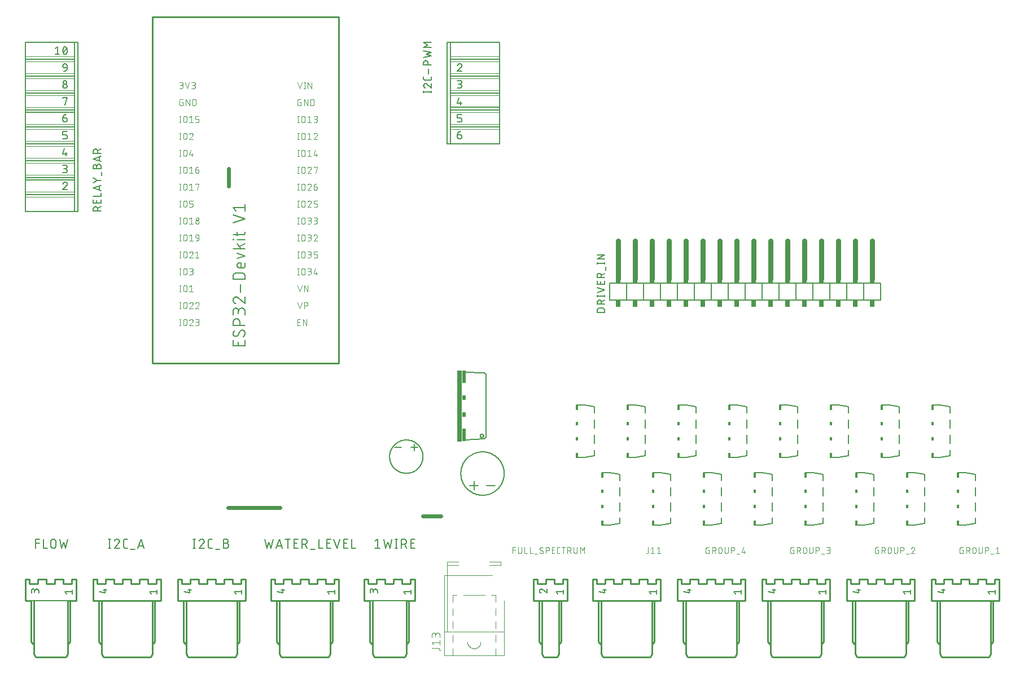
<source format=gbr>
G04 EAGLE Gerber RS-274X export*
G75*
%MOMM*%
%FSLAX34Y34*%
%LPD*%
%INSilkscreen Top*%
%IPPOS*%
%AMOC8*
5,1,8,0,0,1.08239X$1,22.5*%
G01*
%ADD10C,0.127000*%
%ADD11R,0.762000X10.668000*%
%ADD12R,0.508000X1.905000*%
%ADD13R,0.508000X0.762000*%
%ADD14C,0.254000*%
%ADD15C,0.177800*%
%ADD16C,0.101600*%
%ADD17C,0.152400*%
%ADD18C,0.762000*%
%ADD19R,0.762000X0.508000*%
%ADD20R,0.762000X1.016000*%
%ADD21R,0.381000X0.762000*%
%ADD22R,0.381000X0.508000*%
%ADD23C,0.050800*%
%ADD24C,0.076200*%
%ADD25C,0.100000*%
%ADD26C,0.203200*%
%ADD27C,0.609600*%


D10*
X722630Y444500D02*
X751840Y443230D01*
X754380Y440690D01*
X754380Y346710D01*
X751840Y344170D01*
X722630Y342900D01*
X745744Y348742D02*
X745746Y348842D01*
X745752Y348943D01*
X745762Y349042D01*
X745776Y349142D01*
X745793Y349241D01*
X745815Y349339D01*
X745841Y349436D01*
X745870Y349532D01*
X745903Y349626D01*
X745940Y349720D01*
X745980Y349812D01*
X746024Y349902D01*
X746072Y349990D01*
X746123Y350077D01*
X746177Y350161D01*
X746235Y350243D01*
X746296Y350323D01*
X746360Y350400D01*
X746427Y350475D01*
X746497Y350547D01*
X746570Y350616D01*
X746645Y350682D01*
X746723Y350746D01*
X746803Y350806D01*
X746886Y350863D01*
X746971Y350916D01*
X747058Y350966D01*
X747147Y351013D01*
X747237Y351056D01*
X747329Y351096D01*
X747423Y351132D01*
X747518Y351164D01*
X747614Y351192D01*
X747712Y351217D01*
X747810Y351237D01*
X747909Y351254D01*
X748009Y351267D01*
X748108Y351276D01*
X748209Y351281D01*
X748309Y351282D01*
X748409Y351279D01*
X748510Y351272D01*
X748609Y351261D01*
X748709Y351246D01*
X748807Y351228D01*
X748905Y351205D01*
X749002Y351178D01*
X749097Y351148D01*
X749192Y351114D01*
X749285Y351076D01*
X749376Y351035D01*
X749466Y350990D01*
X749554Y350942D01*
X749640Y350890D01*
X749724Y350835D01*
X749805Y350776D01*
X749884Y350714D01*
X749961Y350650D01*
X750035Y350582D01*
X750106Y350511D01*
X750175Y350438D01*
X750240Y350362D01*
X750303Y350283D01*
X750362Y350202D01*
X750418Y350119D01*
X750471Y350034D01*
X750520Y349946D01*
X750566Y349857D01*
X750608Y349766D01*
X750647Y349673D01*
X750682Y349579D01*
X750713Y349484D01*
X750741Y349387D01*
X750764Y349290D01*
X750784Y349191D01*
X750800Y349092D01*
X750812Y348993D01*
X750820Y348892D01*
X750824Y348792D01*
X750824Y348692D01*
X750820Y348592D01*
X750812Y348491D01*
X750800Y348392D01*
X750784Y348293D01*
X750764Y348194D01*
X750741Y348097D01*
X750713Y348000D01*
X750682Y347905D01*
X750647Y347811D01*
X750608Y347718D01*
X750566Y347627D01*
X750520Y347538D01*
X750471Y347450D01*
X750418Y347365D01*
X750362Y347282D01*
X750303Y347201D01*
X750240Y347122D01*
X750175Y347046D01*
X750106Y346973D01*
X750035Y346902D01*
X749961Y346834D01*
X749884Y346770D01*
X749805Y346708D01*
X749724Y346649D01*
X749640Y346594D01*
X749554Y346542D01*
X749466Y346494D01*
X749376Y346449D01*
X749285Y346408D01*
X749192Y346370D01*
X749097Y346336D01*
X749002Y346306D01*
X748905Y346279D01*
X748807Y346256D01*
X748709Y346238D01*
X748609Y346223D01*
X748510Y346212D01*
X748409Y346205D01*
X748309Y346202D01*
X748209Y346203D01*
X748108Y346208D01*
X748009Y346217D01*
X747909Y346230D01*
X747810Y346247D01*
X747712Y346267D01*
X747614Y346292D01*
X747518Y346320D01*
X747423Y346352D01*
X747329Y346388D01*
X747237Y346428D01*
X747147Y346471D01*
X747058Y346518D01*
X746971Y346568D01*
X746886Y346621D01*
X746803Y346678D01*
X746723Y346738D01*
X746645Y346802D01*
X746570Y346868D01*
X746497Y346937D01*
X746427Y347009D01*
X746360Y347084D01*
X746296Y347161D01*
X746235Y347241D01*
X746177Y347323D01*
X746123Y347407D01*
X746072Y347494D01*
X746024Y347582D01*
X745980Y347672D01*
X745940Y347764D01*
X745903Y347858D01*
X745870Y347952D01*
X745841Y348048D01*
X745815Y348145D01*
X745793Y348243D01*
X745776Y348342D01*
X745762Y348442D01*
X745752Y348541D01*
X745746Y348642D01*
X745744Y348742D01*
D11*
X715010Y393700D03*
D12*
X721360Y349885D03*
D13*
X721360Y381000D03*
X721360Y406400D03*
D12*
X721360Y437515D03*
D14*
X1143000Y133350D02*
X1143000Y101600D01*
X1143000Y133350D02*
X1136650Y133350D01*
X1136650Y127000D01*
X1123950Y127000D01*
X1123950Y133350D01*
X1111250Y133350D01*
X1111250Y127000D01*
X1098550Y127000D01*
X1098550Y133350D01*
X1085850Y133350D01*
X1085850Y127000D01*
X1073150Y127000D01*
X1073150Y133350D01*
X1060450Y133350D01*
X1060450Y127000D01*
X1047750Y127000D01*
X1047750Y133350D01*
X1041400Y133350D01*
X1041400Y101600D01*
X1050290Y101600D01*
X1130300Y101600D01*
X1143000Y101600D01*
X1130300Y101600D02*
X1130300Y21590D01*
X1127760Y16510D01*
X1091692Y16510D01*
X1054100Y21590D02*
X1054100Y101600D01*
X1054100Y21590D02*
X1056640Y16510D01*
X1092708Y16510D01*
X1050290Y39370D02*
X1050290Y101600D01*
X1050290Y39370D02*
X1053592Y35814D01*
X1134110Y39370D02*
X1134110Y101600D01*
X1134110Y39370D02*
X1130808Y35814D01*
D15*
X1128775Y111422D02*
X1126348Y114456D01*
X1137270Y114456D01*
X1137270Y111422D02*
X1137270Y117490D01*
X1059151Y112692D02*
X1050656Y115119D01*
X1059151Y112692D02*
X1059151Y118760D01*
X1056724Y116940D02*
X1061578Y116940D01*
D16*
X1087715Y177307D02*
X1089239Y177307D01*
X1089239Y172227D01*
X1086191Y172227D01*
X1086102Y172229D01*
X1086014Y172235D01*
X1085926Y172244D01*
X1085838Y172258D01*
X1085751Y172275D01*
X1085665Y172296D01*
X1085580Y172321D01*
X1085496Y172350D01*
X1085413Y172382D01*
X1085332Y172417D01*
X1085253Y172457D01*
X1085175Y172499D01*
X1085099Y172545D01*
X1085025Y172594D01*
X1084954Y172647D01*
X1084885Y172702D01*
X1084818Y172761D01*
X1084754Y172822D01*
X1084693Y172886D01*
X1084634Y172953D01*
X1084579Y173022D01*
X1084526Y173093D01*
X1084477Y173167D01*
X1084431Y173243D01*
X1084389Y173321D01*
X1084349Y173400D01*
X1084314Y173481D01*
X1084282Y173564D01*
X1084253Y173648D01*
X1084228Y173733D01*
X1084207Y173819D01*
X1084190Y173906D01*
X1084176Y173994D01*
X1084167Y174082D01*
X1084161Y174170D01*
X1084159Y174259D01*
X1084159Y179339D01*
X1084161Y179428D01*
X1084167Y179516D01*
X1084176Y179604D01*
X1084190Y179692D01*
X1084207Y179779D01*
X1084228Y179865D01*
X1084253Y179950D01*
X1084282Y180034D01*
X1084314Y180117D01*
X1084349Y180198D01*
X1084389Y180277D01*
X1084431Y180355D01*
X1084477Y180431D01*
X1084526Y180505D01*
X1084579Y180576D01*
X1084634Y180645D01*
X1084693Y180712D01*
X1084754Y180776D01*
X1084818Y180837D01*
X1084885Y180896D01*
X1084954Y180951D01*
X1085025Y181004D01*
X1085099Y181053D01*
X1085175Y181099D01*
X1085253Y181141D01*
X1085332Y181181D01*
X1085413Y181216D01*
X1085496Y181248D01*
X1085580Y181277D01*
X1085665Y181302D01*
X1085751Y181323D01*
X1085838Y181340D01*
X1085926Y181354D01*
X1086014Y181363D01*
X1086102Y181369D01*
X1086191Y181371D01*
X1089239Y181371D01*
X1093979Y181371D02*
X1093979Y172227D01*
X1093979Y181371D02*
X1096519Y181371D01*
X1096619Y181369D01*
X1096718Y181363D01*
X1096818Y181353D01*
X1096916Y181340D01*
X1097015Y181322D01*
X1097112Y181301D01*
X1097208Y181276D01*
X1097304Y181247D01*
X1097398Y181214D01*
X1097491Y181178D01*
X1097582Y181138D01*
X1097672Y181094D01*
X1097760Y181047D01*
X1097846Y180997D01*
X1097930Y180943D01*
X1098012Y180886D01*
X1098091Y180826D01*
X1098169Y180762D01*
X1098243Y180696D01*
X1098315Y180627D01*
X1098384Y180555D01*
X1098450Y180481D01*
X1098514Y180403D01*
X1098574Y180324D01*
X1098631Y180242D01*
X1098685Y180158D01*
X1098735Y180072D01*
X1098782Y179984D01*
X1098826Y179894D01*
X1098866Y179803D01*
X1098902Y179710D01*
X1098935Y179616D01*
X1098964Y179520D01*
X1098989Y179424D01*
X1099010Y179327D01*
X1099028Y179228D01*
X1099041Y179130D01*
X1099051Y179030D01*
X1099057Y178931D01*
X1099059Y178831D01*
X1099057Y178731D01*
X1099051Y178632D01*
X1099041Y178532D01*
X1099028Y178434D01*
X1099010Y178335D01*
X1098989Y178238D01*
X1098964Y178142D01*
X1098935Y178046D01*
X1098902Y177952D01*
X1098866Y177859D01*
X1098826Y177768D01*
X1098782Y177678D01*
X1098735Y177590D01*
X1098685Y177504D01*
X1098631Y177420D01*
X1098574Y177338D01*
X1098514Y177259D01*
X1098450Y177181D01*
X1098384Y177107D01*
X1098315Y177035D01*
X1098243Y176966D01*
X1098169Y176900D01*
X1098091Y176836D01*
X1098012Y176776D01*
X1097930Y176719D01*
X1097846Y176665D01*
X1097760Y176615D01*
X1097672Y176568D01*
X1097582Y176524D01*
X1097491Y176484D01*
X1097398Y176448D01*
X1097304Y176415D01*
X1097208Y176386D01*
X1097112Y176361D01*
X1097015Y176340D01*
X1096916Y176322D01*
X1096818Y176309D01*
X1096718Y176299D01*
X1096619Y176293D01*
X1096519Y176291D01*
X1093979Y176291D01*
X1097027Y176291D02*
X1099059Y172227D01*
X1103056Y174767D02*
X1103056Y178831D01*
X1103058Y178931D01*
X1103064Y179030D01*
X1103074Y179130D01*
X1103087Y179228D01*
X1103105Y179327D01*
X1103126Y179424D01*
X1103151Y179520D01*
X1103180Y179616D01*
X1103213Y179710D01*
X1103249Y179803D01*
X1103289Y179894D01*
X1103333Y179984D01*
X1103380Y180072D01*
X1103430Y180158D01*
X1103484Y180242D01*
X1103541Y180324D01*
X1103601Y180403D01*
X1103665Y180481D01*
X1103731Y180555D01*
X1103800Y180627D01*
X1103872Y180696D01*
X1103946Y180762D01*
X1104024Y180826D01*
X1104103Y180886D01*
X1104185Y180943D01*
X1104269Y180997D01*
X1104355Y181047D01*
X1104443Y181094D01*
X1104533Y181138D01*
X1104624Y181178D01*
X1104717Y181214D01*
X1104811Y181247D01*
X1104907Y181276D01*
X1105003Y181301D01*
X1105100Y181322D01*
X1105199Y181340D01*
X1105297Y181353D01*
X1105397Y181363D01*
X1105496Y181369D01*
X1105596Y181371D01*
X1105696Y181369D01*
X1105795Y181363D01*
X1105895Y181353D01*
X1105993Y181340D01*
X1106092Y181322D01*
X1106189Y181301D01*
X1106285Y181276D01*
X1106381Y181247D01*
X1106475Y181214D01*
X1106568Y181178D01*
X1106659Y181138D01*
X1106749Y181094D01*
X1106837Y181047D01*
X1106923Y180997D01*
X1107007Y180943D01*
X1107089Y180886D01*
X1107168Y180826D01*
X1107246Y180762D01*
X1107320Y180696D01*
X1107392Y180627D01*
X1107461Y180555D01*
X1107527Y180481D01*
X1107591Y180403D01*
X1107651Y180324D01*
X1107708Y180242D01*
X1107762Y180158D01*
X1107812Y180072D01*
X1107859Y179984D01*
X1107903Y179894D01*
X1107943Y179803D01*
X1107979Y179710D01*
X1108012Y179616D01*
X1108041Y179520D01*
X1108066Y179424D01*
X1108087Y179327D01*
X1108105Y179228D01*
X1108118Y179130D01*
X1108128Y179030D01*
X1108134Y178931D01*
X1108136Y178831D01*
X1108136Y174767D01*
X1108134Y174667D01*
X1108128Y174568D01*
X1108118Y174468D01*
X1108105Y174370D01*
X1108087Y174271D01*
X1108066Y174174D01*
X1108041Y174078D01*
X1108012Y173982D01*
X1107979Y173888D01*
X1107943Y173795D01*
X1107903Y173704D01*
X1107859Y173614D01*
X1107812Y173526D01*
X1107762Y173440D01*
X1107708Y173356D01*
X1107651Y173274D01*
X1107591Y173195D01*
X1107527Y173117D01*
X1107461Y173043D01*
X1107392Y172971D01*
X1107320Y172902D01*
X1107246Y172836D01*
X1107168Y172772D01*
X1107089Y172712D01*
X1107007Y172655D01*
X1106923Y172601D01*
X1106837Y172551D01*
X1106749Y172504D01*
X1106659Y172460D01*
X1106568Y172420D01*
X1106475Y172384D01*
X1106381Y172351D01*
X1106285Y172322D01*
X1106189Y172297D01*
X1106092Y172276D01*
X1105993Y172258D01*
X1105895Y172245D01*
X1105795Y172235D01*
X1105696Y172229D01*
X1105596Y172227D01*
X1105496Y172229D01*
X1105397Y172235D01*
X1105297Y172245D01*
X1105199Y172258D01*
X1105100Y172276D01*
X1105003Y172297D01*
X1104907Y172322D01*
X1104811Y172351D01*
X1104717Y172384D01*
X1104624Y172420D01*
X1104533Y172460D01*
X1104443Y172504D01*
X1104355Y172551D01*
X1104269Y172601D01*
X1104185Y172655D01*
X1104103Y172712D01*
X1104024Y172772D01*
X1103946Y172836D01*
X1103872Y172902D01*
X1103800Y172971D01*
X1103731Y173043D01*
X1103665Y173117D01*
X1103601Y173195D01*
X1103541Y173274D01*
X1103484Y173356D01*
X1103430Y173440D01*
X1103380Y173526D01*
X1103333Y173614D01*
X1103289Y173704D01*
X1103249Y173795D01*
X1103213Y173888D01*
X1103180Y173982D01*
X1103151Y174078D01*
X1103126Y174174D01*
X1103105Y174271D01*
X1103087Y174370D01*
X1103074Y174468D01*
X1103064Y174568D01*
X1103058Y174667D01*
X1103056Y174767D01*
X1112505Y174767D02*
X1112505Y181371D01*
X1112505Y174767D02*
X1112507Y174667D01*
X1112513Y174568D01*
X1112523Y174468D01*
X1112536Y174370D01*
X1112554Y174271D01*
X1112575Y174174D01*
X1112600Y174078D01*
X1112629Y173982D01*
X1112662Y173888D01*
X1112698Y173795D01*
X1112738Y173704D01*
X1112782Y173614D01*
X1112829Y173526D01*
X1112879Y173440D01*
X1112933Y173356D01*
X1112990Y173274D01*
X1113050Y173195D01*
X1113114Y173117D01*
X1113180Y173043D01*
X1113249Y172971D01*
X1113321Y172902D01*
X1113395Y172836D01*
X1113473Y172772D01*
X1113552Y172712D01*
X1113634Y172655D01*
X1113718Y172601D01*
X1113804Y172551D01*
X1113892Y172504D01*
X1113982Y172460D01*
X1114073Y172420D01*
X1114166Y172384D01*
X1114260Y172351D01*
X1114356Y172322D01*
X1114452Y172297D01*
X1114549Y172276D01*
X1114648Y172258D01*
X1114746Y172245D01*
X1114846Y172235D01*
X1114945Y172229D01*
X1115045Y172227D01*
X1115145Y172229D01*
X1115244Y172235D01*
X1115344Y172245D01*
X1115442Y172258D01*
X1115541Y172276D01*
X1115638Y172297D01*
X1115734Y172322D01*
X1115830Y172351D01*
X1115924Y172384D01*
X1116017Y172420D01*
X1116108Y172460D01*
X1116198Y172504D01*
X1116286Y172551D01*
X1116372Y172601D01*
X1116456Y172655D01*
X1116538Y172712D01*
X1116617Y172772D01*
X1116695Y172836D01*
X1116769Y172902D01*
X1116841Y172971D01*
X1116910Y173043D01*
X1116976Y173117D01*
X1117040Y173195D01*
X1117100Y173274D01*
X1117157Y173356D01*
X1117211Y173440D01*
X1117261Y173526D01*
X1117308Y173614D01*
X1117352Y173704D01*
X1117392Y173795D01*
X1117428Y173888D01*
X1117461Y173982D01*
X1117490Y174078D01*
X1117515Y174174D01*
X1117536Y174271D01*
X1117554Y174370D01*
X1117567Y174468D01*
X1117577Y174568D01*
X1117583Y174667D01*
X1117585Y174767D01*
X1117585Y181371D01*
X1122411Y181371D02*
X1122411Y172227D01*
X1122411Y181371D02*
X1124951Y181371D01*
X1125051Y181369D01*
X1125150Y181363D01*
X1125250Y181353D01*
X1125348Y181340D01*
X1125447Y181322D01*
X1125544Y181301D01*
X1125640Y181276D01*
X1125736Y181247D01*
X1125830Y181214D01*
X1125923Y181178D01*
X1126014Y181138D01*
X1126104Y181094D01*
X1126192Y181047D01*
X1126278Y180997D01*
X1126362Y180943D01*
X1126444Y180886D01*
X1126523Y180826D01*
X1126601Y180762D01*
X1126675Y180696D01*
X1126747Y180627D01*
X1126816Y180555D01*
X1126882Y180481D01*
X1126946Y180403D01*
X1127006Y180324D01*
X1127063Y180242D01*
X1127117Y180158D01*
X1127167Y180072D01*
X1127214Y179984D01*
X1127258Y179894D01*
X1127298Y179803D01*
X1127334Y179710D01*
X1127367Y179616D01*
X1127396Y179520D01*
X1127421Y179424D01*
X1127442Y179327D01*
X1127460Y179228D01*
X1127473Y179130D01*
X1127483Y179030D01*
X1127489Y178931D01*
X1127491Y178831D01*
X1127489Y178731D01*
X1127483Y178632D01*
X1127473Y178532D01*
X1127460Y178434D01*
X1127442Y178335D01*
X1127421Y178238D01*
X1127396Y178142D01*
X1127367Y178046D01*
X1127334Y177952D01*
X1127298Y177859D01*
X1127258Y177768D01*
X1127214Y177678D01*
X1127167Y177590D01*
X1127117Y177504D01*
X1127063Y177420D01*
X1127006Y177338D01*
X1126946Y177259D01*
X1126882Y177181D01*
X1126816Y177107D01*
X1126747Y177035D01*
X1126675Y176966D01*
X1126601Y176900D01*
X1126523Y176836D01*
X1126444Y176776D01*
X1126362Y176719D01*
X1126278Y176665D01*
X1126192Y176615D01*
X1126104Y176568D01*
X1126014Y176524D01*
X1125923Y176484D01*
X1125830Y176448D01*
X1125736Y176415D01*
X1125640Y176386D01*
X1125544Y176361D01*
X1125447Y176340D01*
X1125348Y176322D01*
X1125250Y176309D01*
X1125150Y176299D01*
X1125051Y176293D01*
X1124951Y176291D01*
X1122411Y176291D01*
X1130691Y171211D02*
X1134755Y171211D01*
X1138413Y174259D02*
X1140445Y181371D01*
X1138413Y174259D02*
X1143493Y174259D01*
X1141969Y176291D02*
X1141969Y172227D01*
D14*
X1016000Y133350D02*
X1016000Y101600D01*
X1016000Y133350D02*
X1009650Y133350D01*
X1009650Y127000D01*
X996950Y127000D01*
X996950Y133350D01*
X984250Y133350D01*
X984250Y127000D01*
X971550Y127000D01*
X971550Y133350D01*
X958850Y133350D01*
X958850Y127000D01*
X946150Y127000D01*
X946150Y133350D01*
X933450Y133350D01*
X933450Y127000D01*
X920750Y127000D01*
X920750Y133350D01*
X914400Y133350D01*
X914400Y101600D01*
X923290Y101600D01*
X1003300Y101600D01*
X1016000Y101600D01*
X1003300Y101600D02*
X1003300Y21590D01*
X1000760Y16510D01*
X964692Y16510D01*
X927100Y21590D02*
X927100Y101600D01*
X927100Y21590D02*
X929640Y16510D01*
X965708Y16510D01*
X923290Y39370D02*
X923290Y101600D01*
X923290Y39370D02*
X926592Y35814D01*
X1007110Y39370D02*
X1007110Y101600D01*
X1007110Y39370D02*
X1003808Y35814D01*
D15*
X1001775Y111422D02*
X999348Y114456D01*
X1010270Y114456D01*
X1010270Y111422D02*
X1010270Y117490D01*
X932151Y112692D02*
X923656Y115119D01*
X932151Y112692D02*
X932151Y118760D01*
X929724Y116940D02*
X934578Y116940D01*
D16*
X997942Y174259D02*
X997942Y181371D01*
X997942Y174259D02*
X997940Y174170D01*
X997934Y174082D01*
X997925Y173994D01*
X997911Y173906D01*
X997894Y173819D01*
X997873Y173733D01*
X997848Y173648D01*
X997819Y173564D01*
X997787Y173481D01*
X997752Y173400D01*
X997712Y173321D01*
X997670Y173243D01*
X997624Y173167D01*
X997575Y173093D01*
X997522Y173022D01*
X997467Y172953D01*
X997408Y172886D01*
X997347Y172822D01*
X997283Y172761D01*
X997216Y172702D01*
X997147Y172647D01*
X997076Y172594D01*
X997002Y172545D01*
X996926Y172499D01*
X996848Y172457D01*
X996769Y172417D01*
X996688Y172382D01*
X996605Y172350D01*
X996521Y172321D01*
X996436Y172296D01*
X996350Y172275D01*
X996263Y172258D01*
X996175Y172244D01*
X996087Y172235D01*
X995999Y172229D01*
X995910Y172227D01*
X994894Y172227D01*
X1002269Y179339D02*
X1004809Y181371D01*
X1004809Y172227D01*
X1002269Y172227D02*
X1007349Y172227D01*
X1011413Y179339D02*
X1013953Y181371D01*
X1013953Y172227D01*
X1011413Y172227D02*
X1016493Y172227D01*
D14*
X876300Y133350D02*
X876300Y101600D01*
X876300Y133350D02*
X869950Y133350D01*
X869950Y127000D01*
X857250Y127000D01*
X857250Y133350D01*
X844550Y133350D01*
X844550Y127000D01*
X831850Y127000D01*
X831850Y133350D01*
X825500Y133350D01*
X825500Y101600D01*
X834390Y101600D01*
X863600Y101600D01*
X876300Y101600D01*
X863600Y101600D02*
X863600Y21590D01*
X861060Y16510D01*
X850392Y16510D01*
X838200Y21590D02*
X838200Y101600D01*
X838200Y21590D02*
X840740Y16510D01*
X850392Y16510D01*
X851408Y16510D01*
X834390Y39370D02*
X834390Y101600D01*
X834390Y39370D02*
X837692Y35814D01*
X867410Y39370D02*
X867410Y101600D01*
X867410Y39370D02*
X864108Y35814D01*
D15*
X862075Y111422D02*
X859648Y114456D01*
X870570Y114456D01*
X870570Y111422D02*
X870570Y117490D01*
X837487Y118761D02*
X837385Y118759D01*
X837283Y118753D01*
X837181Y118744D01*
X837080Y118730D01*
X836979Y118713D01*
X836879Y118693D01*
X836780Y118668D01*
X836682Y118640D01*
X836585Y118608D01*
X836489Y118572D01*
X836395Y118533D01*
X836302Y118491D01*
X836211Y118445D01*
X836122Y118395D01*
X836034Y118342D01*
X835949Y118286D01*
X835865Y118227D01*
X835784Y118165D01*
X835706Y118100D01*
X835629Y118032D01*
X835556Y117961D01*
X835485Y117888D01*
X835417Y117811D01*
X835352Y117733D01*
X835290Y117652D01*
X835231Y117568D01*
X835175Y117483D01*
X835122Y117396D01*
X835072Y117306D01*
X835026Y117215D01*
X834984Y117122D01*
X834945Y117028D01*
X834909Y116932D01*
X834877Y116835D01*
X834849Y116737D01*
X834824Y116638D01*
X834804Y116538D01*
X834787Y116437D01*
X834773Y116336D01*
X834764Y116234D01*
X834758Y116132D01*
X834756Y116030D01*
X834758Y115914D01*
X834764Y115798D01*
X834773Y115682D01*
X834787Y115567D01*
X834804Y115452D01*
X834825Y115338D01*
X834850Y115225D01*
X834878Y115112D01*
X834910Y115001D01*
X834946Y114890D01*
X834986Y114781D01*
X835029Y114673D01*
X835076Y114567D01*
X835126Y114462D01*
X835179Y114359D01*
X835236Y114258D01*
X835297Y114159D01*
X835360Y114062D01*
X835427Y113967D01*
X835497Y113874D01*
X835570Y113784D01*
X835645Y113696D01*
X835724Y113610D01*
X835806Y113528D01*
X835890Y113448D01*
X835976Y113370D01*
X836066Y113296D01*
X836157Y113225D01*
X836251Y113157D01*
X836348Y113092D01*
X836446Y113030D01*
X836546Y112971D01*
X836648Y112916D01*
X836752Y112864D01*
X836858Y112816D01*
X836965Y112771D01*
X837073Y112730D01*
X837183Y112693D01*
X839611Y117850D02*
X839538Y117923D01*
X839463Y117994D01*
X839386Y118062D01*
X839306Y118128D01*
X839224Y118190D01*
X839140Y118250D01*
X839053Y118307D01*
X838965Y118360D01*
X838875Y118411D01*
X838783Y118458D01*
X838690Y118502D01*
X838595Y118543D01*
X838498Y118580D01*
X838401Y118614D01*
X838302Y118644D01*
X838203Y118671D01*
X838102Y118695D01*
X838001Y118715D01*
X837899Y118731D01*
X837796Y118744D01*
X837693Y118753D01*
X837590Y118758D01*
X837487Y118760D01*
X839610Y117850D02*
X845678Y112692D01*
X845678Y118760D01*
D16*
X794823Y172227D02*
X794823Y181371D01*
X798887Y181371D01*
X798887Y177307D02*
X794823Y177307D01*
X802727Y174767D02*
X802727Y181371D01*
X802727Y174767D02*
X802729Y174667D01*
X802735Y174568D01*
X802745Y174468D01*
X802758Y174370D01*
X802776Y174271D01*
X802797Y174174D01*
X802822Y174078D01*
X802851Y173982D01*
X802884Y173888D01*
X802920Y173795D01*
X802960Y173704D01*
X803004Y173614D01*
X803051Y173526D01*
X803101Y173440D01*
X803155Y173356D01*
X803212Y173274D01*
X803272Y173195D01*
X803336Y173117D01*
X803402Y173043D01*
X803471Y172971D01*
X803543Y172902D01*
X803617Y172836D01*
X803695Y172772D01*
X803774Y172712D01*
X803856Y172655D01*
X803940Y172601D01*
X804026Y172551D01*
X804114Y172504D01*
X804204Y172460D01*
X804295Y172420D01*
X804388Y172384D01*
X804482Y172351D01*
X804578Y172322D01*
X804674Y172297D01*
X804771Y172276D01*
X804870Y172258D01*
X804968Y172245D01*
X805068Y172235D01*
X805167Y172229D01*
X805267Y172227D01*
X805367Y172229D01*
X805466Y172235D01*
X805566Y172245D01*
X805664Y172258D01*
X805763Y172276D01*
X805860Y172297D01*
X805956Y172322D01*
X806052Y172351D01*
X806146Y172384D01*
X806239Y172420D01*
X806330Y172460D01*
X806420Y172504D01*
X806508Y172551D01*
X806594Y172601D01*
X806678Y172655D01*
X806760Y172712D01*
X806839Y172772D01*
X806917Y172836D01*
X806991Y172902D01*
X807063Y172971D01*
X807132Y173043D01*
X807198Y173117D01*
X807262Y173195D01*
X807322Y173274D01*
X807379Y173356D01*
X807433Y173440D01*
X807483Y173526D01*
X807530Y173614D01*
X807574Y173704D01*
X807614Y173795D01*
X807650Y173888D01*
X807683Y173982D01*
X807712Y174078D01*
X807737Y174174D01*
X807758Y174271D01*
X807776Y174370D01*
X807789Y174468D01*
X807799Y174568D01*
X807805Y174667D01*
X807807Y174767D01*
X807807Y181371D01*
X812501Y181371D02*
X812501Y172227D01*
X816565Y172227D01*
X820426Y172227D02*
X820426Y181371D01*
X820426Y172227D02*
X824490Y172227D01*
X827619Y171211D02*
X831683Y171211D01*
X838084Y172227D02*
X838173Y172229D01*
X838261Y172235D01*
X838349Y172244D01*
X838437Y172258D01*
X838524Y172275D01*
X838610Y172296D01*
X838695Y172321D01*
X838779Y172350D01*
X838862Y172382D01*
X838943Y172417D01*
X839022Y172457D01*
X839100Y172499D01*
X839176Y172545D01*
X839250Y172594D01*
X839321Y172647D01*
X839390Y172702D01*
X839457Y172761D01*
X839521Y172822D01*
X839582Y172886D01*
X839641Y172953D01*
X839696Y173022D01*
X839749Y173093D01*
X839798Y173167D01*
X839844Y173243D01*
X839886Y173321D01*
X839926Y173400D01*
X839961Y173481D01*
X839993Y173564D01*
X840022Y173648D01*
X840047Y173733D01*
X840068Y173819D01*
X840085Y173906D01*
X840099Y173994D01*
X840108Y174082D01*
X840114Y174170D01*
X840116Y174259D01*
X838084Y172227D02*
X837954Y172229D01*
X837823Y172235D01*
X837693Y172245D01*
X837564Y172259D01*
X837435Y172276D01*
X837306Y172298D01*
X837178Y172324D01*
X837051Y172353D01*
X836925Y172386D01*
X836800Y172423D01*
X836676Y172464D01*
X836554Y172509D01*
X836433Y172557D01*
X836313Y172609D01*
X836195Y172665D01*
X836079Y172724D01*
X835965Y172787D01*
X835852Y172853D01*
X835742Y172922D01*
X835634Y172995D01*
X835528Y173071D01*
X835424Y173150D01*
X835323Y173232D01*
X835225Y173318D01*
X835129Y173406D01*
X835036Y173497D01*
X835290Y179339D02*
X835292Y179428D01*
X835298Y179516D01*
X835307Y179604D01*
X835321Y179692D01*
X835338Y179779D01*
X835359Y179865D01*
X835384Y179950D01*
X835413Y180034D01*
X835445Y180117D01*
X835480Y180198D01*
X835520Y180277D01*
X835562Y180355D01*
X835608Y180431D01*
X835657Y180505D01*
X835710Y180576D01*
X835765Y180645D01*
X835824Y180712D01*
X835885Y180776D01*
X835949Y180837D01*
X836016Y180896D01*
X836085Y180951D01*
X836156Y181004D01*
X836230Y181053D01*
X836306Y181099D01*
X836384Y181141D01*
X836463Y181181D01*
X836544Y181216D01*
X836627Y181248D01*
X836711Y181277D01*
X836796Y181302D01*
X836882Y181323D01*
X836969Y181340D01*
X837057Y181354D01*
X837145Y181363D01*
X837233Y181369D01*
X837322Y181371D01*
X837445Y181369D01*
X837567Y181363D01*
X837689Y181353D01*
X837811Y181339D01*
X837932Y181322D01*
X838053Y181300D01*
X838173Y181275D01*
X838292Y181245D01*
X838410Y181212D01*
X838527Y181175D01*
X838642Y181135D01*
X838757Y181091D01*
X838870Y181043D01*
X838981Y180991D01*
X839090Y180936D01*
X839198Y180877D01*
X839304Y180815D01*
X839407Y180750D01*
X839509Y180681D01*
X839608Y180609D01*
X836305Y177561D02*
X836229Y177608D01*
X836155Y177658D01*
X836084Y177711D01*
X836015Y177768D01*
X835948Y177827D01*
X835884Y177889D01*
X835822Y177954D01*
X835764Y178022D01*
X835709Y178092D01*
X835656Y178164D01*
X835607Y178238D01*
X835561Y178315D01*
X835518Y178393D01*
X835479Y178474D01*
X835443Y178556D01*
X835411Y178639D01*
X835383Y178723D01*
X835358Y178809D01*
X835337Y178896D01*
X835320Y178984D01*
X835306Y179072D01*
X835297Y179161D01*
X835291Y179250D01*
X835289Y179339D01*
X839100Y176037D02*
X839176Y175990D01*
X839250Y175940D01*
X839321Y175887D01*
X839390Y175830D01*
X839457Y175771D01*
X839521Y175709D01*
X839583Y175644D01*
X839641Y175576D01*
X839696Y175506D01*
X839749Y175434D01*
X839798Y175360D01*
X839844Y175283D01*
X839887Y175205D01*
X839926Y175124D01*
X839962Y175042D01*
X839994Y174959D01*
X840022Y174875D01*
X840047Y174789D01*
X840068Y174702D01*
X840085Y174614D01*
X840099Y174526D01*
X840108Y174437D01*
X840114Y174348D01*
X840116Y174259D01*
X839100Y176037D02*
X836306Y177561D01*
X844332Y181371D02*
X844332Y172227D01*
X844332Y181371D02*
X846872Y181371D01*
X846972Y181369D01*
X847071Y181363D01*
X847171Y181353D01*
X847269Y181340D01*
X847368Y181322D01*
X847465Y181301D01*
X847561Y181276D01*
X847657Y181247D01*
X847751Y181214D01*
X847844Y181178D01*
X847935Y181138D01*
X848025Y181094D01*
X848113Y181047D01*
X848199Y180997D01*
X848283Y180943D01*
X848365Y180886D01*
X848444Y180826D01*
X848522Y180762D01*
X848596Y180696D01*
X848668Y180627D01*
X848737Y180555D01*
X848803Y180481D01*
X848867Y180403D01*
X848927Y180324D01*
X848984Y180242D01*
X849038Y180158D01*
X849088Y180072D01*
X849135Y179984D01*
X849179Y179894D01*
X849219Y179803D01*
X849255Y179710D01*
X849288Y179616D01*
X849317Y179520D01*
X849342Y179424D01*
X849363Y179327D01*
X849381Y179228D01*
X849394Y179130D01*
X849404Y179030D01*
X849410Y178931D01*
X849412Y178831D01*
X849410Y178731D01*
X849404Y178632D01*
X849394Y178532D01*
X849381Y178434D01*
X849363Y178335D01*
X849342Y178238D01*
X849317Y178142D01*
X849288Y178046D01*
X849255Y177952D01*
X849219Y177859D01*
X849179Y177768D01*
X849135Y177678D01*
X849088Y177590D01*
X849038Y177504D01*
X848984Y177420D01*
X848927Y177338D01*
X848867Y177259D01*
X848803Y177181D01*
X848737Y177107D01*
X848668Y177035D01*
X848596Y176966D01*
X848522Y176900D01*
X848444Y176836D01*
X848365Y176776D01*
X848283Y176719D01*
X848199Y176665D01*
X848113Y176615D01*
X848025Y176568D01*
X847935Y176524D01*
X847844Y176484D01*
X847751Y176448D01*
X847657Y176415D01*
X847561Y176386D01*
X847465Y176361D01*
X847368Y176340D01*
X847269Y176322D01*
X847171Y176309D01*
X847071Y176299D01*
X846972Y176293D01*
X846872Y176291D01*
X844332Y176291D01*
X853344Y172227D02*
X857408Y172227D01*
X853344Y172227D02*
X853344Y181371D01*
X857408Y181371D01*
X856392Y177307D02*
X853344Y177307D01*
X862946Y172227D02*
X864978Y172227D01*
X862946Y172227D02*
X862857Y172229D01*
X862769Y172235D01*
X862681Y172244D01*
X862593Y172258D01*
X862506Y172275D01*
X862420Y172296D01*
X862335Y172321D01*
X862251Y172350D01*
X862168Y172382D01*
X862087Y172417D01*
X862008Y172457D01*
X861930Y172499D01*
X861854Y172545D01*
X861780Y172594D01*
X861709Y172647D01*
X861640Y172702D01*
X861573Y172761D01*
X861509Y172822D01*
X861448Y172886D01*
X861389Y172953D01*
X861334Y173022D01*
X861281Y173093D01*
X861232Y173167D01*
X861186Y173243D01*
X861144Y173321D01*
X861104Y173400D01*
X861069Y173481D01*
X861037Y173564D01*
X861008Y173648D01*
X860983Y173733D01*
X860962Y173819D01*
X860945Y173906D01*
X860931Y173994D01*
X860922Y174082D01*
X860916Y174170D01*
X860914Y174259D01*
X860914Y179339D01*
X860916Y179428D01*
X860922Y179516D01*
X860931Y179604D01*
X860945Y179692D01*
X860962Y179779D01*
X860983Y179865D01*
X861008Y179950D01*
X861037Y180034D01*
X861069Y180117D01*
X861104Y180198D01*
X861144Y180277D01*
X861186Y180355D01*
X861232Y180431D01*
X861281Y180505D01*
X861334Y180576D01*
X861389Y180645D01*
X861448Y180712D01*
X861509Y180776D01*
X861573Y180837D01*
X861640Y180896D01*
X861709Y180951D01*
X861780Y181004D01*
X861854Y181053D01*
X861930Y181099D01*
X862008Y181141D01*
X862087Y181181D01*
X862168Y181216D01*
X862251Y181248D01*
X862335Y181277D01*
X862420Y181302D01*
X862506Y181323D01*
X862593Y181340D01*
X862681Y181354D01*
X862769Y181363D01*
X862857Y181369D01*
X862946Y181371D01*
X864978Y181371D01*
X870494Y181371D02*
X870494Y172227D01*
X867954Y181371D02*
X873034Y181371D01*
X876859Y181371D02*
X876859Y172227D01*
X876859Y181371D02*
X879399Y181371D01*
X879499Y181369D01*
X879598Y181363D01*
X879698Y181353D01*
X879796Y181340D01*
X879895Y181322D01*
X879992Y181301D01*
X880088Y181276D01*
X880184Y181247D01*
X880278Y181214D01*
X880371Y181178D01*
X880462Y181138D01*
X880552Y181094D01*
X880640Y181047D01*
X880726Y180997D01*
X880810Y180943D01*
X880892Y180886D01*
X880971Y180826D01*
X881049Y180762D01*
X881123Y180696D01*
X881195Y180627D01*
X881264Y180555D01*
X881330Y180481D01*
X881394Y180403D01*
X881454Y180324D01*
X881511Y180242D01*
X881565Y180158D01*
X881615Y180072D01*
X881662Y179984D01*
X881706Y179894D01*
X881746Y179803D01*
X881782Y179710D01*
X881815Y179616D01*
X881844Y179520D01*
X881869Y179424D01*
X881890Y179327D01*
X881908Y179228D01*
X881921Y179130D01*
X881931Y179030D01*
X881937Y178931D01*
X881939Y178831D01*
X881937Y178731D01*
X881931Y178632D01*
X881921Y178532D01*
X881908Y178434D01*
X881890Y178335D01*
X881869Y178238D01*
X881844Y178142D01*
X881815Y178046D01*
X881782Y177952D01*
X881746Y177859D01*
X881706Y177768D01*
X881662Y177678D01*
X881615Y177590D01*
X881565Y177504D01*
X881511Y177420D01*
X881454Y177338D01*
X881394Y177259D01*
X881330Y177181D01*
X881264Y177107D01*
X881195Y177035D01*
X881123Y176966D01*
X881049Y176900D01*
X880971Y176836D01*
X880892Y176776D01*
X880810Y176719D01*
X880726Y176665D01*
X880640Y176615D01*
X880552Y176568D01*
X880462Y176524D01*
X880371Y176484D01*
X880278Y176448D01*
X880184Y176415D01*
X880088Y176386D01*
X879992Y176361D01*
X879895Y176340D01*
X879796Y176322D01*
X879698Y176309D01*
X879598Y176299D01*
X879499Y176293D01*
X879399Y176291D01*
X876859Y176291D01*
X879907Y176291D02*
X881939Y172227D01*
X886242Y174767D02*
X886242Y181371D01*
X886242Y174767D02*
X886244Y174667D01*
X886250Y174568D01*
X886260Y174468D01*
X886273Y174370D01*
X886291Y174271D01*
X886312Y174174D01*
X886337Y174078D01*
X886366Y173982D01*
X886399Y173888D01*
X886435Y173795D01*
X886475Y173704D01*
X886519Y173614D01*
X886566Y173526D01*
X886616Y173440D01*
X886670Y173356D01*
X886727Y173274D01*
X886787Y173195D01*
X886851Y173117D01*
X886917Y173043D01*
X886986Y172971D01*
X887058Y172902D01*
X887132Y172836D01*
X887210Y172772D01*
X887289Y172712D01*
X887371Y172655D01*
X887455Y172601D01*
X887541Y172551D01*
X887629Y172504D01*
X887719Y172460D01*
X887810Y172420D01*
X887903Y172384D01*
X887997Y172351D01*
X888093Y172322D01*
X888189Y172297D01*
X888286Y172276D01*
X888385Y172258D01*
X888483Y172245D01*
X888583Y172235D01*
X888682Y172229D01*
X888782Y172227D01*
X888882Y172229D01*
X888981Y172235D01*
X889081Y172245D01*
X889179Y172258D01*
X889278Y172276D01*
X889375Y172297D01*
X889471Y172322D01*
X889567Y172351D01*
X889661Y172384D01*
X889754Y172420D01*
X889845Y172460D01*
X889935Y172504D01*
X890023Y172551D01*
X890109Y172601D01*
X890193Y172655D01*
X890275Y172712D01*
X890354Y172772D01*
X890432Y172836D01*
X890506Y172902D01*
X890578Y172971D01*
X890647Y173043D01*
X890713Y173117D01*
X890777Y173195D01*
X890837Y173274D01*
X890894Y173356D01*
X890948Y173440D01*
X890998Y173526D01*
X891045Y173614D01*
X891089Y173704D01*
X891129Y173795D01*
X891165Y173888D01*
X891198Y173982D01*
X891227Y174078D01*
X891252Y174174D01*
X891273Y174271D01*
X891291Y174370D01*
X891304Y174468D01*
X891314Y174568D01*
X891320Y174667D01*
X891322Y174767D01*
X891322Y181371D01*
X896097Y181371D02*
X896097Y172227D01*
X899145Y176291D02*
X896097Y181371D01*
X899145Y176291D02*
X902193Y181371D01*
X902193Y172227D01*
D14*
X647700Y133350D02*
X647700Y101600D01*
X647700Y133350D02*
X641350Y133350D01*
X641350Y127000D01*
X628650Y127000D01*
X628650Y133350D01*
X615950Y133350D01*
X615950Y127000D01*
X603250Y127000D01*
X603250Y133350D01*
X590550Y133350D01*
X590550Y127000D01*
X577850Y127000D01*
X577850Y133350D01*
X571500Y133350D01*
X571500Y101600D01*
X580390Y101600D01*
D10*
X635000Y101600D01*
D14*
X647700Y101600D01*
X635000Y101600D02*
X635000Y21590D01*
X632460Y16510D01*
X596392Y16510D01*
X584200Y21590D02*
X584200Y101600D01*
X584200Y21590D02*
X586740Y16510D01*
X597408Y16510D01*
X580390Y39370D02*
X580390Y101600D01*
X580390Y39370D02*
X583692Y35814D01*
X638810Y39370D02*
X638810Y101600D01*
X638810Y39370D02*
X635508Y35814D01*
D15*
X633475Y111422D02*
X631048Y114456D01*
X641970Y114456D01*
X641970Y111422D02*
X641970Y117490D01*
X591678Y115726D02*
X591678Y112692D01*
X591678Y115726D02*
X591676Y115834D01*
X591670Y115942D01*
X591661Y116050D01*
X591647Y116158D01*
X591630Y116265D01*
X591609Y116371D01*
X591584Y116476D01*
X591555Y116581D01*
X591523Y116684D01*
X591487Y116786D01*
X591447Y116887D01*
X591404Y116986D01*
X591357Y117084D01*
X591307Y117180D01*
X591253Y117274D01*
X591196Y117366D01*
X591136Y117456D01*
X591073Y117544D01*
X591006Y117630D01*
X590937Y117713D01*
X590865Y117793D01*
X590789Y117871D01*
X590711Y117947D01*
X590631Y118019D01*
X590548Y118088D01*
X590462Y118155D01*
X590374Y118218D01*
X590284Y118278D01*
X590192Y118335D01*
X590098Y118389D01*
X590002Y118439D01*
X589904Y118486D01*
X589805Y118529D01*
X589704Y118569D01*
X589602Y118605D01*
X589499Y118637D01*
X589394Y118666D01*
X589289Y118691D01*
X589183Y118712D01*
X589076Y118729D01*
X588968Y118743D01*
X588860Y118752D01*
X588752Y118758D01*
X588644Y118760D01*
X588536Y118758D01*
X588428Y118752D01*
X588320Y118743D01*
X588212Y118729D01*
X588105Y118712D01*
X587999Y118691D01*
X587894Y118666D01*
X587789Y118637D01*
X587686Y118605D01*
X587584Y118569D01*
X587483Y118529D01*
X587384Y118486D01*
X587286Y118439D01*
X587190Y118389D01*
X587096Y118335D01*
X587004Y118278D01*
X586914Y118218D01*
X586826Y118155D01*
X586740Y118088D01*
X586657Y118019D01*
X586577Y117947D01*
X586499Y117871D01*
X586423Y117793D01*
X586351Y117713D01*
X586282Y117630D01*
X586215Y117544D01*
X586152Y117456D01*
X586092Y117366D01*
X586035Y117274D01*
X585981Y117180D01*
X585931Y117084D01*
X585884Y116986D01*
X585841Y116887D01*
X585801Y116786D01*
X585765Y116684D01*
X585733Y116581D01*
X585704Y116476D01*
X585679Y116371D01*
X585658Y116265D01*
X585641Y116158D01*
X585627Y116050D01*
X585618Y115942D01*
X585612Y115834D01*
X585610Y115726D01*
X580756Y116333D02*
X580756Y112692D01*
X580756Y116333D02*
X580758Y116431D01*
X580764Y116528D01*
X580774Y116626D01*
X580787Y116722D01*
X580805Y116818D01*
X580827Y116914D01*
X580852Y117008D01*
X580881Y117102D01*
X580914Y117194D01*
X580950Y117284D01*
X580990Y117373D01*
X581034Y117461D01*
X581081Y117547D01*
X581132Y117630D01*
X581186Y117712D01*
X581243Y117791D01*
X581303Y117868D01*
X581366Y117942D01*
X581433Y118014D01*
X581502Y118083D01*
X581574Y118150D01*
X581648Y118213D01*
X581725Y118273D01*
X581804Y118330D01*
X581886Y118384D01*
X581970Y118435D01*
X582055Y118482D01*
X582143Y118526D01*
X582232Y118566D01*
X582322Y118602D01*
X582414Y118635D01*
X582508Y118664D01*
X582602Y118689D01*
X582698Y118711D01*
X582794Y118729D01*
X582890Y118742D01*
X582988Y118752D01*
X583085Y118758D01*
X583183Y118760D01*
X583281Y118758D01*
X583378Y118752D01*
X583476Y118742D01*
X583572Y118729D01*
X583668Y118711D01*
X583764Y118689D01*
X583858Y118664D01*
X583952Y118635D01*
X584044Y118602D01*
X584134Y118566D01*
X584223Y118526D01*
X584311Y118482D01*
X584397Y118435D01*
X584480Y118384D01*
X584562Y118330D01*
X584641Y118273D01*
X584718Y118213D01*
X584792Y118150D01*
X584864Y118083D01*
X584933Y118014D01*
X585000Y117942D01*
X585063Y117868D01*
X585123Y117791D01*
X585180Y117712D01*
X585234Y117630D01*
X585285Y117547D01*
X585332Y117461D01*
X585376Y117373D01*
X585416Y117284D01*
X585452Y117194D01*
X585485Y117102D01*
X585514Y117008D01*
X585539Y116914D01*
X585561Y116818D01*
X585579Y116722D01*
X585592Y116626D01*
X585602Y116528D01*
X585608Y116431D01*
X585610Y116333D01*
X585610Y113906D01*
D17*
X587971Y190769D02*
X591781Y193817D01*
X591781Y180101D01*
X587971Y180101D02*
X595591Y180101D01*
X604247Y180101D02*
X601199Y193817D01*
X607295Y189245D02*
X604247Y180101D01*
X610343Y180101D02*
X607295Y189245D01*
X613391Y193817D02*
X610343Y180101D01*
X620071Y180101D02*
X620071Y193817D01*
X618547Y180101D02*
X621595Y180101D01*
X621595Y193817D02*
X618547Y193817D01*
X627766Y193817D02*
X627766Y180101D01*
X627766Y193817D02*
X631576Y193817D01*
X631698Y193815D01*
X631820Y193809D01*
X631942Y193799D01*
X632063Y193786D01*
X632184Y193768D01*
X632304Y193747D01*
X632424Y193721D01*
X632542Y193692D01*
X632660Y193660D01*
X632777Y193623D01*
X632892Y193583D01*
X633006Y193539D01*
X633118Y193491D01*
X633229Y193440D01*
X633338Y193385D01*
X633446Y193327D01*
X633551Y193265D01*
X633654Y193200D01*
X633756Y193132D01*
X633855Y193060D01*
X633951Y192986D01*
X634046Y192908D01*
X634137Y192827D01*
X634227Y192744D01*
X634313Y192658D01*
X634396Y192568D01*
X634477Y192477D01*
X634555Y192382D01*
X634629Y192286D01*
X634701Y192187D01*
X634769Y192085D01*
X634834Y191982D01*
X634896Y191877D01*
X634954Y191769D01*
X635009Y191660D01*
X635060Y191549D01*
X635108Y191437D01*
X635152Y191323D01*
X635192Y191208D01*
X635229Y191091D01*
X635261Y190973D01*
X635290Y190855D01*
X635316Y190735D01*
X635337Y190615D01*
X635355Y190494D01*
X635368Y190373D01*
X635378Y190251D01*
X635384Y190129D01*
X635386Y190007D01*
X635384Y189885D01*
X635378Y189763D01*
X635368Y189641D01*
X635355Y189520D01*
X635337Y189399D01*
X635316Y189279D01*
X635290Y189159D01*
X635261Y189041D01*
X635229Y188923D01*
X635192Y188806D01*
X635152Y188691D01*
X635108Y188577D01*
X635060Y188465D01*
X635009Y188354D01*
X634954Y188245D01*
X634896Y188137D01*
X634834Y188032D01*
X634769Y187929D01*
X634701Y187827D01*
X634629Y187728D01*
X634555Y187632D01*
X634477Y187537D01*
X634396Y187446D01*
X634313Y187356D01*
X634227Y187270D01*
X634137Y187187D01*
X634046Y187106D01*
X633951Y187028D01*
X633855Y186954D01*
X633756Y186882D01*
X633654Y186814D01*
X633551Y186749D01*
X633446Y186687D01*
X633338Y186629D01*
X633229Y186574D01*
X633118Y186523D01*
X633006Y186475D01*
X632892Y186431D01*
X632777Y186391D01*
X632660Y186354D01*
X632542Y186322D01*
X632424Y186293D01*
X632304Y186267D01*
X632184Y186246D01*
X632063Y186228D01*
X631942Y186215D01*
X631820Y186205D01*
X631698Y186199D01*
X631576Y186197D01*
X627766Y186197D01*
X632338Y186197D02*
X635386Y180101D01*
X641843Y180101D02*
X647939Y180101D01*
X641843Y180101D02*
X641843Y193817D01*
X647939Y193817D01*
X646415Y187721D02*
X641843Y187721D01*
D14*
X139700Y133350D02*
X139700Y101600D01*
X139700Y133350D02*
X133350Y133350D01*
X133350Y127000D01*
X120650Y127000D01*
X120650Y133350D01*
X107950Y133350D01*
X107950Y127000D01*
X95250Y127000D01*
X95250Y133350D01*
X82550Y133350D01*
X82550Y127000D01*
X69850Y127000D01*
X69850Y133350D01*
X63500Y133350D01*
X63500Y101600D01*
X72390Y101600D01*
D10*
X127000Y101600D01*
D14*
X139700Y101600D01*
X127000Y101600D02*
X127000Y21590D01*
X124460Y16510D01*
X88392Y16510D01*
X76200Y21590D02*
X76200Y101600D01*
X76200Y21590D02*
X78740Y16510D01*
X89408Y16510D01*
X72390Y39370D02*
X72390Y101600D01*
X72390Y39370D02*
X75692Y35814D01*
X130810Y39370D02*
X130810Y101600D01*
X130810Y39370D02*
X127508Y35814D01*
D15*
X125475Y111422D02*
X123048Y114456D01*
X133970Y114456D01*
X133970Y111422D02*
X133970Y117490D01*
X83678Y115726D02*
X83678Y112692D01*
X83678Y115726D02*
X83676Y115834D01*
X83670Y115942D01*
X83661Y116050D01*
X83647Y116158D01*
X83630Y116265D01*
X83609Y116371D01*
X83584Y116476D01*
X83555Y116581D01*
X83523Y116684D01*
X83487Y116786D01*
X83447Y116887D01*
X83404Y116986D01*
X83357Y117084D01*
X83307Y117180D01*
X83253Y117274D01*
X83196Y117366D01*
X83136Y117456D01*
X83073Y117544D01*
X83006Y117630D01*
X82937Y117713D01*
X82865Y117793D01*
X82789Y117871D01*
X82711Y117947D01*
X82631Y118019D01*
X82548Y118088D01*
X82462Y118155D01*
X82374Y118218D01*
X82284Y118278D01*
X82192Y118335D01*
X82098Y118389D01*
X82002Y118439D01*
X81904Y118486D01*
X81805Y118529D01*
X81704Y118569D01*
X81602Y118605D01*
X81499Y118637D01*
X81394Y118666D01*
X81289Y118691D01*
X81183Y118712D01*
X81076Y118729D01*
X80968Y118743D01*
X80860Y118752D01*
X80752Y118758D01*
X80644Y118760D01*
X80536Y118758D01*
X80428Y118752D01*
X80320Y118743D01*
X80212Y118729D01*
X80105Y118712D01*
X79999Y118691D01*
X79894Y118666D01*
X79789Y118637D01*
X79686Y118605D01*
X79584Y118569D01*
X79483Y118529D01*
X79384Y118486D01*
X79286Y118439D01*
X79190Y118389D01*
X79096Y118335D01*
X79004Y118278D01*
X78914Y118218D01*
X78826Y118155D01*
X78740Y118088D01*
X78657Y118019D01*
X78577Y117947D01*
X78499Y117871D01*
X78423Y117793D01*
X78351Y117713D01*
X78282Y117630D01*
X78215Y117544D01*
X78152Y117456D01*
X78092Y117366D01*
X78035Y117274D01*
X77981Y117180D01*
X77931Y117084D01*
X77884Y116986D01*
X77841Y116887D01*
X77801Y116786D01*
X77765Y116684D01*
X77733Y116581D01*
X77704Y116476D01*
X77679Y116371D01*
X77658Y116265D01*
X77641Y116158D01*
X77627Y116050D01*
X77618Y115942D01*
X77612Y115834D01*
X77610Y115726D01*
X72756Y116333D02*
X72756Y112692D01*
X72756Y116333D02*
X72758Y116431D01*
X72764Y116528D01*
X72774Y116626D01*
X72787Y116722D01*
X72805Y116818D01*
X72827Y116914D01*
X72852Y117008D01*
X72881Y117102D01*
X72914Y117194D01*
X72950Y117284D01*
X72990Y117373D01*
X73034Y117461D01*
X73081Y117547D01*
X73132Y117630D01*
X73186Y117712D01*
X73243Y117791D01*
X73303Y117868D01*
X73366Y117942D01*
X73433Y118014D01*
X73502Y118083D01*
X73574Y118150D01*
X73648Y118213D01*
X73725Y118273D01*
X73804Y118330D01*
X73886Y118384D01*
X73970Y118435D01*
X74055Y118482D01*
X74143Y118526D01*
X74232Y118566D01*
X74322Y118602D01*
X74414Y118635D01*
X74508Y118664D01*
X74602Y118689D01*
X74698Y118711D01*
X74794Y118729D01*
X74890Y118742D01*
X74988Y118752D01*
X75085Y118758D01*
X75183Y118760D01*
X75281Y118758D01*
X75378Y118752D01*
X75476Y118742D01*
X75572Y118729D01*
X75668Y118711D01*
X75764Y118689D01*
X75858Y118664D01*
X75952Y118635D01*
X76044Y118602D01*
X76134Y118566D01*
X76223Y118526D01*
X76311Y118482D01*
X76397Y118435D01*
X76480Y118384D01*
X76562Y118330D01*
X76641Y118273D01*
X76718Y118213D01*
X76792Y118150D01*
X76864Y118083D01*
X76933Y118014D01*
X77000Y117942D01*
X77063Y117868D01*
X77123Y117791D01*
X77180Y117712D01*
X77234Y117630D01*
X77285Y117547D01*
X77332Y117461D01*
X77376Y117373D01*
X77416Y117284D01*
X77452Y117194D01*
X77485Y117102D01*
X77514Y117008D01*
X77539Y116914D01*
X77561Y116818D01*
X77579Y116722D01*
X77592Y116626D01*
X77602Y116528D01*
X77608Y116431D01*
X77610Y116333D01*
X77610Y113906D01*
D17*
X78579Y180101D02*
X78579Y193817D01*
X84675Y193817D01*
X84675Y187721D02*
X78579Y187721D01*
X90443Y193817D02*
X90443Y180101D01*
X96539Y180101D01*
X101819Y183911D02*
X101819Y190007D01*
X101821Y190129D01*
X101827Y190251D01*
X101837Y190373D01*
X101850Y190494D01*
X101868Y190615D01*
X101889Y190735D01*
X101915Y190855D01*
X101944Y190973D01*
X101976Y191091D01*
X102013Y191208D01*
X102053Y191323D01*
X102097Y191437D01*
X102145Y191549D01*
X102196Y191660D01*
X102251Y191769D01*
X102309Y191877D01*
X102371Y191982D01*
X102436Y192085D01*
X102504Y192187D01*
X102576Y192286D01*
X102650Y192382D01*
X102728Y192477D01*
X102809Y192568D01*
X102892Y192658D01*
X102978Y192744D01*
X103068Y192827D01*
X103159Y192908D01*
X103254Y192986D01*
X103350Y193060D01*
X103449Y193132D01*
X103551Y193200D01*
X103654Y193265D01*
X103759Y193327D01*
X103867Y193385D01*
X103976Y193440D01*
X104087Y193491D01*
X104199Y193539D01*
X104313Y193583D01*
X104428Y193623D01*
X104545Y193660D01*
X104663Y193692D01*
X104781Y193721D01*
X104901Y193747D01*
X105021Y193768D01*
X105142Y193786D01*
X105263Y193799D01*
X105385Y193809D01*
X105507Y193815D01*
X105629Y193817D01*
X105751Y193815D01*
X105873Y193809D01*
X105995Y193799D01*
X106116Y193786D01*
X106237Y193768D01*
X106357Y193747D01*
X106477Y193721D01*
X106595Y193692D01*
X106713Y193660D01*
X106830Y193623D01*
X106945Y193583D01*
X107059Y193539D01*
X107171Y193491D01*
X107282Y193440D01*
X107391Y193385D01*
X107499Y193327D01*
X107604Y193265D01*
X107707Y193200D01*
X107809Y193132D01*
X107908Y193060D01*
X108004Y192986D01*
X108099Y192908D01*
X108190Y192827D01*
X108280Y192744D01*
X108366Y192658D01*
X108449Y192568D01*
X108530Y192477D01*
X108608Y192382D01*
X108682Y192286D01*
X108754Y192187D01*
X108822Y192085D01*
X108887Y191982D01*
X108949Y191877D01*
X109007Y191769D01*
X109062Y191660D01*
X109113Y191549D01*
X109161Y191437D01*
X109205Y191323D01*
X109245Y191208D01*
X109282Y191091D01*
X109314Y190973D01*
X109343Y190855D01*
X109369Y190735D01*
X109390Y190615D01*
X109408Y190494D01*
X109421Y190373D01*
X109431Y190251D01*
X109437Y190129D01*
X109439Y190007D01*
X109439Y183911D01*
X109437Y183789D01*
X109431Y183667D01*
X109421Y183545D01*
X109408Y183424D01*
X109390Y183303D01*
X109369Y183183D01*
X109343Y183063D01*
X109314Y182945D01*
X109282Y182827D01*
X109245Y182710D01*
X109205Y182595D01*
X109161Y182481D01*
X109113Y182369D01*
X109062Y182258D01*
X109007Y182149D01*
X108949Y182041D01*
X108887Y181936D01*
X108822Y181833D01*
X108754Y181731D01*
X108682Y181632D01*
X108608Y181536D01*
X108530Y181441D01*
X108449Y181350D01*
X108366Y181260D01*
X108280Y181174D01*
X108190Y181091D01*
X108099Y181010D01*
X108004Y180932D01*
X107908Y180858D01*
X107809Y180786D01*
X107707Y180718D01*
X107604Y180653D01*
X107499Y180591D01*
X107391Y180533D01*
X107282Y180478D01*
X107171Y180427D01*
X107059Y180379D01*
X106945Y180335D01*
X106830Y180295D01*
X106713Y180258D01*
X106595Y180226D01*
X106477Y180197D01*
X106357Y180171D01*
X106237Y180150D01*
X106116Y180132D01*
X105995Y180119D01*
X105873Y180109D01*
X105751Y180103D01*
X105629Y180101D01*
X105507Y180103D01*
X105385Y180109D01*
X105263Y180119D01*
X105142Y180132D01*
X105021Y180150D01*
X104901Y180171D01*
X104781Y180197D01*
X104663Y180226D01*
X104545Y180258D01*
X104428Y180295D01*
X104313Y180335D01*
X104199Y180379D01*
X104087Y180427D01*
X103976Y180478D01*
X103867Y180533D01*
X103759Y180591D01*
X103654Y180653D01*
X103551Y180718D01*
X103449Y180786D01*
X103350Y180858D01*
X103254Y180932D01*
X103159Y181010D01*
X103068Y181091D01*
X102978Y181174D01*
X102892Y181260D01*
X102809Y181350D01*
X102728Y181441D01*
X102650Y181536D01*
X102576Y181632D01*
X102504Y181731D01*
X102436Y181833D01*
X102371Y181936D01*
X102309Y182041D01*
X102251Y182149D01*
X102196Y182258D01*
X102145Y182369D01*
X102097Y182481D01*
X102053Y182595D01*
X102013Y182710D01*
X101976Y182827D01*
X101944Y182945D01*
X101915Y183063D01*
X101889Y183183D01*
X101868Y183303D01*
X101850Y183424D01*
X101837Y183545D01*
X101827Y183667D01*
X101821Y183789D01*
X101819Y183911D01*
X115047Y193817D02*
X118095Y180101D01*
X121143Y189245D01*
X124191Y180101D01*
X127239Y193817D01*
D14*
X393700Y133350D02*
X393700Y101600D01*
X393700Y133350D02*
X387350Y133350D01*
X387350Y127000D01*
X374650Y127000D01*
X374650Y133350D01*
X361950Y133350D01*
X361950Y127000D01*
X349250Y127000D01*
X349250Y133350D01*
X336550Y133350D01*
X336550Y127000D01*
X323850Y127000D01*
X323850Y133350D01*
X311150Y133350D01*
X311150Y127000D01*
X298450Y127000D01*
X298450Y133350D01*
X292100Y133350D01*
X292100Y101600D01*
X300990Y101600D01*
X381000Y101600D01*
X393700Y101600D01*
X381000Y101600D02*
X381000Y21590D01*
X378460Y16510D01*
X342392Y16510D01*
X304800Y21590D02*
X304800Y101600D01*
X304800Y21590D02*
X307340Y16510D01*
X343408Y16510D01*
X300990Y39370D02*
X300990Y101600D01*
X300990Y39370D02*
X304292Y35814D01*
X384810Y39370D02*
X384810Y101600D01*
X384810Y39370D02*
X381508Y35814D01*
D15*
X379475Y111422D02*
X377048Y114456D01*
X387970Y114456D01*
X387970Y111422D02*
X387970Y117490D01*
X309851Y112692D02*
X301356Y115119D01*
X309851Y112692D02*
X309851Y118760D01*
X307424Y116940D02*
X312278Y116940D01*
D17*
X317049Y180101D02*
X317049Y193817D01*
X315525Y180101D02*
X318573Y180101D01*
X318573Y193817D02*
X315525Y193817D01*
X328381Y193817D02*
X328496Y193815D01*
X328610Y193809D01*
X328724Y193800D01*
X328838Y193786D01*
X328951Y193769D01*
X329064Y193748D01*
X329176Y193724D01*
X329287Y193695D01*
X329397Y193663D01*
X329506Y193627D01*
X329613Y193588D01*
X329720Y193545D01*
X329824Y193498D01*
X329928Y193448D01*
X330029Y193395D01*
X330128Y193338D01*
X330226Y193278D01*
X330322Y193215D01*
X330415Y193149D01*
X330506Y193079D01*
X330595Y193007D01*
X330681Y192931D01*
X330765Y192853D01*
X330846Y192772D01*
X330924Y192688D01*
X331000Y192602D01*
X331072Y192513D01*
X331142Y192422D01*
X331208Y192329D01*
X331271Y192233D01*
X331331Y192135D01*
X331388Y192036D01*
X331441Y191935D01*
X331491Y191831D01*
X331538Y191727D01*
X331581Y191620D01*
X331620Y191513D01*
X331656Y191404D01*
X331688Y191294D01*
X331717Y191183D01*
X331741Y191071D01*
X331762Y190958D01*
X331779Y190845D01*
X331793Y190731D01*
X331802Y190617D01*
X331808Y190503D01*
X331810Y190388D01*
X328381Y193817D02*
X328249Y193815D01*
X328117Y193809D01*
X327986Y193799D01*
X327855Y193785D01*
X327724Y193768D01*
X327594Y193746D01*
X327464Y193721D01*
X327336Y193691D01*
X327208Y193658D01*
X327082Y193621D01*
X326956Y193580D01*
X326832Y193536D01*
X326709Y193487D01*
X326588Y193436D01*
X326468Y193380D01*
X326350Y193321D01*
X326234Y193259D01*
X326120Y193193D01*
X326008Y193123D01*
X325898Y193050D01*
X325790Y192974D01*
X325685Y192895D01*
X325582Y192813D01*
X325481Y192728D01*
X325383Y192639D01*
X325288Y192548D01*
X325195Y192454D01*
X325106Y192357D01*
X325019Y192258D01*
X324935Y192156D01*
X324855Y192052D01*
X324777Y191945D01*
X324703Y191836D01*
X324632Y191725D01*
X324564Y191611D01*
X324500Y191496D01*
X324440Y191379D01*
X324382Y191260D01*
X324329Y191140D01*
X324279Y191018D01*
X324233Y190894D01*
X324190Y190769D01*
X330667Y187721D02*
X330752Y187805D01*
X330834Y187891D01*
X330914Y187980D01*
X330990Y188072D01*
X331064Y188165D01*
X331134Y188262D01*
X331202Y188360D01*
X331266Y188461D01*
X331326Y188564D01*
X331384Y188668D01*
X331438Y188774D01*
X331488Y188883D01*
X331535Y188992D01*
X331579Y189103D01*
X331618Y189216D01*
X331655Y189329D01*
X331687Y189444D01*
X331716Y189560D01*
X331741Y189677D01*
X331762Y189794D01*
X331779Y189912D01*
X331793Y190031D01*
X331802Y190150D01*
X331808Y190269D01*
X331810Y190388D01*
X330667Y187721D02*
X324190Y180101D01*
X331810Y180101D01*
X340883Y180101D02*
X343931Y180101D01*
X340883Y180101D02*
X340774Y180103D01*
X340666Y180109D01*
X340557Y180118D01*
X340449Y180132D01*
X340342Y180149D01*
X340235Y180171D01*
X340129Y180196D01*
X340024Y180224D01*
X339920Y180257D01*
X339818Y180293D01*
X339717Y180333D01*
X339617Y180376D01*
X339519Y180423D01*
X339422Y180474D01*
X339328Y180528D01*
X339235Y180585D01*
X339145Y180645D01*
X339056Y180709D01*
X338970Y180776D01*
X338887Y180845D01*
X338806Y180918D01*
X338728Y180994D01*
X338652Y181072D01*
X338579Y181153D01*
X338510Y181236D01*
X338443Y181322D01*
X338379Y181411D01*
X338319Y181501D01*
X338262Y181594D01*
X338208Y181688D01*
X338157Y181785D01*
X338110Y181883D01*
X338067Y181983D01*
X338027Y182084D01*
X337991Y182186D01*
X337958Y182290D01*
X337930Y182395D01*
X337905Y182501D01*
X337883Y182608D01*
X337866Y182715D01*
X337852Y182823D01*
X337843Y182932D01*
X337837Y183040D01*
X337835Y183149D01*
X337835Y190769D01*
X337837Y190878D01*
X337843Y190986D01*
X337852Y191095D01*
X337866Y191203D01*
X337883Y191310D01*
X337905Y191417D01*
X337930Y191523D01*
X337958Y191628D01*
X337991Y191732D01*
X338027Y191834D01*
X338067Y191935D01*
X338110Y192035D01*
X338157Y192133D01*
X338208Y192230D01*
X338262Y192324D01*
X338319Y192417D01*
X338379Y192507D01*
X338443Y192596D01*
X338510Y192682D01*
X338579Y192765D01*
X338652Y192846D01*
X338728Y192924D01*
X338806Y193000D01*
X338887Y193073D01*
X338970Y193142D01*
X339056Y193209D01*
X339145Y193273D01*
X339235Y193333D01*
X339328Y193390D01*
X339422Y193444D01*
X339519Y193495D01*
X339617Y193542D01*
X339717Y193585D01*
X339818Y193625D01*
X339920Y193661D01*
X340024Y193694D01*
X340129Y193722D01*
X340235Y193747D01*
X340342Y193769D01*
X340449Y193786D01*
X340557Y193800D01*
X340666Y193809D01*
X340774Y193815D01*
X340883Y193817D01*
X343931Y193817D01*
X348679Y178577D02*
X354775Y178577D01*
X360919Y187721D02*
X364729Y187721D01*
X364851Y187719D01*
X364973Y187713D01*
X365095Y187703D01*
X365216Y187690D01*
X365337Y187672D01*
X365457Y187651D01*
X365577Y187625D01*
X365695Y187596D01*
X365813Y187564D01*
X365930Y187527D01*
X366045Y187487D01*
X366159Y187443D01*
X366271Y187395D01*
X366382Y187344D01*
X366491Y187289D01*
X366599Y187231D01*
X366704Y187169D01*
X366807Y187104D01*
X366909Y187036D01*
X367008Y186964D01*
X367104Y186890D01*
X367199Y186812D01*
X367290Y186731D01*
X367380Y186648D01*
X367466Y186562D01*
X367549Y186472D01*
X367630Y186381D01*
X367708Y186286D01*
X367782Y186190D01*
X367854Y186091D01*
X367922Y185989D01*
X367987Y185886D01*
X368049Y185781D01*
X368107Y185673D01*
X368162Y185564D01*
X368213Y185453D01*
X368261Y185341D01*
X368305Y185227D01*
X368345Y185112D01*
X368382Y184995D01*
X368414Y184877D01*
X368443Y184759D01*
X368469Y184639D01*
X368490Y184519D01*
X368508Y184398D01*
X368521Y184277D01*
X368531Y184155D01*
X368537Y184033D01*
X368539Y183911D01*
X368537Y183789D01*
X368531Y183667D01*
X368521Y183545D01*
X368508Y183424D01*
X368490Y183303D01*
X368469Y183183D01*
X368443Y183063D01*
X368414Y182945D01*
X368382Y182827D01*
X368345Y182710D01*
X368305Y182595D01*
X368261Y182481D01*
X368213Y182369D01*
X368162Y182258D01*
X368107Y182149D01*
X368049Y182041D01*
X367987Y181936D01*
X367922Y181833D01*
X367854Y181731D01*
X367782Y181632D01*
X367708Y181536D01*
X367630Y181441D01*
X367549Y181350D01*
X367466Y181260D01*
X367380Y181174D01*
X367290Y181091D01*
X367199Y181010D01*
X367104Y180932D01*
X367008Y180858D01*
X366909Y180786D01*
X366807Y180718D01*
X366704Y180653D01*
X366599Y180591D01*
X366491Y180533D01*
X366382Y180478D01*
X366271Y180427D01*
X366159Y180379D01*
X366045Y180335D01*
X365930Y180295D01*
X365813Y180258D01*
X365695Y180226D01*
X365577Y180197D01*
X365457Y180171D01*
X365337Y180150D01*
X365216Y180132D01*
X365095Y180119D01*
X364973Y180109D01*
X364851Y180103D01*
X364729Y180101D01*
X360919Y180101D01*
X360919Y193817D01*
X364729Y193817D01*
X364838Y193815D01*
X364946Y193809D01*
X365055Y193800D01*
X365163Y193786D01*
X365270Y193769D01*
X365377Y193747D01*
X365483Y193722D01*
X365588Y193694D01*
X365692Y193661D01*
X365794Y193625D01*
X365895Y193585D01*
X365995Y193542D01*
X366093Y193495D01*
X366190Y193444D01*
X366284Y193390D01*
X366377Y193333D01*
X366467Y193273D01*
X366556Y193209D01*
X366642Y193142D01*
X366725Y193073D01*
X366806Y193000D01*
X366884Y192924D01*
X366960Y192846D01*
X367033Y192765D01*
X367102Y192682D01*
X367169Y192596D01*
X367233Y192507D01*
X367293Y192417D01*
X367350Y192324D01*
X367404Y192230D01*
X367455Y192133D01*
X367502Y192035D01*
X367545Y191935D01*
X367585Y191834D01*
X367621Y191732D01*
X367654Y191628D01*
X367682Y191523D01*
X367707Y191417D01*
X367729Y191310D01*
X367746Y191203D01*
X367760Y191095D01*
X367769Y190986D01*
X367775Y190878D01*
X367777Y190769D01*
X367775Y190660D01*
X367769Y190552D01*
X367760Y190443D01*
X367746Y190335D01*
X367729Y190228D01*
X367707Y190121D01*
X367682Y190015D01*
X367654Y189910D01*
X367621Y189806D01*
X367585Y189704D01*
X367545Y189603D01*
X367502Y189503D01*
X367455Y189405D01*
X367404Y189308D01*
X367350Y189214D01*
X367293Y189121D01*
X367233Y189031D01*
X367169Y188942D01*
X367102Y188856D01*
X367033Y188773D01*
X366960Y188692D01*
X366884Y188614D01*
X366806Y188538D01*
X366725Y188465D01*
X366642Y188396D01*
X366556Y188329D01*
X366467Y188265D01*
X366377Y188205D01*
X366284Y188148D01*
X366190Y188094D01*
X366093Y188043D01*
X365995Y187996D01*
X365895Y187953D01*
X365794Y187913D01*
X365692Y187877D01*
X365588Y187844D01*
X365483Y187816D01*
X365377Y187791D01*
X365270Y187769D01*
X365163Y187752D01*
X365055Y187738D01*
X364946Y187729D01*
X364838Y187723D01*
X364729Y187721D01*
D14*
X266700Y133350D02*
X266700Y101600D01*
X266700Y133350D02*
X260350Y133350D01*
X260350Y127000D01*
X247650Y127000D01*
X247650Y133350D01*
X234950Y133350D01*
X234950Y127000D01*
X222250Y127000D01*
X222250Y133350D01*
X209550Y133350D01*
X209550Y127000D01*
X196850Y127000D01*
X196850Y133350D01*
X184150Y133350D01*
X184150Y127000D01*
X171450Y127000D01*
X171450Y133350D01*
X165100Y133350D01*
X165100Y101600D01*
X173990Y101600D01*
X254000Y101600D01*
X266700Y101600D01*
X254000Y101600D02*
X254000Y21590D01*
X251460Y16510D01*
X215392Y16510D01*
X177800Y21590D02*
X177800Y101600D01*
X177800Y21590D02*
X180340Y16510D01*
X216408Y16510D01*
X173990Y39370D02*
X173990Y101600D01*
X173990Y39370D02*
X177292Y35814D01*
X257810Y39370D02*
X257810Y101600D01*
X257810Y39370D02*
X254508Y35814D01*
D15*
X252475Y111422D02*
X250048Y114456D01*
X260970Y114456D01*
X260970Y111422D02*
X260970Y117490D01*
X182851Y112692D02*
X174356Y115119D01*
X182851Y112692D02*
X182851Y118760D01*
X180424Y116940D02*
X185278Y116940D01*
D17*
X189970Y180101D02*
X189970Y193817D01*
X188446Y180101D02*
X191494Y180101D01*
X191494Y193817D02*
X188446Y193817D01*
X201302Y193817D02*
X201417Y193815D01*
X201531Y193809D01*
X201645Y193800D01*
X201759Y193786D01*
X201872Y193769D01*
X201985Y193748D01*
X202097Y193724D01*
X202208Y193695D01*
X202318Y193663D01*
X202427Y193627D01*
X202534Y193588D01*
X202641Y193545D01*
X202745Y193498D01*
X202849Y193448D01*
X202950Y193395D01*
X203049Y193338D01*
X203147Y193278D01*
X203243Y193215D01*
X203336Y193149D01*
X203427Y193079D01*
X203516Y193007D01*
X203602Y192931D01*
X203686Y192853D01*
X203767Y192772D01*
X203845Y192688D01*
X203921Y192602D01*
X203993Y192513D01*
X204063Y192422D01*
X204129Y192329D01*
X204192Y192233D01*
X204252Y192135D01*
X204309Y192036D01*
X204362Y191935D01*
X204412Y191831D01*
X204459Y191727D01*
X204502Y191620D01*
X204541Y191513D01*
X204577Y191404D01*
X204609Y191294D01*
X204638Y191183D01*
X204662Y191071D01*
X204683Y190958D01*
X204700Y190845D01*
X204714Y190731D01*
X204723Y190617D01*
X204729Y190503D01*
X204731Y190388D01*
X201302Y193817D02*
X201170Y193815D01*
X201038Y193809D01*
X200907Y193799D01*
X200776Y193785D01*
X200645Y193768D01*
X200515Y193746D01*
X200385Y193721D01*
X200257Y193691D01*
X200129Y193658D01*
X200003Y193621D01*
X199877Y193580D01*
X199753Y193536D01*
X199630Y193487D01*
X199509Y193436D01*
X199389Y193380D01*
X199271Y193321D01*
X199155Y193259D01*
X199041Y193193D01*
X198929Y193123D01*
X198819Y193050D01*
X198711Y192974D01*
X198606Y192895D01*
X198503Y192813D01*
X198402Y192728D01*
X198304Y192639D01*
X198209Y192548D01*
X198116Y192454D01*
X198027Y192357D01*
X197940Y192258D01*
X197856Y192156D01*
X197776Y192052D01*
X197698Y191945D01*
X197624Y191836D01*
X197553Y191725D01*
X197485Y191611D01*
X197421Y191496D01*
X197361Y191379D01*
X197303Y191260D01*
X197250Y191140D01*
X197200Y191018D01*
X197154Y190894D01*
X197111Y190769D01*
X203588Y187721D02*
X203673Y187805D01*
X203755Y187891D01*
X203835Y187980D01*
X203911Y188072D01*
X203985Y188165D01*
X204055Y188262D01*
X204123Y188360D01*
X204187Y188461D01*
X204247Y188564D01*
X204305Y188668D01*
X204359Y188774D01*
X204409Y188883D01*
X204456Y188992D01*
X204500Y189103D01*
X204539Y189216D01*
X204576Y189329D01*
X204608Y189444D01*
X204637Y189560D01*
X204662Y189677D01*
X204683Y189794D01*
X204700Y189912D01*
X204714Y190031D01*
X204723Y190150D01*
X204729Y190269D01*
X204731Y190388D01*
X203588Y187721D02*
X197111Y180101D01*
X204731Y180101D01*
X213803Y180101D02*
X216851Y180101D01*
X213803Y180101D02*
X213694Y180103D01*
X213586Y180109D01*
X213477Y180118D01*
X213369Y180132D01*
X213262Y180149D01*
X213155Y180171D01*
X213049Y180196D01*
X212944Y180224D01*
X212840Y180257D01*
X212738Y180293D01*
X212637Y180333D01*
X212537Y180376D01*
X212439Y180423D01*
X212342Y180474D01*
X212248Y180528D01*
X212155Y180585D01*
X212065Y180645D01*
X211976Y180709D01*
X211890Y180776D01*
X211807Y180845D01*
X211726Y180918D01*
X211648Y180994D01*
X211572Y181072D01*
X211499Y181153D01*
X211430Y181236D01*
X211363Y181322D01*
X211299Y181411D01*
X211239Y181501D01*
X211182Y181594D01*
X211128Y181688D01*
X211077Y181785D01*
X211030Y181883D01*
X210987Y181983D01*
X210947Y182084D01*
X210911Y182186D01*
X210878Y182290D01*
X210850Y182395D01*
X210825Y182501D01*
X210803Y182608D01*
X210786Y182715D01*
X210772Y182823D01*
X210763Y182932D01*
X210757Y183040D01*
X210755Y183149D01*
X210755Y190769D01*
X210757Y190878D01*
X210763Y190986D01*
X210772Y191095D01*
X210786Y191203D01*
X210803Y191310D01*
X210825Y191417D01*
X210850Y191523D01*
X210878Y191628D01*
X210911Y191732D01*
X210947Y191834D01*
X210987Y191935D01*
X211030Y192035D01*
X211077Y192133D01*
X211128Y192230D01*
X211182Y192324D01*
X211239Y192417D01*
X211299Y192507D01*
X211363Y192596D01*
X211430Y192682D01*
X211499Y192765D01*
X211572Y192846D01*
X211648Y192924D01*
X211726Y193000D01*
X211807Y193073D01*
X211890Y193142D01*
X211976Y193209D01*
X212065Y193273D01*
X212155Y193333D01*
X212248Y193390D01*
X212342Y193444D01*
X212439Y193495D01*
X212537Y193542D01*
X212637Y193585D01*
X212738Y193625D01*
X212840Y193661D01*
X212944Y193694D01*
X213049Y193722D01*
X213155Y193747D01*
X213262Y193769D01*
X213369Y193786D01*
X213477Y193800D01*
X213586Y193809D01*
X213694Y193815D01*
X213803Y193817D01*
X216851Y193817D01*
X221599Y178577D02*
X227695Y178577D01*
X232395Y180101D02*
X236967Y193817D01*
X241539Y180101D01*
X240396Y183530D02*
X233538Y183530D01*
D14*
X533400Y133350D02*
X533400Y101600D01*
X533400Y133350D02*
X527050Y133350D01*
X527050Y127000D01*
X514350Y127000D01*
X514350Y133350D01*
X501650Y133350D01*
X501650Y127000D01*
X488950Y127000D01*
X488950Y133350D01*
X476250Y133350D01*
X476250Y127000D01*
X463550Y127000D01*
X463550Y133350D01*
X450850Y133350D01*
X450850Y127000D01*
X438150Y127000D01*
X438150Y133350D01*
X431800Y133350D01*
X431800Y101600D01*
X440690Y101600D01*
X520700Y101600D01*
X533400Y101600D01*
X520700Y101600D02*
X520700Y21590D01*
X518160Y16510D01*
X482092Y16510D01*
X444500Y21590D02*
X444500Y101600D01*
X444500Y21590D02*
X447040Y16510D01*
X483108Y16510D01*
X440690Y39370D02*
X440690Y101600D01*
X440690Y39370D02*
X443992Y35814D01*
X524510Y39370D02*
X524510Y101600D01*
X524510Y39370D02*
X521208Y35814D01*
D15*
X519175Y111422D02*
X516748Y114456D01*
X527670Y114456D01*
X527670Y111422D02*
X527670Y117490D01*
X449551Y112692D02*
X441056Y115119D01*
X449551Y112692D02*
X449551Y118760D01*
X447124Y116940D02*
X451978Y116940D01*
D17*
X425915Y180101D02*
X422867Y193817D01*
X428963Y189245D02*
X425915Y180101D01*
X432011Y180101D02*
X428963Y189245D01*
X435059Y193817D02*
X432011Y180101D01*
X439905Y180101D02*
X444477Y193817D01*
X449049Y180101D01*
X447906Y183530D02*
X441048Y183530D01*
X457253Y180101D02*
X457253Y193817D01*
X453443Y193817D02*
X461063Y193817D01*
X466705Y180101D02*
X472801Y180101D01*
X466705Y180101D02*
X466705Y193817D01*
X472801Y193817D01*
X471277Y187721D02*
X466705Y187721D01*
X478637Y193817D02*
X478637Y180101D01*
X478637Y193817D02*
X482447Y193817D01*
X482569Y193815D01*
X482691Y193809D01*
X482813Y193799D01*
X482934Y193786D01*
X483055Y193768D01*
X483175Y193747D01*
X483295Y193721D01*
X483413Y193692D01*
X483531Y193660D01*
X483648Y193623D01*
X483763Y193583D01*
X483877Y193539D01*
X483989Y193491D01*
X484100Y193440D01*
X484209Y193385D01*
X484317Y193327D01*
X484422Y193265D01*
X484525Y193200D01*
X484627Y193132D01*
X484726Y193060D01*
X484822Y192986D01*
X484917Y192908D01*
X485008Y192827D01*
X485098Y192744D01*
X485184Y192658D01*
X485267Y192568D01*
X485348Y192477D01*
X485426Y192382D01*
X485500Y192286D01*
X485572Y192187D01*
X485640Y192085D01*
X485705Y191982D01*
X485767Y191877D01*
X485825Y191769D01*
X485880Y191660D01*
X485931Y191549D01*
X485979Y191437D01*
X486023Y191323D01*
X486063Y191208D01*
X486100Y191091D01*
X486132Y190973D01*
X486161Y190855D01*
X486187Y190735D01*
X486208Y190615D01*
X486226Y190494D01*
X486239Y190373D01*
X486249Y190251D01*
X486255Y190129D01*
X486257Y190007D01*
X486255Y189885D01*
X486249Y189763D01*
X486239Y189641D01*
X486226Y189520D01*
X486208Y189399D01*
X486187Y189279D01*
X486161Y189159D01*
X486132Y189041D01*
X486100Y188923D01*
X486063Y188806D01*
X486023Y188691D01*
X485979Y188577D01*
X485931Y188465D01*
X485880Y188354D01*
X485825Y188245D01*
X485767Y188137D01*
X485705Y188032D01*
X485640Y187929D01*
X485572Y187827D01*
X485500Y187728D01*
X485426Y187632D01*
X485348Y187537D01*
X485267Y187446D01*
X485184Y187356D01*
X485098Y187270D01*
X485008Y187187D01*
X484917Y187106D01*
X484822Y187028D01*
X484726Y186954D01*
X484627Y186882D01*
X484525Y186814D01*
X484422Y186749D01*
X484317Y186687D01*
X484209Y186629D01*
X484100Y186574D01*
X483989Y186523D01*
X483877Y186475D01*
X483763Y186431D01*
X483648Y186391D01*
X483531Y186354D01*
X483413Y186322D01*
X483295Y186293D01*
X483175Y186267D01*
X483055Y186246D01*
X482934Y186228D01*
X482813Y186215D01*
X482691Y186205D01*
X482569Y186199D01*
X482447Y186197D01*
X478637Y186197D01*
X483209Y186197D02*
X486257Y180101D01*
X491620Y178577D02*
X497716Y178577D01*
X503664Y180101D02*
X503664Y193817D01*
X503664Y180101D02*
X509760Y180101D01*
X515528Y180101D02*
X521624Y180101D01*
X515528Y180101D02*
X515528Y193817D01*
X521624Y193817D01*
X520100Y187721D02*
X515528Y187721D01*
X526143Y193817D02*
X530715Y180101D01*
X535287Y193817D01*
X541080Y180101D02*
X547176Y180101D01*
X541080Y180101D02*
X541080Y193817D01*
X547176Y193817D01*
X545652Y187721D02*
X541080Y187721D01*
X552943Y193817D02*
X552943Y180101D01*
X559039Y180101D01*
D14*
X1524000Y133350D02*
X1524000Y101600D01*
X1524000Y133350D02*
X1517650Y133350D01*
X1517650Y127000D01*
X1504950Y127000D01*
X1504950Y133350D01*
X1492250Y133350D01*
X1492250Y127000D01*
X1479550Y127000D01*
X1479550Y133350D01*
X1466850Y133350D01*
X1466850Y127000D01*
X1454150Y127000D01*
X1454150Y133350D01*
X1441450Y133350D01*
X1441450Y127000D01*
X1428750Y127000D01*
X1428750Y133350D01*
X1422400Y133350D01*
X1422400Y101600D01*
X1431290Y101600D01*
X1511300Y101600D01*
X1524000Y101600D01*
X1511300Y101600D02*
X1511300Y21590D01*
X1508760Y16510D01*
X1472692Y16510D01*
X1435100Y21590D02*
X1435100Y101600D01*
X1435100Y21590D02*
X1437640Y16510D01*
X1473708Y16510D01*
X1431290Y39370D02*
X1431290Y101600D01*
X1431290Y39370D02*
X1434592Y35814D01*
X1515110Y39370D02*
X1515110Y101600D01*
X1515110Y39370D02*
X1511808Y35814D01*
D15*
X1509775Y111422D02*
X1507348Y114456D01*
X1518270Y114456D01*
X1518270Y111422D02*
X1518270Y117490D01*
X1440151Y112692D02*
X1431656Y115119D01*
X1440151Y112692D02*
X1440151Y118760D01*
X1437724Y116940D02*
X1442578Y116940D01*
D16*
X1468715Y177307D02*
X1470239Y177307D01*
X1470239Y172227D01*
X1467191Y172227D01*
X1467102Y172229D01*
X1467014Y172235D01*
X1466926Y172244D01*
X1466838Y172258D01*
X1466751Y172275D01*
X1466665Y172296D01*
X1466580Y172321D01*
X1466496Y172350D01*
X1466413Y172382D01*
X1466332Y172417D01*
X1466253Y172457D01*
X1466175Y172499D01*
X1466099Y172545D01*
X1466025Y172594D01*
X1465954Y172647D01*
X1465885Y172702D01*
X1465818Y172761D01*
X1465754Y172822D01*
X1465693Y172886D01*
X1465634Y172953D01*
X1465579Y173022D01*
X1465526Y173093D01*
X1465477Y173167D01*
X1465431Y173243D01*
X1465389Y173321D01*
X1465349Y173400D01*
X1465314Y173481D01*
X1465282Y173564D01*
X1465253Y173648D01*
X1465228Y173733D01*
X1465207Y173819D01*
X1465190Y173906D01*
X1465176Y173994D01*
X1465167Y174082D01*
X1465161Y174170D01*
X1465159Y174259D01*
X1465159Y179339D01*
X1465161Y179428D01*
X1465167Y179516D01*
X1465176Y179604D01*
X1465190Y179692D01*
X1465207Y179779D01*
X1465228Y179865D01*
X1465253Y179950D01*
X1465282Y180034D01*
X1465314Y180117D01*
X1465349Y180198D01*
X1465389Y180277D01*
X1465431Y180355D01*
X1465477Y180431D01*
X1465526Y180505D01*
X1465579Y180576D01*
X1465634Y180645D01*
X1465693Y180712D01*
X1465754Y180776D01*
X1465818Y180837D01*
X1465885Y180896D01*
X1465954Y180951D01*
X1466025Y181004D01*
X1466099Y181053D01*
X1466175Y181099D01*
X1466253Y181141D01*
X1466332Y181181D01*
X1466413Y181216D01*
X1466496Y181248D01*
X1466580Y181277D01*
X1466665Y181302D01*
X1466751Y181323D01*
X1466838Y181340D01*
X1466926Y181354D01*
X1467014Y181363D01*
X1467102Y181369D01*
X1467191Y181371D01*
X1470239Y181371D01*
X1474979Y181371D02*
X1474979Y172227D01*
X1474979Y181371D02*
X1477519Y181371D01*
X1477619Y181369D01*
X1477718Y181363D01*
X1477818Y181353D01*
X1477916Y181340D01*
X1478015Y181322D01*
X1478112Y181301D01*
X1478208Y181276D01*
X1478304Y181247D01*
X1478398Y181214D01*
X1478491Y181178D01*
X1478582Y181138D01*
X1478672Y181094D01*
X1478760Y181047D01*
X1478846Y180997D01*
X1478930Y180943D01*
X1479012Y180886D01*
X1479091Y180826D01*
X1479169Y180762D01*
X1479243Y180696D01*
X1479315Y180627D01*
X1479384Y180555D01*
X1479450Y180481D01*
X1479514Y180403D01*
X1479574Y180324D01*
X1479631Y180242D01*
X1479685Y180158D01*
X1479735Y180072D01*
X1479782Y179984D01*
X1479826Y179894D01*
X1479866Y179803D01*
X1479902Y179710D01*
X1479935Y179616D01*
X1479964Y179520D01*
X1479989Y179424D01*
X1480010Y179327D01*
X1480028Y179228D01*
X1480041Y179130D01*
X1480051Y179030D01*
X1480057Y178931D01*
X1480059Y178831D01*
X1480057Y178731D01*
X1480051Y178632D01*
X1480041Y178532D01*
X1480028Y178434D01*
X1480010Y178335D01*
X1479989Y178238D01*
X1479964Y178142D01*
X1479935Y178046D01*
X1479902Y177952D01*
X1479866Y177859D01*
X1479826Y177768D01*
X1479782Y177678D01*
X1479735Y177590D01*
X1479685Y177504D01*
X1479631Y177420D01*
X1479574Y177338D01*
X1479514Y177259D01*
X1479450Y177181D01*
X1479384Y177107D01*
X1479315Y177035D01*
X1479243Y176966D01*
X1479169Y176900D01*
X1479091Y176836D01*
X1479012Y176776D01*
X1478930Y176719D01*
X1478846Y176665D01*
X1478760Y176615D01*
X1478672Y176568D01*
X1478582Y176524D01*
X1478491Y176484D01*
X1478398Y176448D01*
X1478304Y176415D01*
X1478208Y176386D01*
X1478112Y176361D01*
X1478015Y176340D01*
X1477916Y176322D01*
X1477818Y176309D01*
X1477718Y176299D01*
X1477619Y176293D01*
X1477519Y176291D01*
X1474979Y176291D01*
X1478027Y176291D02*
X1480059Y172227D01*
X1484056Y174767D02*
X1484056Y178831D01*
X1484058Y178931D01*
X1484064Y179030D01*
X1484074Y179130D01*
X1484087Y179228D01*
X1484105Y179327D01*
X1484126Y179424D01*
X1484151Y179520D01*
X1484180Y179616D01*
X1484213Y179710D01*
X1484249Y179803D01*
X1484289Y179894D01*
X1484333Y179984D01*
X1484380Y180072D01*
X1484430Y180158D01*
X1484484Y180242D01*
X1484541Y180324D01*
X1484601Y180403D01*
X1484665Y180481D01*
X1484731Y180555D01*
X1484800Y180627D01*
X1484872Y180696D01*
X1484946Y180762D01*
X1485024Y180826D01*
X1485103Y180886D01*
X1485185Y180943D01*
X1485269Y180997D01*
X1485355Y181047D01*
X1485443Y181094D01*
X1485533Y181138D01*
X1485624Y181178D01*
X1485717Y181214D01*
X1485811Y181247D01*
X1485907Y181276D01*
X1486003Y181301D01*
X1486100Y181322D01*
X1486199Y181340D01*
X1486297Y181353D01*
X1486397Y181363D01*
X1486496Y181369D01*
X1486596Y181371D01*
X1486696Y181369D01*
X1486795Y181363D01*
X1486895Y181353D01*
X1486993Y181340D01*
X1487092Y181322D01*
X1487189Y181301D01*
X1487285Y181276D01*
X1487381Y181247D01*
X1487475Y181214D01*
X1487568Y181178D01*
X1487659Y181138D01*
X1487749Y181094D01*
X1487837Y181047D01*
X1487923Y180997D01*
X1488007Y180943D01*
X1488089Y180886D01*
X1488168Y180826D01*
X1488246Y180762D01*
X1488320Y180696D01*
X1488392Y180627D01*
X1488461Y180555D01*
X1488527Y180481D01*
X1488591Y180403D01*
X1488651Y180324D01*
X1488708Y180242D01*
X1488762Y180158D01*
X1488812Y180072D01*
X1488859Y179984D01*
X1488903Y179894D01*
X1488943Y179803D01*
X1488979Y179710D01*
X1489012Y179616D01*
X1489041Y179520D01*
X1489066Y179424D01*
X1489087Y179327D01*
X1489105Y179228D01*
X1489118Y179130D01*
X1489128Y179030D01*
X1489134Y178931D01*
X1489136Y178831D01*
X1489136Y174767D01*
X1489134Y174667D01*
X1489128Y174568D01*
X1489118Y174468D01*
X1489105Y174370D01*
X1489087Y174271D01*
X1489066Y174174D01*
X1489041Y174078D01*
X1489012Y173982D01*
X1488979Y173888D01*
X1488943Y173795D01*
X1488903Y173704D01*
X1488859Y173614D01*
X1488812Y173526D01*
X1488762Y173440D01*
X1488708Y173356D01*
X1488651Y173274D01*
X1488591Y173195D01*
X1488527Y173117D01*
X1488461Y173043D01*
X1488392Y172971D01*
X1488320Y172902D01*
X1488246Y172836D01*
X1488168Y172772D01*
X1488089Y172712D01*
X1488007Y172655D01*
X1487923Y172601D01*
X1487837Y172551D01*
X1487749Y172504D01*
X1487659Y172460D01*
X1487568Y172420D01*
X1487475Y172384D01*
X1487381Y172351D01*
X1487285Y172322D01*
X1487189Y172297D01*
X1487092Y172276D01*
X1486993Y172258D01*
X1486895Y172245D01*
X1486795Y172235D01*
X1486696Y172229D01*
X1486596Y172227D01*
X1486496Y172229D01*
X1486397Y172235D01*
X1486297Y172245D01*
X1486199Y172258D01*
X1486100Y172276D01*
X1486003Y172297D01*
X1485907Y172322D01*
X1485811Y172351D01*
X1485717Y172384D01*
X1485624Y172420D01*
X1485533Y172460D01*
X1485443Y172504D01*
X1485355Y172551D01*
X1485269Y172601D01*
X1485185Y172655D01*
X1485103Y172712D01*
X1485024Y172772D01*
X1484946Y172836D01*
X1484872Y172902D01*
X1484800Y172971D01*
X1484731Y173043D01*
X1484665Y173117D01*
X1484601Y173195D01*
X1484541Y173274D01*
X1484484Y173356D01*
X1484430Y173440D01*
X1484380Y173526D01*
X1484333Y173614D01*
X1484289Y173704D01*
X1484249Y173795D01*
X1484213Y173888D01*
X1484180Y173982D01*
X1484151Y174078D01*
X1484126Y174174D01*
X1484105Y174271D01*
X1484087Y174370D01*
X1484074Y174468D01*
X1484064Y174568D01*
X1484058Y174667D01*
X1484056Y174767D01*
X1493505Y174767D02*
X1493505Y181371D01*
X1493505Y174767D02*
X1493507Y174667D01*
X1493513Y174568D01*
X1493523Y174468D01*
X1493536Y174370D01*
X1493554Y174271D01*
X1493575Y174174D01*
X1493600Y174078D01*
X1493629Y173982D01*
X1493662Y173888D01*
X1493698Y173795D01*
X1493738Y173704D01*
X1493782Y173614D01*
X1493829Y173526D01*
X1493879Y173440D01*
X1493933Y173356D01*
X1493990Y173274D01*
X1494050Y173195D01*
X1494114Y173117D01*
X1494180Y173043D01*
X1494249Y172971D01*
X1494321Y172902D01*
X1494395Y172836D01*
X1494473Y172772D01*
X1494552Y172712D01*
X1494634Y172655D01*
X1494718Y172601D01*
X1494804Y172551D01*
X1494892Y172504D01*
X1494982Y172460D01*
X1495073Y172420D01*
X1495166Y172384D01*
X1495260Y172351D01*
X1495356Y172322D01*
X1495452Y172297D01*
X1495549Y172276D01*
X1495648Y172258D01*
X1495746Y172245D01*
X1495846Y172235D01*
X1495945Y172229D01*
X1496045Y172227D01*
X1496145Y172229D01*
X1496244Y172235D01*
X1496344Y172245D01*
X1496442Y172258D01*
X1496541Y172276D01*
X1496638Y172297D01*
X1496734Y172322D01*
X1496830Y172351D01*
X1496924Y172384D01*
X1497017Y172420D01*
X1497108Y172460D01*
X1497198Y172504D01*
X1497286Y172551D01*
X1497372Y172601D01*
X1497456Y172655D01*
X1497538Y172712D01*
X1497617Y172772D01*
X1497695Y172836D01*
X1497769Y172902D01*
X1497841Y172971D01*
X1497910Y173043D01*
X1497976Y173117D01*
X1498040Y173195D01*
X1498100Y173274D01*
X1498157Y173356D01*
X1498211Y173440D01*
X1498261Y173526D01*
X1498308Y173614D01*
X1498352Y173704D01*
X1498392Y173795D01*
X1498428Y173888D01*
X1498461Y173982D01*
X1498490Y174078D01*
X1498515Y174174D01*
X1498536Y174271D01*
X1498554Y174370D01*
X1498567Y174468D01*
X1498577Y174568D01*
X1498583Y174667D01*
X1498585Y174767D01*
X1498585Y181371D01*
X1503411Y181371D02*
X1503411Y172227D01*
X1503411Y181371D02*
X1505951Y181371D01*
X1506051Y181369D01*
X1506150Y181363D01*
X1506250Y181353D01*
X1506348Y181340D01*
X1506447Y181322D01*
X1506544Y181301D01*
X1506640Y181276D01*
X1506736Y181247D01*
X1506830Y181214D01*
X1506923Y181178D01*
X1507014Y181138D01*
X1507104Y181094D01*
X1507192Y181047D01*
X1507278Y180997D01*
X1507362Y180943D01*
X1507444Y180886D01*
X1507523Y180826D01*
X1507601Y180762D01*
X1507675Y180696D01*
X1507747Y180627D01*
X1507816Y180555D01*
X1507882Y180481D01*
X1507946Y180403D01*
X1508006Y180324D01*
X1508063Y180242D01*
X1508117Y180158D01*
X1508167Y180072D01*
X1508214Y179984D01*
X1508258Y179894D01*
X1508298Y179803D01*
X1508334Y179710D01*
X1508367Y179616D01*
X1508396Y179520D01*
X1508421Y179424D01*
X1508442Y179327D01*
X1508460Y179228D01*
X1508473Y179130D01*
X1508483Y179030D01*
X1508489Y178931D01*
X1508491Y178831D01*
X1508489Y178731D01*
X1508483Y178632D01*
X1508473Y178532D01*
X1508460Y178434D01*
X1508442Y178335D01*
X1508421Y178238D01*
X1508396Y178142D01*
X1508367Y178046D01*
X1508334Y177952D01*
X1508298Y177859D01*
X1508258Y177768D01*
X1508214Y177678D01*
X1508167Y177590D01*
X1508117Y177504D01*
X1508063Y177420D01*
X1508006Y177338D01*
X1507946Y177259D01*
X1507882Y177181D01*
X1507816Y177107D01*
X1507747Y177035D01*
X1507675Y176966D01*
X1507601Y176900D01*
X1507523Y176836D01*
X1507444Y176776D01*
X1507362Y176719D01*
X1507278Y176665D01*
X1507192Y176615D01*
X1507104Y176568D01*
X1507014Y176524D01*
X1506923Y176484D01*
X1506830Y176448D01*
X1506736Y176415D01*
X1506640Y176386D01*
X1506544Y176361D01*
X1506447Y176340D01*
X1506348Y176322D01*
X1506250Y176309D01*
X1506150Y176299D01*
X1506051Y176293D01*
X1505951Y176291D01*
X1503411Y176291D01*
X1511691Y171211D02*
X1515755Y171211D01*
X1519413Y179339D02*
X1521953Y181371D01*
X1521953Y172227D01*
X1519413Y172227D02*
X1524493Y172227D01*
D14*
X1397000Y133350D02*
X1397000Y101600D01*
X1397000Y133350D02*
X1390650Y133350D01*
X1390650Y127000D01*
X1377950Y127000D01*
X1377950Y133350D01*
X1365250Y133350D01*
X1365250Y127000D01*
X1352550Y127000D01*
X1352550Y133350D01*
X1339850Y133350D01*
X1339850Y127000D01*
X1327150Y127000D01*
X1327150Y133350D01*
X1314450Y133350D01*
X1314450Y127000D01*
X1301750Y127000D01*
X1301750Y133350D01*
X1295400Y133350D01*
X1295400Y101600D01*
X1304290Y101600D01*
X1384300Y101600D01*
X1397000Y101600D01*
X1384300Y101600D02*
X1384300Y21590D01*
X1381760Y16510D01*
X1345692Y16510D01*
X1308100Y21590D02*
X1308100Y101600D01*
X1308100Y21590D02*
X1310640Y16510D01*
X1346708Y16510D01*
X1304290Y39370D02*
X1304290Y101600D01*
X1304290Y39370D02*
X1307592Y35814D01*
X1388110Y39370D02*
X1388110Y101600D01*
X1388110Y39370D02*
X1384808Y35814D01*
D15*
X1382775Y111422D02*
X1380348Y114456D01*
X1391270Y114456D01*
X1391270Y111422D02*
X1391270Y117490D01*
X1313151Y112692D02*
X1304656Y115119D01*
X1313151Y112692D02*
X1313151Y118760D01*
X1310724Y116940D02*
X1315578Y116940D01*
D16*
X1341715Y177307D02*
X1343239Y177307D01*
X1343239Y172227D01*
X1340191Y172227D01*
X1340102Y172229D01*
X1340014Y172235D01*
X1339926Y172244D01*
X1339838Y172258D01*
X1339751Y172275D01*
X1339665Y172296D01*
X1339580Y172321D01*
X1339496Y172350D01*
X1339413Y172382D01*
X1339332Y172417D01*
X1339253Y172457D01*
X1339175Y172499D01*
X1339099Y172545D01*
X1339025Y172594D01*
X1338954Y172647D01*
X1338885Y172702D01*
X1338818Y172761D01*
X1338754Y172822D01*
X1338693Y172886D01*
X1338634Y172953D01*
X1338579Y173022D01*
X1338526Y173093D01*
X1338477Y173167D01*
X1338431Y173243D01*
X1338389Y173321D01*
X1338349Y173400D01*
X1338314Y173481D01*
X1338282Y173564D01*
X1338253Y173648D01*
X1338228Y173733D01*
X1338207Y173819D01*
X1338190Y173906D01*
X1338176Y173994D01*
X1338167Y174082D01*
X1338161Y174170D01*
X1338159Y174259D01*
X1338159Y179339D01*
X1338161Y179428D01*
X1338167Y179516D01*
X1338176Y179604D01*
X1338190Y179692D01*
X1338207Y179779D01*
X1338228Y179865D01*
X1338253Y179950D01*
X1338282Y180034D01*
X1338314Y180117D01*
X1338349Y180198D01*
X1338389Y180277D01*
X1338431Y180355D01*
X1338477Y180431D01*
X1338526Y180505D01*
X1338579Y180576D01*
X1338634Y180645D01*
X1338693Y180712D01*
X1338754Y180776D01*
X1338818Y180837D01*
X1338885Y180896D01*
X1338954Y180951D01*
X1339025Y181004D01*
X1339099Y181053D01*
X1339175Y181099D01*
X1339253Y181141D01*
X1339332Y181181D01*
X1339413Y181216D01*
X1339496Y181248D01*
X1339580Y181277D01*
X1339665Y181302D01*
X1339751Y181323D01*
X1339838Y181340D01*
X1339926Y181354D01*
X1340014Y181363D01*
X1340102Y181369D01*
X1340191Y181371D01*
X1343239Y181371D01*
X1347979Y181371D02*
X1347979Y172227D01*
X1347979Y181371D02*
X1350519Y181371D01*
X1350619Y181369D01*
X1350718Y181363D01*
X1350818Y181353D01*
X1350916Y181340D01*
X1351015Y181322D01*
X1351112Y181301D01*
X1351208Y181276D01*
X1351304Y181247D01*
X1351398Y181214D01*
X1351491Y181178D01*
X1351582Y181138D01*
X1351672Y181094D01*
X1351760Y181047D01*
X1351846Y180997D01*
X1351930Y180943D01*
X1352012Y180886D01*
X1352091Y180826D01*
X1352169Y180762D01*
X1352243Y180696D01*
X1352315Y180627D01*
X1352384Y180555D01*
X1352450Y180481D01*
X1352514Y180403D01*
X1352574Y180324D01*
X1352631Y180242D01*
X1352685Y180158D01*
X1352735Y180072D01*
X1352782Y179984D01*
X1352826Y179894D01*
X1352866Y179803D01*
X1352902Y179710D01*
X1352935Y179616D01*
X1352964Y179520D01*
X1352989Y179424D01*
X1353010Y179327D01*
X1353028Y179228D01*
X1353041Y179130D01*
X1353051Y179030D01*
X1353057Y178931D01*
X1353059Y178831D01*
X1353057Y178731D01*
X1353051Y178632D01*
X1353041Y178532D01*
X1353028Y178434D01*
X1353010Y178335D01*
X1352989Y178238D01*
X1352964Y178142D01*
X1352935Y178046D01*
X1352902Y177952D01*
X1352866Y177859D01*
X1352826Y177768D01*
X1352782Y177678D01*
X1352735Y177590D01*
X1352685Y177504D01*
X1352631Y177420D01*
X1352574Y177338D01*
X1352514Y177259D01*
X1352450Y177181D01*
X1352384Y177107D01*
X1352315Y177035D01*
X1352243Y176966D01*
X1352169Y176900D01*
X1352091Y176836D01*
X1352012Y176776D01*
X1351930Y176719D01*
X1351846Y176665D01*
X1351760Y176615D01*
X1351672Y176568D01*
X1351582Y176524D01*
X1351491Y176484D01*
X1351398Y176448D01*
X1351304Y176415D01*
X1351208Y176386D01*
X1351112Y176361D01*
X1351015Y176340D01*
X1350916Y176322D01*
X1350818Y176309D01*
X1350718Y176299D01*
X1350619Y176293D01*
X1350519Y176291D01*
X1347979Y176291D01*
X1351027Y176291D02*
X1353059Y172227D01*
X1357056Y174767D02*
X1357056Y178831D01*
X1357058Y178931D01*
X1357064Y179030D01*
X1357074Y179130D01*
X1357087Y179228D01*
X1357105Y179327D01*
X1357126Y179424D01*
X1357151Y179520D01*
X1357180Y179616D01*
X1357213Y179710D01*
X1357249Y179803D01*
X1357289Y179894D01*
X1357333Y179984D01*
X1357380Y180072D01*
X1357430Y180158D01*
X1357484Y180242D01*
X1357541Y180324D01*
X1357601Y180403D01*
X1357665Y180481D01*
X1357731Y180555D01*
X1357800Y180627D01*
X1357872Y180696D01*
X1357946Y180762D01*
X1358024Y180826D01*
X1358103Y180886D01*
X1358185Y180943D01*
X1358269Y180997D01*
X1358355Y181047D01*
X1358443Y181094D01*
X1358533Y181138D01*
X1358624Y181178D01*
X1358717Y181214D01*
X1358811Y181247D01*
X1358907Y181276D01*
X1359003Y181301D01*
X1359100Y181322D01*
X1359199Y181340D01*
X1359297Y181353D01*
X1359397Y181363D01*
X1359496Y181369D01*
X1359596Y181371D01*
X1359696Y181369D01*
X1359795Y181363D01*
X1359895Y181353D01*
X1359993Y181340D01*
X1360092Y181322D01*
X1360189Y181301D01*
X1360285Y181276D01*
X1360381Y181247D01*
X1360475Y181214D01*
X1360568Y181178D01*
X1360659Y181138D01*
X1360749Y181094D01*
X1360837Y181047D01*
X1360923Y180997D01*
X1361007Y180943D01*
X1361089Y180886D01*
X1361168Y180826D01*
X1361246Y180762D01*
X1361320Y180696D01*
X1361392Y180627D01*
X1361461Y180555D01*
X1361527Y180481D01*
X1361591Y180403D01*
X1361651Y180324D01*
X1361708Y180242D01*
X1361762Y180158D01*
X1361812Y180072D01*
X1361859Y179984D01*
X1361903Y179894D01*
X1361943Y179803D01*
X1361979Y179710D01*
X1362012Y179616D01*
X1362041Y179520D01*
X1362066Y179424D01*
X1362087Y179327D01*
X1362105Y179228D01*
X1362118Y179130D01*
X1362128Y179030D01*
X1362134Y178931D01*
X1362136Y178831D01*
X1362136Y174767D01*
X1362134Y174667D01*
X1362128Y174568D01*
X1362118Y174468D01*
X1362105Y174370D01*
X1362087Y174271D01*
X1362066Y174174D01*
X1362041Y174078D01*
X1362012Y173982D01*
X1361979Y173888D01*
X1361943Y173795D01*
X1361903Y173704D01*
X1361859Y173614D01*
X1361812Y173526D01*
X1361762Y173440D01*
X1361708Y173356D01*
X1361651Y173274D01*
X1361591Y173195D01*
X1361527Y173117D01*
X1361461Y173043D01*
X1361392Y172971D01*
X1361320Y172902D01*
X1361246Y172836D01*
X1361168Y172772D01*
X1361089Y172712D01*
X1361007Y172655D01*
X1360923Y172601D01*
X1360837Y172551D01*
X1360749Y172504D01*
X1360659Y172460D01*
X1360568Y172420D01*
X1360475Y172384D01*
X1360381Y172351D01*
X1360285Y172322D01*
X1360189Y172297D01*
X1360092Y172276D01*
X1359993Y172258D01*
X1359895Y172245D01*
X1359795Y172235D01*
X1359696Y172229D01*
X1359596Y172227D01*
X1359496Y172229D01*
X1359397Y172235D01*
X1359297Y172245D01*
X1359199Y172258D01*
X1359100Y172276D01*
X1359003Y172297D01*
X1358907Y172322D01*
X1358811Y172351D01*
X1358717Y172384D01*
X1358624Y172420D01*
X1358533Y172460D01*
X1358443Y172504D01*
X1358355Y172551D01*
X1358269Y172601D01*
X1358185Y172655D01*
X1358103Y172712D01*
X1358024Y172772D01*
X1357946Y172836D01*
X1357872Y172902D01*
X1357800Y172971D01*
X1357731Y173043D01*
X1357665Y173117D01*
X1357601Y173195D01*
X1357541Y173274D01*
X1357484Y173356D01*
X1357430Y173440D01*
X1357380Y173526D01*
X1357333Y173614D01*
X1357289Y173704D01*
X1357249Y173795D01*
X1357213Y173888D01*
X1357180Y173982D01*
X1357151Y174078D01*
X1357126Y174174D01*
X1357105Y174271D01*
X1357087Y174370D01*
X1357074Y174468D01*
X1357064Y174568D01*
X1357058Y174667D01*
X1357056Y174767D01*
X1366505Y174767D02*
X1366505Y181371D01*
X1366505Y174767D02*
X1366507Y174667D01*
X1366513Y174568D01*
X1366523Y174468D01*
X1366536Y174370D01*
X1366554Y174271D01*
X1366575Y174174D01*
X1366600Y174078D01*
X1366629Y173982D01*
X1366662Y173888D01*
X1366698Y173795D01*
X1366738Y173704D01*
X1366782Y173614D01*
X1366829Y173526D01*
X1366879Y173440D01*
X1366933Y173356D01*
X1366990Y173274D01*
X1367050Y173195D01*
X1367114Y173117D01*
X1367180Y173043D01*
X1367249Y172971D01*
X1367321Y172902D01*
X1367395Y172836D01*
X1367473Y172772D01*
X1367552Y172712D01*
X1367634Y172655D01*
X1367718Y172601D01*
X1367804Y172551D01*
X1367892Y172504D01*
X1367982Y172460D01*
X1368073Y172420D01*
X1368166Y172384D01*
X1368260Y172351D01*
X1368356Y172322D01*
X1368452Y172297D01*
X1368549Y172276D01*
X1368648Y172258D01*
X1368746Y172245D01*
X1368846Y172235D01*
X1368945Y172229D01*
X1369045Y172227D01*
X1369145Y172229D01*
X1369244Y172235D01*
X1369344Y172245D01*
X1369442Y172258D01*
X1369541Y172276D01*
X1369638Y172297D01*
X1369734Y172322D01*
X1369830Y172351D01*
X1369924Y172384D01*
X1370017Y172420D01*
X1370108Y172460D01*
X1370198Y172504D01*
X1370286Y172551D01*
X1370372Y172601D01*
X1370456Y172655D01*
X1370538Y172712D01*
X1370617Y172772D01*
X1370695Y172836D01*
X1370769Y172902D01*
X1370841Y172971D01*
X1370910Y173043D01*
X1370976Y173117D01*
X1371040Y173195D01*
X1371100Y173274D01*
X1371157Y173356D01*
X1371211Y173440D01*
X1371261Y173526D01*
X1371308Y173614D01*
X1371352Y173704D01*
X1371392Y173795D01*
X1371428Y173888D01*
X1371461Y173982D01*
X1371490Y174078D01*
X1371515Y174174D01*
X1371536Y174271D01*
X1371554Y174370D01*
X1371567Y174468D01*
X1371577Y174568D01*
X1371583Y174667D01*
X1371585Y174767D01*
X1371585Y181371D01*
X1376411Y181371D02*
X1376411Y172227D01*
X1376411Y181371D02*
X1378951Y181371D01*
X1379051Y181369D01*
X1379150Y181363D01*
X1379250Y181353D01*
X1379348Y181340D01*
X1379447Y181322D01*
X1379544Y181301D01*
X1379640Y181276D01*
X1379736Y181247D01*
X1379830Y181214D01*
X1379923Y181178D01*
X1380014Y181138D01*
X1380104Y181094D01*
X1380192Y181047D01*
X1380278Y180997D01*
X1380362Y180943D01*
X1380444Y180886D01*
X1380523Y180826D01*
X1380601Y180762D01*
X1380675Y180696D01*
X1380747Y180627D01*
X1380816Y180555D01*
X1380882Y180481D01*
X1380946Y180403D01*
X1381006Y180324D01*
X1381063Y180242D01*
X1381117Y180158D01*
X1381167Y180072D01*
X1381214Y179984D01*
X1381258Y179894D01*
X1381298Y179803D01*
X1381334Y179710D01*
X1381367Y179616D01*
X1381396Y179520D01*
X1381421Y179424D01*
X1381442Y179327D01*
X1381460Y179228D01*
X1381473Y179130D01*
X1381483Y179030D01*
X1381489Y178931D01*
X1381491Y178831D01*
X1381489Y178731D01*
X1381483Y178632D01*
X1381473Y178532D01*
X1381460Y178434D01*
X1381442Y178335D01*
X1381421Y178238D01*
X1381396Y178142D01*
X1381367Y178046D01*
X1381334Y177952D01*
X1381298Y177859D01*
X1381258Y177768D01*
X1381214Y177678D01*
X1381167Y177590D01*
X1381117Y177504D01*
X1381063Y177420D01*
X1381006Y177338D01*
X1380946Y177259D01*
X1380882Y177181D01*
X1380816Y177107D01*
X1380747Y177035D01*
X1380675Y176966D01*
X1380601Y176900D01*
X1380523Y176836D01*
X1380444Y176776D01*
X1380362Y176719D01*
X1380278Y176665D01*
X1380192Y176615D01*
X1380104Y176568D01*
X1380014Y176524D01*
X1379923Y176484D01*
X1379830Y176448D01*
X1379736Y176415D01*
X1379640Y176386D01*
X1379544Y176361D01*
X1379447Y176340D01*
X1379348Y176322D01*
X1379250Y176309D01*
X1379150Y176299D01*
X1379051Y176293D01*
X1378951Y176291D01*
X1376411Y176291D01*
X1384691Y171211D02*
X1388755Y171211D01*
X1397493Y179085D02*
X1397491Y179179D01*
X1397485Y179274D01*
X1397475Y179368D01*
X1397462Y179461D01*
X1397444Y179554D01*
X1397423Y179646D01*
X1397398Y179737D01*
X1397369Y179827D01*
X1397337Y179916D01*
X1397300Y180003D01*
X1397261Y180089D01*
X1397217Y180173D01*
X1397171Y180255D01*
X1397121Y180335D01*
X1397067Y180413D01*
X1397011Y180489D01*
X1396951Y180562D01*
X1396889Y180633D01*
X1396823Y180701D01*
X1396755Y180767D01*
X1396684Y180829D01*
X1396611Y180889D01*
X1396535Y180945D01*
X1396457Y180999D01*
X1396377Y181049D01*
X1396295Y181095D01*
X1396211Y181139D01*
X1396125Y181178D01*
X1396038Y181215D01*
X1395949Y181247D01*
X1395859Y181276D01*
X1395768Y181301D01*
X1395676Y181322D01*
X1395583Y181340D01*
X1395490Y181353D01*
X1395396Y181363D01*
X1395301Y181369D01*
X1395207Y181371D01*
X1395101Y181369D01*
X1394996Y181363D01*
X1394891Y181354D01*
X1394786Y181341D01*
X1394682Y181324D01*
X1394579Y181303D01*
X1394476Y181279D01*
X1394374Y181250D01*
X1394274Y181219D01*
X1394174Y181183D01*
X1394076Y181145D01*
X1393980Y181102D01*
X1393884Y181056D01*
X1393791Y181007D01*
X1393700Y180955D01*
X1393610Y180899D01*
X1393522Y180840D01*
X1393437Y180778D01*
X1393354Y180713D01*
X1393273Y180645D01*
X1393195Y180574D01*
X1393120Y180500D01*
X1393047Y180424D01*
X1392977Y180345D01*
X1392910Y180264D01*
X1392845Y180180D01*
X1392784Y180094D01*
X1392726Y180006D01*
X1392671Y179916D01*
X1392620Y179824D01*
X1392571Y179730D01*
X1392526Y179634D01*
X1392485Y179537D01*
X1392447Y179439D01*
X1392413Y179339D01*
X1396731Y177307D02*
X1396798Y177374D01*
X1396863Y177443D01*
X1396925Y177515D01*
X1396984Y177588D01*
X1397040Y177665D01*
X1397094Y177743D01*
X1397144Y177823D01*
X1397191Y177905D01*
X1397235Y177989D01*
X1397275Y178075D01*
X1397313Y178162D01*
X1397347Y178250D01*
X1397377Y178340D01*
X1397404Y178430D01*
X1397428Y178522D01*
X1397448Y178615D01*
X1397464Y178708D01*
X1397477Y178802D01*
X1397486Y178896D01*
X1397491Y178990D01*
X1397493Y179085D01*
X1396731Y177307D02*
X1392413Y172227D01*
X1397493Y172227D01*
D14*
X1270000Y133350D02*
X1270000Y101600D01*
X1270000Y133350D02*
X1263650Y133350D01*
X1263650Y127000D01*
X1250950Y127000D01*
X1250950Y133350D01*
X1238250Y133350D01*
X1238250Y127000D01*
X1225550Y127000D01*
X1225550Y133350D01*
X1212850Y133350D01*
X1212850Y127000D01*
X1200150Y127000D01*
X1200150Y133350D01*
X1187450Y133350D01*
X1187450Y127000D01*
X1174750Y127000D01*
X1174750Y133350D01*
X1168400Y133350D01*
X1168400Y101600D01*
X1177290Y101600D01*
X1257300Y101600D01*
X1270000Y101600D01*
X1257300Y101600D02*
X1257300Y21590D01*
X1254760Y16510D01*
X1218692Y16510D01*
X1181100Y21590D02*
X1181100Y101600D01*
X1181100Y21590D02*
X1183640Y16510D01*
X1219708Y16510D01*
X1177290Y39370D02*
X1177290Y101600D01*
X1177290Y39370D02*
X1180592Y35814D01*
X1261110Y39370D02*
X1261110Y101600D01*
X1261110Y39370D02*
X1257808Y35814D01*
D15*
X1255775Y111422D02*
X1253348Y114456D01*
X1264270Y114456D01*
X1264270Y111422D02*
X1264270Y117490D01*
X1186151Y112692D02*
X1177656Y115119D01*
X1186151Y112692D02*
X1186151Y118760D01*
X1183724Y116940D02*
X1188578Y116940D01*
D16*
X1214715Y177307D02*
X1216239Y177307D01*
X1216239Y172227D01*
X1213191Y172227D01*
X1213102Y172229D01*
X1213014Y172235D01*
X1212926Y172244D01*
X1212838Y172258D01*
X1212751Y172275D01*
X1212665Y172296D01*
X1212580Y172321D01*
X1212496Y172350D01*
X1212413Y172382D01*
X1212332Y172417D01*
X1212253Y172457D01*
X1212175Y172499D01*
X1212099Y172545D01*
X1212025Y172594D01*
X1211954Y172647D01*
X1211885Y172702D01*
X1211818Y172761D01*
X1211754Y172822D01*
X1211693Y172886D01*
X1211634Y172953D01*
X1211579Y173022D01*
X1211526Y173093D01*
X1211477Y173167D01*
X1211431Y173243D01*
X1211389Y173321D01*
X1211349Y173400D01*
X1211314Y173481D01*
X1211282Y173564D01*
X1211253Y173648D01*
X1211228Y173733D01*
X1211207Y173819D01*
X1211190Y173906D01*
X1211176Y173994D01*
X1211167Y174082D01*
X1211161Y174170D01*
X1211159Y174259D01*
X1211159Y179339D01*
X1211161Y179428D01*
X1211167Y179516D01*
X1211176Y179604D01*
X1211190Y179692D01*
X1211207Y179779D01*
X1211228Y179865D01*
X1211253Y179950D01*
X1211282Y180034D01*
X1211314Y180117D01*
X1211349Y180198D01*
X1211389Y180277D01*
X1211431Y180355D01*
X1211477Y180431D01*
X1211526Y180505D01*
X1211579Y180576D01*
X1211634Y180645D01*
X1211693Y180712D01*
X1211754Y180776D01*
X1211818Y180837D01*
X1211885Y180896D01*
X1211954Y180951D01*
X1212025Y181004D01*
X1212099Y181053D01*
X1212175Y181099D01*
X1212253Y181141D01*
X1212332Y181181D01*
X1212413Y181216D01*
X1212496Y181248D01*
X1212580Y181277D01*
X1212665Y181302D01*
X1212751Y181323D01*
X1212838Y181340D01*
X1212926Y181354D01*
X1213014Y181363D01*
X1213102Y181369D01*
X1213191Y181371D01*
X1216239Y181371D01*
X1220979Y181371D02*
X1220979Y172227D01*
X1220979Y181371D02*
X1223519Y181371D01*
X1223619Y181369D01*
X1223718Y181363D01*
X1223818Y181353D01*
X1223916Y181340D01*
X1224015Y181322D01*
X1224112Y181301D01*
X1224208Y181276D01*
X1224304Y181247D01*
X1224398Y181214D01*
X1224491Y181178D01*
X1224582Y181138D01*
X1224672Y181094D01*
X1224760Y181047D01*
X1224846Y180997D01*
X1224930Y180943D01*
X1225012Y180886D01*
X1225091Y180826D01*
X1225169Y180762D01*
X1225243Y180696D01*
X1225315Y180627D01*
X1225384Y180555D01*
X1225450Y180481D01*
X1225514Y180403D01*
X1225574Y180324D01*
X1225631Y180242D01*
X1225685Y180158D01*
X1225735Y180072D01*
X1225782Y179984D01*
X1225826Y179894D01*
X1225866Y179803D01*
X1225902Y179710D01*
X1225935Y179616D01*
X1225964Y179520D01*
X1225989Y179424D01*
X1226010Y179327D01*
X1226028Y179228D01*
X1226041Y179130D01*
X1226051Y179030D01*
X1226057Y178931D01*
X1226059Y178831D01*
X1226057Y178731D01*
X1226051Y178632D01*
X1226041Y178532D01*
X1226028Y178434D01*
X1226010Y178335D01*
X1225989Y178238D01*
X1225964Y178142D01*
X1225935Y178046D01*
X1225902Y177952D01*
X1225866Y177859D01*
X1225826Y177768D01*
X1225782Y177678D01*
X1225735Y177590D01*
X1225685Y177504D01*
X1225631Y177420D01*
X1225574Y177338D01*
X1225514Y177259D01*
X1225450Y177181D01*
X1225384Y177107D01*
X1225315Y177035D01*
X1225243Y176966D01*
X1225169Y176900D01*
X1225091Y176836D01*
X1225012Y176776D01*
X1224930Y176719D01*
X1224846Y176665D01*
X1224760Y176615D01*
X1224672Y176568D01*
X1224582Y176524D01*
X1224491Y176484D01*
X1224398Y176448D01*
X1224304Y176415D01*
X1224208Y176386D01*
X1224112Y176361D01*
X1224015Y176340D01*
X1223916Y176322D01*
X1223818Y176309D01*
X1223718Y176299D01*
X1223619Y176293D01*
X1223519Y176291D01*
X1220979Y176291D01*
X1224027Y176291D02*
X1226059Y172227D01*
X1230056Y174767D02*
X1230056Y178831D01*
X1230058Y178931D01*
X1230064Y179030D01*
X1230074Y179130D01*
X1230087Y179228D01*
X1230105Y179327D01*
X1230126Y179424D01*
X1230151Y179520D01*
X1230180Y179616D01*
X1230213Y179710D01*
X1230249Y179803D01*
X1230289Y179894D01*
X1230333Y179984D01*
X1230380Y180072D01*
X1230430Y180158D01*
X1230484Y180242D01*
X1230541Y180324D01*
X1230601Y180403D01*
X1230665Y180481D01*
X1230731Y180555D01*
X1230800Y180627D01*
X1230872Y180696D01*
X1230946Y180762D01*
X1231024Y180826D01*
X1231103Y180886D01*
X1231185Y180943D01*
X1231269Y180997D01*
X1231355Y181047D01*
X1231443Y181094D01*
X1231533Y181138D01*
X1231624Y181178D01*
X1231717Y181214D01*
X1231811Y181247D01*
X1231907Y181276D01*
X1232003Y181301D01*
X1232100Y181322D01*
X1232199Y181340D01*
X1232297Y181353D01*
X1232397Y181363D01*
X1232496Y181369D01*
X1232596Y181371D01*
X1232696Y181369D01*
X1232795Y181363D01*
X1232895Y181353D01*
X1232993Y181340D01*
X1233092Y181322D01*
X1233189Y181301D01*
X1233285Y181276D01*
X1233381Y181247D01*
X1233475Y181214D01*
X1233568Y181178D01*
X1233659Y181138D01*
X1233749Y181094D01*
X1233837Y181047D01*
X1233923Y180997D01*
X1234007Y180943D01*
X1234089Y180886D01*
X1234168Y180826D01*
X1234246Y180762D01*
X1234320Y180696D01*
X1234392Y180627D01*
X1234461Y180555D01*
X1234527Y180481D01*
X1234591Y180403D01*
X1234651Y180324D01*
X1234708Y180242D01*
X1234762Y180158D01*
X1234812Y180072D01*
X1234859Y179984D01*
X1234903Y179894D01*
X1234943Y179803D01*
X1234979Y179710D01*
X1235012Y179616D01*
X1235041Y179520D01*
X1235066Y179424D01*
X1235087Y179327D01*
X1235105Y179228D01*
X1235118Y179130D01*
X1235128Y179030D01*
X1235134Y178931D01*
X1235136Y178831D01*
X1235136Y174767D01*
X1235134Y174667D01*
X1235128Y174568D01*
X1235118Y174468D01*
X1235105Y174370D01*
X1235087Y174271D01*
X1235066Y174174D01*
X1235041Y174078D01*
X1235012Y173982D01*
X1234979Y173888D01*
X1234943Y173795D01*
X1234903Y173704D01*
X1234859Y173614D01*
X1234812Y173526D01*
X1234762Y173440D01*
X1234708Y173356D01*
X1234651Y173274D01*
X1234591Y173195D01*
X1234527Y173117D01*
X1234461Y173043D01*
X1234392Y172971D01*
X1234320Y172902D01*
X1234246Y172836D01*
X1234168Y172772D01*
X1234089Y172712D01*
X1234007Y172655D01*
X1233923Y172601D01*
X1233837Y172551D01*
X1233749Y172504D01*
X1233659Y172460D01*
X1233568Y172420D01*
X1233475Y172384D01*
X1233381Y172351D01*
X1233285Y172322D01*
X1233189Y172297D01*
X1233092Y172276D01*
X1232993Y172258D01*
X1232895Y172245D01*
X1232795Y172235D01*
X1232696Y172229D01*
X1232596Y172227D01*
X1232496Y172229D01*
X1232397Y172235D01*
X1232297Y172245D01*
X1232199Y172258D01*
X1232100Y172276D01*
X1232003Y172297D01*
X1231907Y172322D01*
X1231811Y172351D01*
X1231717Y172384D01*
X1231624Y172420D01*
X1231533Y172460D01*
X1231443Y172504D01*
X1231355Y172551D01*
X1231269Y172601D01*
X1231185Y172655D01*
X1231103Y172712D01*
X1231024Y172772D01*
X1230946Y172836D01*
X1230872Y172902D01*
X1230800Y172971D01*
X1230731Y173043D01*
X1230665Y173117D01*
X1230601Y173195D01*
X1230541Y173274D01*
X1230484Y173356D01*
X1230430Y173440D01*
X1230380Y173526D01*
X1230333Y173614D01*
X1230289Y173704D01*
X1230249Y173795D01*
X1230213Y173888D01*
X1230180Y173982D01*
X1230151Y174078D01*
X1230126Y174174D01*
X1230105Y174271D01*
X1230087Y174370D01*
X1230074Y174468D01*
X1230064Y174568D01*
X1230058Y174667D01*
X1230056Y174767D01*
X1239505Y174767D02*
X1239505Y181371D01*
X1239505Y174767D02*
X1239507Y174667D01*
X1239513Y174568D01*
X1239523Y174468D01*
X1239536Y174370D01*
X1239554Y174271D01*
X1239575Y174174D01*
X1239600Y174078D01*
X1239629Y173982D01*
X1239662Y173888D01*
X1239698Y173795D01*
X1239738Y173704D01*
X1239782Y173614D01*
X1239829Y173526D01*
X1239879Y173440D01*
X1239933Y173356D01*
X1239990Y173274D01*
X1240050Y173195D01*
X1240114Y173117D01*
X1240180Y173043D01*
X1240249Y172971D01*
X1240321Y172902D01*
X1240395Y172836D01*
X1240473Y172772D01*
X1240552Y172712D01*
X1240634Y172655D01*
X1240718Y172601D01*
X1240804Y172551D01*
X1240892Y172504D01*
X1240982Y172460D01*
X1241073Y172420D01*
X1241166Y172384D01*
X1241260Y172351D01*
X1241356Y172322D01*
X1241452Y172297D01*
X1241549Y172276D01*
X1241648Y172258D01*
X1241746Y172245D01*
X1241846Y172235D01*
X1241945Y172229D01*
X1242045Y172227D01*
X1242145Y172229D01*
X1242244Y172235D01*
X1242344Y172245D01*
X1242442Y172258D01*
X1242541Y172276D01*
X1242638Y172297D01*
X1242734Y172322D01*
X1242830Y172351D01*
X1242924Y172384D01*
X1243017Y172420D01*
X1243108Y172460D01*
X1243198Y172504D01*
X1243286Y172551D01*
X1243372Y172601D01*
X1243456Y172655D01*
X1243538Y172712D01*
X1243617Y172772D01*
X1243695Y172836D01*
X1243769Y172902D01*
X1243841Y172971D01*
X1243910Y173043D01*
X1243976Y173117D01*
X1244040Y173195D01*
X1244100Y173274D01*
X1244157Y173356D01*
X1244211Y173440D01*
X1244261Y173526D01*
X1244308Y173614D01*
X1244352Y173704D01*
X1244392Y173795D01*
X1244428Y173888D01*
X1244461Y173982D01*
X1244490Y174078D01*
X1244515Y174174D01*
X1244536Y174271D01*
X1244554Y174370D01*
X1244567Y174468D01*
X1244577Y174568D01*
X1244583Y174667D01*
X1244585Y174767D01*
X1244585Y181371D01*
X1249411Y181371D02*
X1249411Y172227D01*
X1249411Y181371D02*
X1251951Y181371D01*
X1252051Y181369D01*
X1252150Y181363D01*
X1252250Y181353D01*
X1252348Y181340D01*
X1252447Y181322D01*
X1252544Y181301D01*
X1252640Y181276D01*
X1252736Y181247D01*
X1252830Y181214D01*
X1252923Y181178D01*
X1253014Y181138D01*
X1253104Y181094D01*
X1253192Y181047D01*
X1253278Y180997D01*
X1253362Y180943D01*
X1253444Y180886D01*
X1253523Y180826D01*
X1253601Y180762D01*
X1253675Y180696D01*
X1253747Y180627D01*
X1253816Y180555D01*
X1253882Y180481D01*
X1253946Y180403D01*
X1254006Y180324D01*
X1254063Y180242D01*
X1254117Y180158D01*
X1254167Y180072D01*
X1254214Y179984D01*
X1254258Y179894D01*
X1254298Y179803D01*
X1254334Y179710D01*
X1254367Y179616D01*
X1254396Y179520D01*
X1254421Y179424D01*
X1254442Y179327D01*
X1254460Y179228D01*
X1254473Y179130D01*
X1254483Y179030D01*
X1254489Y178931D01*
X1254491Y178831D01*
X1254489Y178731D01*
X1254483Y178632D01*
X1254473Y178532D01*
X1254460Y178434D01*
X1254442Y178335D01*
X1254421Y178238D01*
X1254396Y178142D01*
X1254367Y178046D01*
X1254334Y177952D01*
X1254298Y177859D01*
X1254258Y177768D01*
X1254214Y177678D01*
X1254167Y177590D01*
X1254117Y177504D01*
X1254063Y177420D01*
X1254006Y177338D01*
X1253946Y177259D01*
X1253882Y177181D01*
X1253816Y177107D01*
X1253747Y177035D01*
X1253675Y176966D01*
X1253601Y176900D01*
X1253523Y176836D01*
X1253444Y176776D01*
X1253362Y176719D01*
X1253278Y176665D01*
X1253192Y176615D01*
X1253104Y176568D01*
X1253014Y176524D01*
X1252923Y176484D01*
X1252830Y176448D01*
X1252736Y176415D01*
X1252640Y176386D01*
X1252544Y176361D01*
X1252447Y176340D01*
X1252348Y176322D01*
X1252250Y176309D01*
X1252150Y176299D01*
X1252051Y176293D01*
X1251951Y176291D01*
X1249411Y176291D01*
X1257691Y171211D02*
X1261755Y171211D01*
X1265413Y172227D02*
X1267953Y172227D01*
X1268053Y172229D01*
X1268152Y172235D01*
X1268252Y172245D01*
X1268350Y172258D01*
X1268449Y172276D01*
X1268546Y172297D01*
X1268642Y172322D01*
X1268738Y172351D01*
X1268832Y172384D01*
X1268925Y172420D01*
X1269016Y172460D01*
X1269106Y172504D01*
X1269194Y172551D01*
X1269280Y172601D01*
X1269364Y172655D01*
X1269446Y172712D01*
X1269525Y172772D01*
X1269603Y172836D01*
X1269677Y172902D01*
X1269749Y172971D01*
X1269818Y173043D01*
X1269884Y173117D01*
X1269948Y173195D01*
X1270008Y173274D01*
X1270065Y173356D01*
X1270119Y173440D01*
X1270169Y173526D01*
X1270216Y173614D01*
X1270260Y173704D01*
X1270300Y173795D01*
X1270336Y173888D01*
X1270369Y173982D01*
X1270398Y174078D01*
X1270423Y174174D01*
X1270444Y174271D01*
X1270462Y174370D01*
X1270475Y174468D01*
X1270485Y174568D01*
X1270491Y174667D01*
X1270493Y174767D01*
X1270491Y174867D01*
X1270485Y174966D01*
X1270475Y175066D01*
X1270462Y175164D01*
X1270444Y175263D01*
X1270423Y175360D01*
X1270398Y175456D01*
X1270369Y175552D01*
X1270336Y175646D01*
X1270300Y175739D01*
X1270260Y175830D01*
X1270216Y175920D01*
X1270169Y176008D01*
X1270119Y176094D01*
X1270065Y176178D01*
X1270008Y176260D01*
X1269948Y176339D01*
X1269884Y176417D01*
X1269818Y176491D01*
X1269749Y176563D01*
X1269677Y176632D01*
X1269603Y176698D01*
X1269525Y176762D01*
X1269446Y176822D01*
X1269364Y176879D01*
X1269280Y176933D01*
X1269194Y176983D01*
X1269106Y177030D01*
X1269016Y177074D01*
X1268925Y177114D01*
X1268832Y177150D01*
X1268738Y177183D01*
X1268642Y177212D01*
X1268546Y177237D01*
X1268449Y177258D01*
X1268350Y177276D01*
X1268252Y177289D01*
X1268152Y177299D01*
X1268053Y177305D01*
X1267953Y177307D01*
X1268461Y181371D02*
X1265413Y181371D01*
X1268461Y181371D02*
X1268550Y181369D01*
X1268638Y181363D01*
X1268726Y181354D01*
X1268814Y181340D01*
X1268901Y181323D01*
X1268987Y181302D01*
X1269072Y181277D01*
X1269156Y181248D01*
X1269239Y181216D01*
X1269320Y181181D01*
X1269399Y181141D01*
X1269477Y181099D01*
X1269553Y181053D01*
X1269627Y181004D01*
X1269698Y180951D01*
X1269767Y180896D01*
X1269834Y180837D01*
X1269898Y180776D01*
X1269959Y180712D01*
X1270018Y180645D01*
X1270073Y180576D01*
X1270126Y180505D01*
X1270175Y180431D01*
X1270221Y180355D01*
X1270263Y180277D01*
X1270303Y180198D01*
X1270338Y180117D01*
X1270370Y180034D01*
X1270399Y179950D01*
X1270424Y179865D01*
X1270445Y179779D01*
X1270462Y179692D01*
X1270476Y179604D01*
X1270485Y179516D01*
X1270491Y179428D01*
X1270493Y179339D01*
X1270491Y179250D01*
X1270485Y179162D01*
X1270476Y179074D01*
X1270462Y178986D01*
X1270445Y178899D01*
X1270424Y178813D01*
X1270399Y178728D01*
X1270370Y178644D01*
X1270338Y178561D01*
X1270303Y178480D01*
X1270263Y178401D01*
X1270221Y178323D01*
X1270175Y178247D01*
X1270126Y178173D01*
X1270073Y178102D01*
X1270018Y178033D01*
X1269959Y177966D01*
X1269898Y177902D01*
X1269834Y177841D01*
X1269767Y177782D01*
X1269698Y177727D01*
X1269627Y177674D01*
X1269553Y177625D01*
X1269477Y177579D01*
X1269399Y177537D01*
X1269320Y177497D01*
X1269239Y177462D01*
X1269156Y177430D01*
X1269072Y177401D01*
X1268987Y177376D01*
X1268901Y177355D01*
X1268814Y177338D01*
X1268726Y177324D01*
X1268638Y177315D01*
X1268550Y177309D01*
X1268461Y177307D01*
X1266429Y177307D01*
D17*
X965200Y552450D02*
X939800Y552450D01*
X965200Y552450D02*
X965200Y577850D01*
X939800Y577850D01*
X939800Y552450D01*
D18*
X952500Y584200D02*
X952500Y641350D01*
D17*
X965200Y552450D02*
X990600Y552450D01*
X990600Y577850D01*
X965200Y577850D01*
D18*
X977900Y584200D02*
X977900Y641350D01*
D17*
X990600Y552450D02*
X1016000Y552450D01*
X1016000Y577850D01*
X990600Y577850D01*
D18*
X1003300Y584200D02*
X1003300Y641350D01*
D17*
X1016000Y552450D02*
X1041400Y552450D01*
X1041400Y577850D01*
X1016000Y577850D01*
D18*
X1028700Y584200D02*
X1028700Y641350D01*
D17*
X1041400Y552450D02*
X1066800Y552450D01*
X1066800Y577850D01*
X1041400Y577850D01*
D18*
X1054100Y584200D02*
X1054100Y641350D01*
D17*
X1066800Y552450D02*
X1092200Y552450D01*
X1092200Y577850D01*
X1066800Y577850D01*
D18*
X1079500Y584200D02*
X1079500Y641350D01*
D17*
X1092200Y552450D02*
X1117600Y552450D01*
X1117600Y577850D01*
X1092200Y577850D01*
D18*
X1104900Y584200D02*
X1104900Y641350D01*
D17*
X1117600Y552450D02*
X1143000Y552450D01*
X1143000Y577850D01*
X1117600Y577850D01*
D18*
X1130300Y584200D02*
X1130300Y641350D01*
D17*
X1143000Y552450D02*
X1168400Y552450D01*
X1168400Y577850D01*
X1143000Y577850D01*
D18*
X1155700Y584200D02*
X1155700Y641350D01*
D17*
X1168400Y552450D02*
X1193800Y552450D01*
X1193800Y577850D01*
X1168400Y577850D01*
D18*
X1181100Y584200D02*
X1181100Y641350D01*
D17*
X1193800Y552450D02*
X1219200Y552450D01*
X1219200Y577850D01*
X1193800Y577850D01*
D18*
X1206500Y584200D02*
X1206500Y641350D01*
D17*
X1219200Y552450D02*
X1244600Y552450D01*
X1244600Y577850D01*
X1219200Y577850D01*
D18*
X1231900Y584200D02*
X1231900Y641350D01*
D17*
X1244600Y552450D02*
X1270000Y552450D01*
X1270000Y577850D01*
X1244600Y577850D01*
D18*
X1257300Y584200D02*
X1257300Y641350D01*
D17*
X1270000Y552450D02*
X1295400Y552450D01*
X1295400Y577850D01*
X1270000Y577850D01*
D18*
X1282700Y584200D02*
X1282700Y641350D01*
D17*
X1295400Y552450D02*
X1320800Y552450D01*
X1320800Y577850D01*
X1295400Y577850D01*
D18*
X1308100Y584200D02*
X1308100Y641350D01*
D17*
X1320800Y552450D02*
X1346200Y552450D01*
X1346200Y577850D01*
X1320800Y577850D01*
D18*
X1333500Y584200D02*
X1333500Y641350D01*
D19*
X952500Y580390D03*
X977900Y580390D03*
X1003300Y580390D03*
X1028700Y580390D03*
X1054100Y580390D03*
X1079500Y580390D03*
X1104900Y580390D03*
X1130300Y580390D03*
X1155700Y580390D03*
X1181100Y580390D03*
X1206500Y580390D03*
X1231900Y580390D03*
X1257300Y580390D03*
X1282700Y580390D03*
X1308100Y580390D03*
X1333500Y580390D03*
D20*
X952500Y547370D03*
X977900Y547370D03*
X1003300Y547370D03*
X1028700Y547370D03*
X1054100Y547370D03*
X1079500Y547370D03*
X1104900Y547370D03*
X1130300Y547370D03*
X1155700Y547370D03*
X1181100Y547370D03*
X1206500Y547370D03*
X1231900Y547370D03*
X1257300Y547370D03*
X1282700Y547370D03*
X1308100Y547370D03*
X1333500Y547370D03*
D10*
X932815Y534035D02*
X921385Y534035D01*
X921385Y537210D01*
X921387Y537321D01*
X921393Y537431D01*
X921402Y537542D01*
X921416Y537652D01*
X921433Y537761D01*
X921454Y537870D01*
X921479Y537978D01*
X921508Y538085D01*
X921540Y538191D01*
X921576Y538296D01*
X921616Y538399D01*
X921659Y538501D01*
X921706Y538602D01*
X921757Y538701D01*
X921810Y538798D01*
X921867Y538892D01*
X921928Y538985D01*
X921991Y539076D01*
X922058Y539165D01*
X922128Y539251D01*
X922201Y539334D01*
X922276Y539416D01*
X922354Y539494D01*
X922436Y539569D01*
X922519Y539642D01*
X922605Y539712D01*
X922694Y539779D01*
X922785Y539842D01*
X922878Y539903D01*
X922973Y539960D01*
X923069Y540013D01*
X923168Y540064D01*
X923269Y540111D01*
X923371Y540154D01*
X923474Y540194D01*
X923579Y540230D01*
X923685Y540262D01*
X923792Y540291D01*
X923900Y540316D01*
X924009Y540337D01*
X924118Y540354D01*
X924228Y540368D01*
X924339Y540377D01*
X924449Y540383D01*
X924560Y540385D01*
X929640Y540385D01*
X929751Y540383D01*
X929861Y540377D01*
X929972Y540368D01*
X930082Y540354D01*
X930191Y540337D01*
X930300Y540316D01*
X930408Y540291D01*
X930515Y540262D01*
X930621Y540230D01*
X930726Y540194D01*
X930829Y540154D01*
X930931Y540111D01*
X931032Y540064D01*
X931131Y540013D01*
X931228Y539960D01*
X931322Y539903D01*
X931415Y539842D01*
X931506Y539779D01*
X931595Y539712D01*
X931681Y539642D01*
X931764Y539569D01*
X931846Y539494D01*
X931924Y539416D01*
X931999Y539334D01*
X932072Y539251D01*
X932142Y539165D01*
X932209Y539076D01*
X932272Y538985D01*
X932333Y538892D01*
X932390Y538798D01*
X932443Y538701D01*
X932494Y538602D01*
X932541Y538501D01*
X932584Y538399D01*
X932624Y538296D01*
X932660Y538191D01*
X932692Y538085D01*
X932721Y537978D01*
X932746Y537870D01*
X932767Y537761D01*
X932784Y537652D01*
X932798Y537542D01*
X932807Y537431D01*
X932813Y537321D01*
X932815Y537210D01*
X932815Y534035D01*
X932815Y546310D02*
X921385Y546310D01*
X921385Y549485D01*
X921387Y549596D01*
X921393Y549706D01*
X921402Y549817D01*
X921416Y549927D01*
X921433Y550036D01*
X921454Y550145D01*
X921479Y550253D01*
X921508Y550360D01*
X921540Y550466D01*
X921576Y550571D01*
X921616Y550674D01*
X921659Y550776D01*
X921706Y550877D01*
X921757Y550976D01*
X921810Y551073D01*
X921867Y551167D01*
X921928Y551260D01*
X921991Y551351D01*
X922058Y551440D01*
X922128Y551526D01*
X922201Y551609D01*
X922276Y551691D01*
X922354Y551769D01*
X922436Y551844D01*
X922519Y551917D01*
X922605Y551987D01*
X922694Y552054D01*
X922785Y552117D01*
X922878Y552178D01*
X922973Y552235D01*
X923069Y552288D01*
X923168Y552339D01*
X923269Y552386D01*
X923371Y552429D01*
X923474Y552469D01*
X923579Y552505D01*
X923685Y552537D01*
X923792Y552566D01*
X923900Y552591D01*
X924009Y552612D01*
X924118Y552629D01*
X924228Y552643D01*
X924339Y552652D01*
X924449Y552658D01*
X924560Y552660D01*
X924671Y552658D01*
X924781Y552652D01*
X924892Y552643D01*
X925002Y552629D01*
X925111Y552612D01*
X925220Y552591D01*
X925328Y552566D01*
X925435Y552537D01*
X925541Y552505D01*
X925646Y552469D01*
X925749Y552429D01*
X925851Y552386D01*
X925952Y552339D01*
X926051Y552288D01*
X926148Y552235D01*
X926242Y552178D01*
X926335Y552117D01*
X926426Y552054D01*
X926515Y551987D01*
X926601Y551917D01*
X926684Y551844D01*
X926766Y551769D01*
X926844Y551691D01*
X926919Y551609D01*
X926992Y551526D01*
X927062Y551440D01*
X927129Y551351D01*
X927192Y551260D01*
X927253Y551167D01*
X927310Y551073D01*
X927363Y550976D01*
X927414Y550877D01*
X927461Y550776D01*
X927504Y550674D01*
X927544Y550571D01*
X927580Y550466D01*
X927612Y550360D01*
X927641Y550253D01*
X927666Y550145D01*
X927687Y550036D01*
X927704Y549927D01*
X927718Y549817D01*
X927727Y549706D01*
X927733Y549596D01*
X927735Y549485D01*
X927735Y546310D01*
X927735Y550120D02*
X932815Y552660D01*
X932815Y558546D02*
X921385Y558546D01*
X932815Y557276D02*
X932815Y559816D01*
X921385Y559816D02*
X921385Y557276D01*
X921385Y563880D02*
X932815Y567690D01*
X921385Y571500D01*
X932815Y576351D02*
X932815Y581431D01*
X932815Y576351D02*
X921385Y576351D01*
X921385Y581431D01*
X926465Y580161D02*
X926465Y576351D01*
X921385Y586315D02*
X932815Y586315D01*
X921385Y586315D02*
X921385Y589490D01*
X921387Y589601D01*
X921393Y589711D01*
X921402Y589822D01*
X921416Y589932D01*
X921433Y590041D01*
X921454Y590150D01*
X921479Y590258D01*
X921508Y590365D01*
X921540Y590471D01*
X921576Y590576D01*
X921616Y590679D01*
X921659Y590781D01*
X921706Y590882D01*
X921757Y590981D01*
X921810Y591078D01*
X921867Y591172D01*
X921928Y591265D01*
X921991Y591356D01*
X922058Y591445D01*
X922128Y591531D01*
X922201Y591614D01*
X922276Y591696D01*
X922354Y591774D01*
X922436Y591849D01*
X922519Y591922D01*
X922605Y591992D01*
X922694Y592059D01*
X922785Y592122D01*
X922878Y592183D01*
X922973Y592240D01*
X923069Y592293D01*
X923168Y592344D01*
X923269Y592391D01*
X923371Y592434D01*
X923474Y592474D01*
X923579Y592510D01*
X923685Y592542D01*
X923792Y592571D01*
X923900Y592596D01*
X924009Y592617D01*
X924118Y592634D01*
X924228Y592648D01*
X924339Y592657D01*
X924449Y592663D01*
X924560Y592665D01*
X924671Y592663D01*
X924781Y592657D01*
X924892Y592648D01*
X925002Y592634D01*
X925111Y592617D01*
X925220Y592596D01*
X925328Y592571D01*
X925435Y592542D01*
X925541Y592510D01*
X925646Y592474D01*
X925749Y592434D01*
X925851Y592391D01*
X925952Y592344D01*
X926051Y592293D01*
X926148Y592240D01*
X926242Y592183D01*
X926335Y592122D01*
X926426Y592059D01*
X926515Y591992D01*
X926601Y591922D01*
X926684Y591849D01*
X926766Y591774D01*
X926844Y591696D01*
X926919Y591614D01*
X926992Y591531D01*
X927062Y591445D01*
X927129Y591356D01*
X927192Y591265D01*
X927253Y591172D01*
X927310Y591078D01*
X927363Y590981D01*
X927414Y590882D01*
X927461Y590781D01*
X927504Y590679D01*
X927544Y590576D01*
X927580Y590471D01*
X927612Y590365D01*
X927641Y590258D01*
X927666Y590150D01*
X927687Y590041D01*
X927704Y589932D01*
X927718Y589822D01*
X927727Y589711D01*
X927733Y589601D01*
X927735Y589490D01*
X927735Y586315D01*
X927735Y590125D02*
X932815Y592665D01*
X934085Y597154D02*
X934085Y602234D01*
X932815Y607695D02*
X921385Y607695D01*
X932815Y606425D02*
X932815Y608965D01*
X921385Y608965D02*
X921385Y606425D01*
X921385Y614045D02*
X932815Y614045D01*
X932815Y620395D02*
X921385Y614045D01*
X921385Y620395D02*
X932815Y620395D01*
D17*
X1461770Y214630D02*
X1473200Y214630D01*
X1488440Y217170D01*
X1488440Y290830D02*
X1473200Y293370D01*
X1461770Y293370D01*
X1488440Y226060D02*
X1488440Y217170D01*
X1488440Y236220D02*
X1488440Y248920D01*
X1488440Y259080D02*
X1488440Y271780D01*
X1488440Y281940D02*
X1488440Y290830D01*
D21*
X1462405Y218440D03*
D22*
X1462405Y242570D03*
X1462405Y265430D03*
D21*
X1462405Y289560D03*
D17*
X1130300Y316230D02*
X1118870Y316230D01*
X1130300Y316230D02*
X1145540Y318770D01*
X1145540Y392430D02*
X1130300Y394970D01*
X1118870Y394970D01*
X1145540Y327660D02*
X1145540Y318770D01*
X1145540Y337820D02*
X1145540Y350520D01*
X1145540Y360680D02*
X1145540Y373380D01*
X1145540Y383540D02*
X1145540Y392430D01*
D21*
X1119505Y320040D03*
D22*
X1119505Y344170D03*
X1119505Y367030D03*
D21*
X1119505Y391160D03*
D17*
X1092200Y214630D02*
X1080770Y214630D01*
X1092200Y214630D02*
X1107440Y217170D01*
X1107440Y290830D02*
X1092200Y293370D01*
X1080770Y293370D01*
X1107440Y226060D02*
X1107440Y217170D01*
X1107440Y236220D02*
X1107440Y248920D01*
X1107440Y259080D02*
X1107440Y271780D01*
X1107440Y281940D02*
X1107440Y290830D01*
D21*
X1081405Y218440D03*
D22*
X1081405Y242570D03*
X1081405Y265430D03*
D21*
X1081405Y289560D03*
D17*
X1054100Y316230D02*
X1042670Y316230D01*
X1054100Y316230D02*
X1069340Y318770D01*
X1069340Y392430D02*
X1054100Y394970D01*
X1042670Y394970D01*
X1069340Y327660D02*
X1069340Y318770D01*
X1069340Y337820D02*
X1069340Y350520D01*
X1069340Y360680D02*
X1069340Y373380D01*
X1069340Y383540D02*
X1069340Y392430D01*
D21*
X1043305Y320040D03*
D22*
X1043305Y344170D03*
X1043305Y367030D03*
D21*
X1043305Y391160D03*
D17*
X1016000Y214630D02*
X1004570Y214630D01*
X1016000Y214630D02*
X1031240Y217170D01*
X1031240Y290830D02*
X1016000Y293370D01*
X1004570Y293370D01*
X1031240Y226060D02*
X1031240Y217170D01*
X1031240Y236220D02*
X1031240Y248920D01*
X1031240Y259080D02*
X1031240Y271780D01*
X1031240Y281940D02*
X1031240Y290830D01*
D21*
X1005205Y218440D03*
D22*
X1005205Y242570D03*
X1005205Y265430D03*
D21*
X1005205Y289560D03*
D17*
X977900Y316230D02*
X966470Y316230D01*
X977900Y316230D02*
X993140Y318770D01*
X993140Y392430D02*
X977900Y394970D01*
X966470Y394970D01*
X993140Y327660D02*
X993140Y318770D01*
X993140Y337820D02*
X993140Y350520D01*
X993140Y360680D02*
X993140Y373380D01*
X993140Y383540D02*
X993140Y392430D01*
D21*
X967105Y320040D03*
D22*
X967105Y344170D03*
X967105Y367030D03*
D21*
X967105Y391160D03*
D17*
X939800Y214630D02*
X928370Y214630D01*
X939800Y214630D02*
X955040Y217170D01*
X955040Y290830D02*
X939800Y293370D01*
X928370Y293370D01*
X955040Y226060D02*
X955040Y217170D01*
X955040Y236220D02*
X955040Y248920D01*
X955040Y259080D02*
X955040Y271780D01*
X955040Y281940D02*
X955040Y290830D01*
D21*
X929005Y218440D03*
D22*
X929005Y242570D03*
X929005Y265430D03*
D21*
X929005Y289560D03*
D17*
X901700Y316230D02*
X890270Y316230D01*
X901700Y316230D02*
X916940Y318770D01*
X916940Y392430D02*
X901700Y394970D01*
X890270Y394970D01*
X916940Y327660D02*
X916940Y318770D01*
X916940Y337820D02*
X916940Y350520D01*
X916940Y360680D02*
X916940Y373380D01*
X916940Y383540D02*
X916940Y392430D01*
D21*
X890905Y320040D03*
D22*
X890905Y344170D03*
X890905Y367030D03*
D21*
X890905Y391160D03*
D17*
X1423670Y316230D02*
X1435100Y316230D01*
X1450340Y318770D01*
X1450340Y392430D02*
X1435100Y394970D01*
X1423670Y394970D01*
X1450340Y327660D02*
X1450340Y318770D01*
X1450340Y337820D02*
X1450340Y350520D01*
X1450340Y360680D02*
X1450340Y373380D01*
X1450340Y383540D02*
X1450340Y392430D01*
D21*
X1424305Y320040D03*
D22*
X1424305Y344170D03*
X1424305Y367030D03*
D21*
X1424305Y391160D03*
D17*
X1397000Y214630D02*
X1385570Y214630D01*
X1397000Y214630D02*
X1412240Y217170D01*
X1412240Y290830D02*
X1397000Y293370D01*
X1385570Y293370D01*
X1412240Y226060D02*
X1412240Y217170D01*
X1412240Y236220D02*
X1412240Y248920D01*
X1412240Y259080D02*
X1412240Y271780D01*
X1412240Y281940D02*
X1412240Y290830D01*
D21*
X1386205Y218440D03*
D22*
X1386205Y242570D03*
X1386205Y265430D03*
D21*
X1386205Y289560D03*
D17*
X1358900Y316230D02*
X1347470Y316230D01*
X1358900Y316230D02*
X1374140Y318770D01*
X1374140Y392430D02*
X1358900Y394970D01*
X1347470Y394970D01*
X1374140Y327660D02*
X1374140Y318770D01*
X1374140Y337820D02*
X1374140Y350520D01*
X1374140Y360680D02*
X1374140Y373380D01*
X1374140Y383540D02*
X1374140Y392430D01*
D21*
X1348105Y320040D03*
D22*
X1348105Y344170D03*
X1348105Y367030D03*
D21*
X1348105Y391160D03*
D17*
X1320800Y214630D02*
X1309370Y214630D01*
X1320800Y214630D02*
X1336040Y217170D01*
X1336040Y290830D02*
X1320800Y293370D01*
X1309370Y293370D01*
X1336040Y226060D02*
X1336040Y217170D01*
X1336040Y236220D02*
X1336040Y248920D01*
X1336040Y259080D02*
X1336040Y271780D01*
X1336040Y281940D02*
X1336040Y290830D01*
D21*
X1310005Y218440D03*
D22*
X1310005Y242570D03*
X1310005Y265430D03*
D21*
X1310005Y289560D03*
D17*
X1282700Y316230D02*
X1271270Y316230D01*
X1282700Y316230D02*
X1297940Y318770D01*
X1297940Y392430D02*
X1282700Y394970D01*
X1271270Y394970D01*
X1297940Y327660D02*
X1297940Y318770D01*
X1297940Y337820D02*
X1297940Y350520D01*
X1297940Y360680D02*
X1297940Y373380D01*
X1297940Y383540D02*
X1297940Y392430D01*
D21*
X1271905Y320040D03*
D22*
X1271905Y344170D03*
X1271905Y367030D03*
D21*
X1271905Y391160D03*
D17*
X1244600Y214630D02*
X1233170Y214630D01*
X1244600Y214630D02*
X1259840Y217170D01*
X1259840Y290830D02*
X1244600Y293370D01*
X1233170Y293370D01*
X1259840Y226060D02*
X1259840Y217170D01*
X1259840Y236220D02*
X1259840Y248920D01*
X1259840Y259080D02*
X1259840Y271780D01*
X1259840Y281940D02*
X1259840Y290830D01*
D21*
X1233805Y218440D03*
D22*
X1233805Y242570D03*
X1233805Y265430D03*
D21*
X1233805Y289560D03*
D17*
X1206500Y316230D02*
X1195070Y316230D01*
X1206500Y316230D02*
X1221740Y318770D01*
X1221740Y392430D02*
X1206500Y394970D01*
X1195070Y394970D01*
X1221740Y327660D02*
X1221740Y318770D01*
X1221740Y337820D02*
X1221740Y350520D01*
X1221740Y360680D02*
X1221740Y373380D01*
X1221740Y383540D02*
X1221740Y392430D01*
D21*
X1195705Y320040D03*
D22*
X1195705Y344170D03*
X1195705Y367030D03*
D21*
X1195705Y391160D03*
D17*
X1168400Y214630D02*
X1156970Y214630D01*
X1168400Y214630D02*
X1183640Y217170D01*
X1183640Y290830D02*
X1168400Y293370D01*
X1156970Y293370D01*
X1183640Y226060D02*
X1183640Y217170D01*
X1183640Y236220D02*
X1183640Y248920D01*
X1183640Y259080D02*
X1183640Y271780D01*
X1183640Y281940D02*
X1183640Y290830D01*
D21*
X1157605Y218440D03*
D22*
X1157605Y242570D03*
X1157605Y265430D03*
D21*
X1157605Y289560D03*
D17*
X701040Y939800D02*
X695960Y939800D01*
X701040Y939800D02*
X774700Y939800D01*
X774700Y918210D01*
X774700Y914400D01*
X774700Y910590D01*
X774700Y892810D01*
X774700Y889000D01*
X774700Y885190D01*
X774700Y867410D01*
X774700Y863600D01*
X774700Y859790D01*
X774700Y842010D01*
X774700Y838200D01*
X774700Y834390D01*
X774700Y816610D01*
X774700Y812800D02*
X701040Y812800D01*
X701040Y918210D02*
X701040Y939800D01*
X701040Y918210D02*
X701040Y914400D01*
X701040Y910590D01*
X701040Y892810D01*
X701040Y889000D01*
X701040Y885190D01*
X701040Y867410D01*
X701040Y863600D01*
X701040Y859790D01*
X701040Y842010D01*
X701040Y838200D01*
X701040Y834390D01*
X701040Y816610D01*
X701040Y812800D01*
X701040Y838200D02*
X774700Y838200D01*
X774700Y863600D02*
X701040Y863600D01*
X701040Y889000D02*
X774700Y889000D01*
X774700Y914400D02*
X701040Y914400D01*
D23*
X701040Y918210D02*
X774700Y918210D01*
X774700Y910590D02*
X701040Y910590D01*
X701040Y892810D02*
X774700Y892810D01*
X774700Y885190D02*
X701040Y885190D01*
X701040Y867410D02*
X774700Y867410D01*
X774700Y859790D02*
X701040Y859790D01*
D17*
X701040Y842010D02*
X774700Y842010D01*
D23*
X774700Y834390D02*
X701040Y834390D01*
X701040Y816610D02*
X774700Y816610D01*
D17*
X774700Y812800D01*
X774700Y808990D01*
X774700Y787400D01*
D23*
X774700Y808990D02*
X701040Y808990D01*
D17*
X701040Y787400D02*
X774700Y787400D01*
X701040Y787400D02*
X695960Y787400D01*
X695960Y939800D01*
X701040Y812800D02*
X701040Y808990D01*
X701040Y787400D01*
D10*
X718186Y904558D02*
X718184Y904662D01*
X718178Y904767D01*
X718169Y904871D01*
X718156Y904974D01*
X718138Y905077D01*
X718118Y905179D01*
X718093Y905281D01*
X718065Y905381D01*
X718033Y905481D01*
X717997Y905579D01*
X717958Y905676D01*
X717916Y905771D01*
X717870Y905865D01*
X717820Y905957D01*
X717768Y906047D01*
X717712Y906135D01*
X717652Y906221D01*
X717590Y906305D01*
X717525Y906386D01*
X717457Y906465D01*
X717385Y906542D01*
X717312Y906615D01*
X717235Y906687D01*
X717156Y906755D01*
X717075Y906820D01*
X716991Y906882D01*
X716905Y906942D01*
X716817Y906998D01*
X716727Y907050D01*
X716635Y907100D01*
X716541Y907146D01*
X716446Y907188D01*
X716349Y907227D01*
X716251Y907263D01*
X716151Y907295D01*
X716051Y907323D01*
X715949Y907348D01*
X715847Y907368D01*
X715744Y907386D01*
X715641Y907399D01*
X715537Y907408D01*
X715432Y907414D01*
X715328Y907416D01*
X715328Y907415D02*
X715210Y907413D01*
X715091Y907407D01*
X714973Y907398D01*
X714856Y907385D01*
X714739Y907367D01*
X714622Y907347D01*
X714506Y907322D01*
X714391Y907294D01*
X714278Y907261D01*
X714165Y907226D01*
X714053Y907186D01*
X713943Y907144D01*
X713834Y907097D01*
X713726Y907047D01*
X713621Y906994D01*
X713517Y906937D01*
X713415Y906877D01*
X713315Y906814D01*
X713217Y906747D01*
X713121Y906678D01*
X713028Y906605D01*
X712937Y906529D01*
X712848Y906451D01*
X712762Y906369D01*
X712679Y906285D01*
X712598Y906199D01*
X712521Y906109D01*
X712446Y906018D01*
X712374Y905924D01*
X712305Y905827D01*
X712240Y905729D01*
X712177Y905628D01*
X712118Y905525D01*
X712062Y905421D01*
X712010Y905315D01*
X711961Y905207D01*
X711916Y905098D01*
X711874Y904987D01*
X711836Y904875D01*
X717233Y902336D02*
X717309Y902411D01*
X717384Y902490D01*
X717455Y902571D01*
X717524Y902655D01*
X717589Y902741D01*
X717651Y902829D01*
X717711Y902919D01*
X717767Y903011D01*
X717820Y903106D01*
X717869Y903202D01*
X717915Y903300D01*
X717958Y903399D01*
X717997Y903500D01*
X718032Y903602D01*
X718064Y903705D01*
X718092Y903809D01*
X718117Y903914D01*
X718138Y904021D01*
X718155Y904127D01*
X718168Y904234D01*
X718177Y904342D01*
X718183Y904450D01*
X718185Y904558D01*
X717233Y902335D02*
X711835Y895985D01*
X718185Y895985D01*
X715645Y800735D02*
X711835Y800735D01*
X715645Y800735D02*
X715745Y800733D01*
X715844Y800727D01*
X715944Y800717D01*
X716042Y800704D01*
X716141Y800686D01*
X716238Y800665D01*
X716334Y800640D01*
X716430Y800611D01*
X716524Y800578D01*
X716617Y800542D01*
X716708Y800502D01*
X716798Y800458D01*
X716886Y800411D01*
X716972Y800361D01*
X717056Y800307D01*
X717138Y800250D01*
X717217Y800190D01*
X717295Y800126D01*
X717369Y800060D01*
X717441Y799991D01*
X717510Y799919D01*
X717576Y799845D01*
X717640Y799767D01*
X717700Y799688D01*
X717757Y799606D01*
X717811Y799522D01*
X717861Y799436D01*
X717908Y799348D01*
X717952Y799258D01*
X717992Y799167D01*
X718028Y799074D01*
X718061Y798980D01*
X718090Y798884D01*
X718115Y798788D01*
X718136Y798691D01*
X718154Y798592D01*
X718167Y798494D01*
X718177Y798394D01*
X718183Y798295D01*
X718185Y798195D01*
X718185Y797560D01*
X718183Y797449D01*
X718177Y797339D01*
X718168Y797228D01*
X718154Y797118D01*
X718137Y797009D01*
X718116Y796900D01*
X718091Y796792D01*
X718062Y796685D01*
X718030Y796579D01*
X717994Y796474D01*
X717954Y796371D01*
X717911Y796269D01*
X717864Y796168D01*
X717813Y796069D01*
X717760Y795973D01*
X717703Y795878D01*
X717642Y795785D01*
X717579Y795694D01*
X717512Y795605D01*
X717442Y795519D01*
X717369Y795436D01*
X717294Y795354D01*
X717216Y795276D01*
X717134Y795201D01*
X717051Y795128D01*
X716965Y795058D01*
X716876Y794991D01*
X716785Y794928D01*
X716692Y794867D01*
X716598Y794810D01*
X716501Y794757D01*
X716402Y794706D01*
X716301Y794659D01*
X716199Y794616D01*
X716096Y794576D01*
X715991Y794540D01*
X715885Y794508D01*
X715778Y794479D01*
X715670Y794454D01*
X715561Y794433D01*
X715452Y794416D01*
X715342Y794402D01*
X715231Y794393D01*
X715121Y794387D01*
X715010Y794385D01*
X714899Y794387D01*
X714789Y794393D01*
X714678Y794402D01*
X714568Y794416D01*
X714459Y794433D01*
X714350Y794454D01*
X714242Y794479D01*
X714135Y794508D01*
X714029Y794540D01*
X713924Y794576D01*
X713821Y794616D01*
X713719Y794659D01*
X713618Y794706D01*
X713519Y794757D01*
X713423Y794810D01*
X713328Y794867D01*
X713235Y794928D01*
X713144Y794991D01*
X713055Y795058D01*
X712969Y795128D01*
X712886Y795201D01*
X712804Y795276D01*
X712726Y795354D01*
X712651Y795436D01*
X712578Y795519D01*
X712508Y795605D01*
X712441Y795694D01*
X712378Y795785D01*
X712317Y795878D01*
X712260Y795973D01*
X712207Y796069D01*
X712156Y796168D01*
X712109Y796269D01*
X712066Y796371D01*
X712026Y796474D01*
X711990Y796579D01*
X711958Y796685D01*
X711929Y796792D01*
X711904Y796900D01*
X711883Y797009D01*
X711866Y797118D01*
X711852Y797228D01*
X711843Y797339D01*
X711837Y797449D01*
X711835Y797560D01*
X711835Y800735D01*
X711837Y800875D01*
X711843Y801015D01*
X711852Y801155D01*
X711866Y801294D01*
X711883Y801433D01*
X711904Y801571D01*
X711929Y801709D01*
X711958Y801846D01*
X711990Y801982D01*
X712027Y802117D01*
X712067Y802251D01*
X712110Y802384D01*
X712158Y802516D01*
X712208Y802647D01*
X712263Y802776D01*
X712321Y802903D01*
X712382Y803029D01*
X712447Y803153D01*
X712516Y803275D01*
X712587Y803395D01*
X712662Y803513D01*
X712740Y803630D01*
X712822Y803744D01*
X712906Y803855D01*
X712994Y803964D01*
X713084Y804071D01*
X713178Y804176D01*
X713274Y804277D01*
X713373Y804376D01*
X713474Y804472D01*
X713579Y804566D01*
X713686Y804656D01*
X713795Y804744D01*
X713906Y804828D01*
X714020Y804910D01*
X714137Y804988D01*
X714255Y805063D01*
X714375Y805134D01*
X714497Y805203D01*
X714621Y805268D01*
X714747Y805329D01*
X714874Y805387D01*
X715003Y805442D01*
X715134Y805492D01*
X715266Y805540D01*
X715399Y805583D01*
X715533Y805623D01*
X715668Y805660D01*
X715804Y805692D01*
X715941Y805721D01*
X716079Y805746D01*
X716217Y805767D01*
X716356Y805784D01*
X716495Y805798D01*
X716635Y805807D01*
X716775Y805813D01*
X716915Y805815D01*
X715010Y870585D02*
X711835Y870585D01*
X715010Y870585D02*
X715121Y870587D01*
X715231Y870593D01*
X715342Y870602D01*
X715452Y870616D01*
X715561Y870633D01*
X715670Y870654D01*
X715778Y870679D01*
X715885Y870708D01*
X715991Y870740D01*
X716096Y870776D01*
X716199Y870816D01*
X716301Y870859D01*
X716402Y870906D01*
X716501Y870957D01*
X716598Y871010D01*
X716692Y871067D01*
X716785Y871128D01*
X716876Y871191D01*
X716965Y871258D01*
X717051Y871328D01*
X717134Y871401D01*
X717216Y871476D01*
X717294Y871554D01*
X717369Y871636D01*
X717442Y871719D01*
X717512Y871805D01*
X717579Y871894D01*
X717642Y871985D01*
X717703Y872078D01*
X717760Y872173D01*
X717813Y872269D01*
X717864Y872368D01*
X717911Y872469D01*
X717954Y872571D01*
X717994Y872674D01*
X718030Y872779D01*
X718062Y872885D01*
X718091Y872992D01*
X718116Y873100D01*
X718137Y873209D01*
X718154Y873318D01*
X718168Y873428D01*
X718177Y873539D01*
X718183Y873649D01*
X718185Y873760D01*
X718183Y873871D01*
X718177Y873981D01*
X718168Y874092D01*
X718154Y874202D01*
X718137Y874311D01*
X718116Y874420D01*
X718091Y874528D01*
X718062Y874635D01*
X718030Y874741D01*
X717994Y874846D01*
X717954Y874949D01*
X717911Y875051D01*
X717864Y875152D01*
X717813Y875251D01*
X717760Y875347D01*
X717703Y875442D01*
X717642Y875535D01*
X717579Y875626D01*
X717512Y875715D01*
X717442Y875801D01*
X717369Y875884D01*
X717294Y875966D01*
X717216Y876044D01*
X717134Y876119D01*
X717051Y876192D01*
X716965Y876262D01*
X716876Y876329D01*
X716785Y876392D01*
X716692Y876453D01*
X716598Y876510D01*
X716501Y876563D01*
X716402Y876614D01*
X716301Y876661D01*
X716199Y876704D01*
X716096Y876744D01*
X715991Y876780D01*
X715885Y876812D01*
X715778Y876841D01*
X715670Y876866D01*
X715561Y876887D01*
X715452Y876904D01*
X715342Y876918D01*
X715231Y876927D01*
X715121Y876933D01*
X715010Y876935D01*
X715645Y882015D02*
X711835Y882015D01*
X715645Y882015D02*
X715745Y882013D01*
X715844Y882007D01*
X715944Y881997D01*
X716042Y881984D01*
X716141Y881966D01*
X716238Y881945D01*
X716334Y881920D01*
X716430Y881891D01*
X716524Y881858D01*
X716617Y881822D01*
X716708Y881782D01*
X716798Y881738D01*
X716886Y881691D01*
X716972Y881641D01*
X717056Y881587D01*
X717138Y881530D01*
X717217Y881470D01*
X717295Y881406D01*
X717369Y881340D01*
X717441Y881271D01*
X717510Y881199D01*
X717576Y881125D01*
X717640Y881047D01*
X717700Y880968D01*
X717757Y880886D01*
X717811Y880802D01*
X717861Y880716D01*
X717908Y880628D01*
X717952Y880538D01*
X717992Y880447D01*
X718028Y880354D01*
X718061Y880260D01*
X718090Y880164D01*
X718115Y880068D01*
X718136Y879971D01*
X718154Y879872D01*
X718167Y879774D01*
X718177Y879674D01*
X718183Y879575D01*
X718185Y879475D01*
X718183Y879375D01*
X718177Y879276D01*
X718167Y879176D01*
X718154Y879078D01*
X718136Y878979D01*
X718115Y878882D01*
X718090Y878786D01*
X718061Y878690D01*
X718028Y878596D01*
X717992Y878503D01*
X717952Y878412D01*
X717908Y878322D01*
X717861Y878234D01*
X717811Y878148D01*
X717757Y878064D01*
X717700Y877982D01*
X717640Y877903D01*
X717576Y877825D01*
X717510Y877751D01*
X717441Y877679D01*
X717369Y877610D01*
X717295Y877544D01*
X717217Y877480D01*
X717138Y877420D01*
X717056Y877363D01*
X716972Y877309D01*
X716886Y877259D01*
X716798Y877212D01*
X716708Y877168D01*
X716617Y877128D01*
X716524Y877092D01*
X716430Y877059D01*
X716334Y877030D01*
X716238Y877005D01*
X716141Y876984D01*
X716042Y876966D01*
X715944Y876953D01*
X715844Y876943D01*
X715745Y876937D01*
X715645Y876935D01*
X713105Y876935D01*
X714375Y856615D02*
X711835Y847725D01*
X718185Y847725D01*
X716280Y850265D02*
X716280Y845185D01*
X715645Y819785D02*
X711835Y819785D01*
X715645Y819785D02*
X715745Y819787D01*
X715844Y819793D01*
X715944Y819803D01*
X716042Y819816D01*
X716141Y819834D01*
X716238Y819855D01*
X716334Y819880D01*
X716430Y819909D01*
X716524Y819942D01*
X716617Y819978D01*
X716708Y820018D01*
X716798Y820062D01*
X716886Y820109D01*
X716972Y820159D01*
X717056Y820213D01*
X717138Y820270D01*
X717217Y820330D01*
X717295Y820394D01*
X717369Y820460D01*
X717441Y820529D01*
X717510Y820601D01*
X717576Y820675D01*
X717640Y820753D01*
X717700Y820832D01*
X717757Y820914D01*
X717811Y820998D01*
X717861Y821084D01*
X717908Y821172D01*
X717952Y821262D01*
X717992Y821353D01*
X718028Y821446D01*
X718061Y821540D01*
X718090Y821636D01*
X718115Y821732D01*
X718136Y821829D01*
X718154Y821928D01*
X718167Y822026D01*
X718177Y822126D01*
X718183Y822225D01*
X718185Y822325D01*
X718185Y823595D01*
X718183Y823695D01*
X718177Y823794D01*
X718167Y823894D01*
X718154Y823992D01*
X718136Y824091D01*
X718115Y824188D01*
X718090Y824284D01*
X718061Y824380D01*
X718028Y824474D01*
X717992Y824567D01*
X717952Y824658D01*
X717908Y824748D01*
X717861Y824836D01*
X717811Y824922D01*
X717757Y825006D01*
X717700Y825088D01*
X717640Y825167D01*
X717576Y825245D01*
X717510Y825319D01*
X717441Y825391D01*
X717369Y825460D01*
X717295Y825526D01*
X717217Y825590D01*
X717138Y825650D01*
X717056Y825707D01*
X716972Y825761D01*
X716886Y825811D01*
X716798Y825858D01*
X716708Y825902D01*
X716617Y825942D01*
X716524Y825978D01*
X716430Y826011D01*
X716334Y826040D01*
X716238Y826065D01*
X716141Y826086D01*
X716042Y826104D01*
X715944Y826117D01*
X715844Y826127D01*
X715745Y826133D01*
X715645Y826135D01*
X711835Y826135D01*
X711835Y831215D01*
X718185Y831215D01*
X672465Y865251D02*
X661035Y865251D01*
X672465Y863981D02*
X672465Y866521D01*
X661035Y866521D02*
X661035Y863981D01*
X661035Y874713D02*
X661037Y874817D01*
X661043Y874922D01*
X661052Y875026D01*
X661065Y875129D01*
X661083Y875232D01*
X661103Y875334D01*
X661128Y875436D01*
X661156Y875536D01*
X661188Y875636D01*
X661224Y875734D01*
X661263Y875831D01*
X661305Y875926D01*
X661351Y876020D01*
X661401Y876112D01*
X661453Y876202D01*
X661509Y876290D01*
X661569Y876376D01*
X661631Y876460D01*
X661696Y876541D01*
X661764Y876620D01*
X661836Y876697D01*
X661909Y876770D01*
X661986Y876842D01*
X662065Y876910D01*
X662146Y876975D01*
X662230Y877037D01*
X662316Y877097D01*
X662404Y877153D01*
X662494Y877205D01*
X662586Y877255D01*
X662680Y877301D01*
X662775Y877343D01*
X662872Y877382D01*
X662970Y877418D01*
X663070Y877450D01*
X663170Y877478D01*
X663272Y877503D01*
X663374Y877523D01*
X663477Y877541D01*
X663580Y877554D01*
X663684Y877563D01*
X663789Y877569D01*
X663893Y877571D01*
X661035Y874713D02*
X661037Y874595D01*
X661043Y874476D01*
X661052Y874358D01*
X661065Y874241D01*
X661083Y874124D01*
X661103Y874007D01*
X661128Y873891D01*
X661156Y873776D01*
X661189Y873663D01*
X661224Y873550D01*
X661264Y873438D01*
X661306Y873328D01*
X661353Y873219D01*
X661403Y873111D01*
X661456Y873006D01*
X661513Y872902D01*
X661573Y872800D01*
X661636Y872700D01*
X661703Y872602D01*
X661772Y872506D01*
X661845Y872413D01*
X661921Y872322D01*
X661999Y872233D01*
X662081Y872147D01*
X662165Y872064D01*
X662251Y871983D01*
X662341Y871906D01*
X662432Y871831D01*
X662526Y871759D01*
X662623Y871690D01*
X662721Y871625D01*
X662822Y871562D01*
X662925Y871503D01*
X663029Y871447D01*
X663135Y871395D01*
X663243Y871346D01*
X663352Y871301D01*
X663463Y871259D01*
X663575Y871221D01*
X666115Y876618D02*
X666040Y876694D01*
X665961Y876769D01*
X665880Y876840D01*
X665796Y876909D01*
X665710Y876974D01*
X665622Y877036D01*
X665532Y877096D01*
X665440Y877152D01*
X665345Y877205D01*
X665249Y877254D01*
X665151Y877300D01*
X665052Y877343D01*
X664951Y877382D01*
X664849Y877417D01*
X664746Y877449D01*
X664642Y877477D01*
X664537Y877502D01*
X664430Y877523D01*
X664324Y877540D01*
X664217Y877553D01*
X664109Y877562D01*
X664001Y877568D01*
X663893Y877570D01*
X666115Y876618D02*
X672465Y871220D01*
X672465Y877570D01*
X672465Y885153D02*
X672465Y887693D01*
X672465Y885153D02*
X672463Y885053D01*
X672457Y884954D01*
X672447Y884854D01*
X672434Y884756D01*
X672416Y884657D01*
X672395Y884560D01*
X672370Y884464D01*
X672341Y884368D01*
X672308Y884274D01*
X672272Y884181D01*
X672232Y884090D01*
X672188Y884000D01*
X672141Y883912D01*
X672091Y883826D01*
X672037Y883742D01*
X671980Y883660D01*
X671920Y883581D01*
X671856Y883503D01*
X671790Y883429D01*
X671721Y883357D01*
X671649Y883288D01*
X671575Y883222D01*
X671497Y883158D01*
X671418Y883098D01*
X671336Y883041D01*
X671252Y882987D01*
X671166Y882937D01*
X671078Y882890D01*
X670988Y882846D01*
X670897Y882806D01*
X670804Y882770D01*
X670710Y882737D01*
X670614Y882708D01*
X670518Y882683D01*
X670421Y882662D01*
X670322Y882644D01*
X670224Y882631D01*
X670124Y882621D01*
X670025Y882615D01*
X669925Y882613D01*
X663575Y882613D01*
X663475Y882615D01*
X663376Y882621D01*
X663276Y882631D01*
X663178Y882644D01*
X663079Y882662D01*
X662982Y882683D01*
X662886Y882708D01*
X662790Y882737D01*
X662696Y882770D01*
X662603Y882806D01*
X662512Y882846D01*
X662422Y882890D01*
X662334Y882937D01*
X662248Y882987D01*
X662164Y883041D01*
X662082Y883098D01*
X662003Y883158D01*
X661925Y883222D01*
X661851Y883288D01*
X661779Y883357D01*
X661710Y883429D01*
X661644Y883503D01*
X661580Y883581D01*
X661520Y883660D01*
X661463Y883742D01*
X661409Y883826D01*
X661359Y883912D01*
X661312Y884000D01*
X661268Y884090D01*
X661228Y884181D01*
X661192Y884274D01*
X661159Y884368D01*
X661130Y884464D01*
X661105Y884560D01*
X661084Y884657D01*
X661066Y884756D01*
X661053Y884854D01*
X661043Y884954D01*
X661037Y885053D01*
X661035Y885153D01*
X661035Y887693D01*
X668020Y892302D02*
X668020Y899922D01*
X672465Y905701D02*
X661035Y905701D01*
X661035Y908876D01*
X661037Y908987D01*
X661043Y909097D01*
X661052Y909208D01*
X661066Y909318D01*
X661083Y909427D01*
X661104Y909536D01*
X661129Y909644D01*
X661158Y909751D01*
X661190Y909857D01*
X661226Y909962D01*
X661266Y910065D01*
X661309Y910167D01*
X661356Y910268D01*
X661407Y910367D01*
X661460Y910464D01*
X661517Y910558D01*
X661578Y910651D01*
X661641Y910742D01*
X661708Y910831D01*
X661778Y910917D01*
X661851Y911000D01*
X661926Y911082D01*
X662004Y911160D01*
X662086Y911235D01*
X662169Y911308D01*
X662255Y911378D01*
X662344Y911445D01*
X662435Y911508D01*
X662528Y911569D01*
X662623Y911626D01*
X662719Y911679D01*
X662818Y911730D01*
X662919Y911777D01*
X663021Y911820D01*
X663124Y911860D01*
X663229Y911896D01*
X663335Y911928D01*
X663442Y911957D01*
X663550Y911982D01*
X663659Y912003D01*
X663768Y912020D01*
X663878Y912034D01*
X663989Y912043D01*
X664099Y912049D01*
X664210Y912051D01*
X664321Y912049D01*
X664431Y912043D01*
X664542Y912034D01*
X664652Y912020D01*
X664761Y912003D01*
X664870Y911982D01*
X664978Y911957D01*
X665085Y911928D01*
X665191Y911896D01*
X665296Y911860D01*
X665399Y911820D01*
X665501Y911777D01*
X665602Y911730D01*
X665701Y911679D01*
X665798Y911626D01*
X665892Y911569D01*
X665985Y911508D01*
X666076Y911445D01*
X666165Y911378D01*
X666251Y911308D01*
X666334Y911235D01*
X666416Y911160D01*
X666494Y911082D01*
X666569Y911000D01*
X666642Y910917D01*
X666712Y910831D01*
X666779Y910742D01*
X666842Y910651D01*
X666903Y910558D01*
X666960Y910464D01*
X667013Y910367D01*
X667064Y910268D01*
X667111Y910167D01*
X667154Y910065D01*
X667194Y909962D01*
X667230Y909857D01*
X667262Y909751D01*
X667291Y909644D01*
X667316Y909536D01*
X667337Y909427D01*
X667354Y909318D01*
X667368Y909208D01*
X667377Y909097D01*
X667383Y908987D01*
X667385Y908876D01*
X667385Y905701D01*
X661035Y916178D02*
X672465Y918718D01*
X664845Y921258D01*
X672465Y923798D01*
X661035Y926338D01*
X661035Y931545D02*
X672465Y931545D01*
X667385Y935355D02*
X661035Y931545D01*
X667385Y935355D02*
X661035Y939165D01*
X672465Y939165D01*
D17*
X142240Y685800D02*
X137160Y685800D01*
X63500Y685800D01*
X63500Y707390D01*
X63500Y711200D01*
X63500Y715010D01*
X63500Y732790D01*
X63500Y736600D01*
X63500Y740410D01*
X63500Y758190D01*
X63500Y762000D01*
X63500Y765810D01*
X63500Y783590D01*
X63500Y787400D01*
X63500Y791210D01*
X63500Y808990D01*
X63500Y812800D02*
X137160Y812800D01*
X137160Y707390D02*
X137160Y685800D01*
X137160Y707390D02*
X137160Y711200D01*
X137160Y715010D01*
X137160Y732790D01*
X137160Y736600D01*
X137160Y740410D01*
X137160Y758190D01*
X137160Y762000D01*
X137160Y765810D01*
X137160Y783590D01*
X137160Y787400D01*
X137160Y791210D01*
X137160Y808990D01*
X137160Y812800D01*
X137160Y787400D02*
X63500Y787400D01*
X63500Y762000D02*
X137160Y762000D01*
X137160Y736600D02*
X63500Y736600D01*
X63500Y711200D02*
X137160Y711200D01*
D23*
X137160Y707390D02*
X63500Y707390D01*
X63500Y715010D02*
X137160Y715010D01*
D17*
X137160Y732790D02*
X63500Y732790D01*
D23*
X63500Y740410D02*
X137160Y740410D01*
X137160Y758190D02*
X63500Y758190D01*
X63500Y765810D02*
X137160Y765810D01*
X137160Y783590D02*
X63500Y783590D01*
X63500Y791210D02*
X137160Y791210D01*
X137160Y808990D02*
X63500Y808990D01*
D17*
X63500Y812800D01*
X63500Y816610D01*
D23*
X137160Y816610D01*
D17*
X142240Y939800D02*
X142240Y685800D01*
X63500Y816610D02*
X63500Y834390D01*
X63500Y838200D02*
X137160Y838200D01*
X137160Y816610D02*
X137160Y812800D01*
X137160Y816610D02*
X137160Y834390D01*
X137160Y838200D01*
X137160Y834390D02*
X63500Y834390D01*
X63500Y838200D01*
X63500Y842010D01*
X63500Y859790D01*
X63500Y863600D01*
X137160Y863600D01*
D23*
X137160Y842010D02*
X63500Y842010D01*
D17*
X137160Y842010D02*
X137160Y838200D01*
X137160Y842010D02*
X137160Y859790D01*
X137160Y863600D01*
X137160Y889000D02*
X63500Y889000D01*
X63500Y914400D02*
X137160Y914400D01*
X63500Y867410D02*
X63500Y863600D01*
X63500Y867410D02*
X63500Y885190D01*
X63500Y889000D01*
X63500Y892810D01*
X63500Y910590D01*
X63500Y914400D01*
D23*
X63500Y867410D02*
X137160Y867410D01*
X137160Y859790D02*
X63500Y859790D01*
X63500Y892810D02*
X137160Y892810D01*
X137160Y885190D02*
X63500Y885190D01*
D17*
X137160Y889000D02*
X137160Y867410D01*
X137160Y863600D01*
X137160Y892810D02*
X137160Y910590D01*
X137160Y914400D01*
X137160Y892810D02*
X137160Y889000D01*
X137160Y939800D02*
X63500Y939800D01*
X63500Y918210D02*
X63500Y914400D01*
X63500Y918210D02*
X63500Y939800D01*
D23*
X63500Y918210D02*
X137160Y918210D01*
X137160Y910590D02*
X63500Y910590D01*
D17*
X137160Y918210D02*
X137160Y939800D01*
X137160Y918210D02*
X137160Y914400D01*
X137160Y939800D02*
X142240Y939800D01*
D10*
X123508Y729616D02*
X123612Y729614D01*
X123717Y729608D01*
X123821Y729599D01*
X123924Y729586D01*
X124027Y729568D01*
X124129Y729548D01*
X124231Y729523D01*
X124331Y729495D01*
X124431Y729463D01*
X124529Y729427D01*
X124626Y729388D01*
X124721Y729346D01*
X124815Y729300D01*
X124907Y729250D01*
X124997Y729198D01*
X125085Y729142D01*
X125171Y729082D01*
X125255Y729020D01*
X125336Y728955D01*
X125415Y728887D01*
X125492Y728815D01*
X125565Y728742D01*
X125637Y728665D01*
X125705Y728586D01*
X125770Y728505D01*
X125832Y728421D01*
X125892Y728335D01*
X125948Y728247D01*
X126000Y728157D01*
X126050Y728065D01*
X126096Y727971D01*
X126138Y727876D01*
X126177Y727779D01*
X126213Y727681D01*
X126245Y727581D01*
X126273Y727481D01*
X126298Y727379D01*
X126318Y727277D01*
X126336Y727174D01*
X126349Y727071D01*
X126358Y726967D01*
X126364Y726862D01*
X126366Y726758D01*
X123508Y729615D02*
X123390Y729613D01*
X123271Y729607D01*
X123153Y729598D01*
X123036Y729585D01*
X122919Y729567D01*
X122802Y729547D01*
X122686Y729522D01*
X122571Y729494D01*
X122458Y729461D01*
X122345Y729426D01*
X122233Y729386D01*
X122123Y729344D01*
X122014Y729297D01*
X121906Y729247D01*
X121801Y729194D01*
X121697Y729137D01*
X121595Y729077D01*
X121495Y729014D01*
X121397Y728947D01*
X121301Y728878D01*
X121208Y728805D01*
X121117Y728729D01*
X121028Y728651D01*
X120942Y728569D01*
X120859Y728485D01*
X120778Y728399D01*
X120701Y728309D01*
X120626Y728218D01*
X120554Y728124D01*
X120485Y728027D01*
X120420Y727929D01*
X120357Y727828D01*
X120298Y727725D01*
X120242Y727621D01*
X120190Y727515D01*
X120141Y727407D01*
X120096Y727298D01*
X120054Y727187D01*
X120016Y727075D01*
X125413Y724536D02*
X125489Y724611D01*
X125564Y724690D01*
X125635Y724771D01*
X125704Y724855D01*
X125769Y724941D01*
X125831Y725029D01*
X125891Y725119D01*
X125947Y725211D01*
X126000Y725306D01*
X126049Y725402D01*
X126095Y725500D01*
X126138Y725599D01*
X126177Y725700D01*
X126212Y725802D01*
X126244Y725905D01*
X126272Y726009D01*
X126297Y726114D01*
X126318Y726221D01*
X126335Y726327D01*
X126348Y726434D01*
X126357Y726542D01*
X126363Y726650D01*
X126365Y726758D01*
X125413Y724535D02*
X120015Y718185D01*
X126365Y718185D01*
X123825Y794385D02*
X120015Y794385D01*
X123825Y794385D02*
X123925Y794387D01*
X124024Y794393D01*
X124124Y794403D01*
X124222Y794416D01*
X124321Y794434D01*
X124418Y794455D01*
X124514Y794480D01*
X124610Y794509D01*
X124704Y794542D01*
X124797Y794578D01*
X124888Y794618D01*
X124978Y794662D01*
X125066Y794709D01*
X125152Y794759D01*
X125236Y794813D01*
X125318Y794870D01*
X125397Y794930D01*
X125475Y794994D01*
X125549Y795060D01*
X125621Y795129D01*
X125690Y795201D01*
X125756Y795275D01*
X125820Y795353D01*
X125880Y795432D01*
X125937Y795514D01*
X125991Y795598D01*
X126041Y795684D01*
X126088Y795772D01*
X126132Y795862D01*
X126172Y795953D01*
X126208Y796046D01*
X126241Y796140D01*
X126270Y796236D01*
X126295Y796332D01*
X126316Y796429D01*
X126334Y796528D01*
X126347Y796626D01*
X126357Y796726D01*
X126363Y796825D01*
X126365Y796925D01*
X126365Y798195D01*
X126363Y798295D01*
X126357Y798394D01*
X126347Y798494D01*
X126334Y798592D01*
X126316Y798691D01*
X126295Y798788D01*
X126270Y798884D01*
X126241Y798980D01*
X126208Y799074D01*
X126172Y799167D01*
X126132Y799258D01*
X126088Y799348D01*
X126041Y799436D01*
X125991Y799522D01*
X125937Y799606D01*
X125880Y799688D01*
X125820Y799767D01*
X125756Y799845D01*
X125690Y799919D01*
X125621Y799991D01*
X125549Y800060D01*
X125475Y800126D01*
X125397Y800190D01*
X125318Y800250D01*
X125236Y800307D01*
X125152Y800361D01*
X125066Y800411D01*
X124978Y800458D01*
X124888Y800502D01*
X124797Y800542D01*
X124704Y800578D01*
X124610Y800611D01*
X124514Y800640D01*
X124418Y800665D01*
X124321Y800686D01*
X124222Y800704D01*
X124124Y800717D01*
X124024Y800727D01*
X123925Y800733D01*
X123825Y800735D01*
X120015Y800735D01*
X120015Y805815D01*
X126365Y805815D01*
X108585Y930275D02*
X111760Y932815D01*
X111760Y921385D01*
X108585Y921385D02*
X114935Y921385D01*
X120015Y927100D02*
X120018Y927325D01*
X120026Y927550D01*
X120039Y927774D01*
X120058Y927998D01*
X120082Y928222D01*
X120111Y928445D01*
X120146Y928667D01*
X120186Y928888D01*
X120232Y929108D01*
X120282Y929327D01*
X120338Y929545D01*
X120399Y929762D01*
X120465Y929977D01*
X120536Y930190D01*
X120613Y930401D01*
X120694Y930611D01*
X120780Y930819D01*
X120871Y931024D01*
X120967Y931227D01*
X120967Y931228D02*
X120999Y931316D01*
X121035Y931403D01*
X121074Y931489D01*
X121117Y931573D01*
X121163Y931655D01*
X121212Y931735D01*
X121264Y931813D01*
X121320Y931889D01*
X121378Y931963D01*
X121440Y932034D01*
X121504Y932103D01*
X121571Y932169D01*
X121640Y932232D01*
X121712Y932293D01*
X121786Y932351D01*
X121863Y932405D01*
X121941Y932457D01*
X122022Y932505D01*
X122104Y932550D01*
X122189Y932592D01*
X122275Y932630D01*
X122362Y932665D01*
X122450Y932697D01*
X122540Y932724D01*
X122631Y932749D01*
X122723Y932769D01*
X122815Y932786D01*
X122909Y932799D01*
X123002Y932808D01*
X123096Y932814D01*
X123190Y932816D01*
X123284Y932814D01*
X123378Y932808D01*
X123471Y932799D01*
X123565Y932786D01*
X123657Y932769D01*
X123749Y932749D01*
X123840Y932724D01*
X123930Y932697D01*
X124018Y932665D01*
X124105Y932630D01*
X124191Y932592D01*
X124276Y932550D01*
X124358Y932505D01*
X124439Y932457D01*
X124517Y932405D01*
X124594Y932351D01*
X124668Y932293D01*
X124740Y932232D01*
X124809Y932169D01*
X124876Y932103D01*
X124940Y932034D01*
X125002Y931963D01*
X125060Y931889D01*
X125116Y931813D01*
X125168Y931735D01*
X125217Y931655D01*
X125263Y931573D01*
X125306Y931489D01*
X125345Y931403D01*
X125381Y931316D01*
X125413Y931228D01*
X125413Y931227D02*
X125509Y931024D01*
X125600Y930819D01*
X125686Y930611D01*
X125767Y930401D01*
X125844Y930190D01*
X125915Y929977D01*
X125981Y929762D01*
X126042Y929545D01*
X126098Y929327D01*
X126148Y929108D01*
X126194Y928888D01*
X126234Y928667D01*
X126269Y928445D01*
X126298Y928222D01*
X126322Y927998D01*
X126341Y927774D01*
X126354Y927550D01*
X126362Y927325D01*
X126365Y927100D01*
X120015Y927100D02*
X120018Y926875D01*
X120026Y926650D01*
X120039Y926426D01*
X120058Y926202D01*
X120082Y925978D01*
X120111Y925755D01*
X120146Y925533D01*
X120186Y925312D01*
X120232Y925092D01*
X120282Y924873D01*
X120338Y924655D01*
X120399Y924438D01*
X120465Y924223D01*
X120536Y924010D01*
X120613Y923799D01*
X120694Y923589D01*
X120780Y923381D01*
X120871Y923176D01*
X120967Y922973D01*
X120999Y922885D01*
X121035Y922798D01*
X121074Y922712D01*
X121117Y922628D01*
X121163Y922546D01*
X121212Y922466D01*
X121264Y922388D01*
X121320Y922312D01*
X121378Y922238D01*
X121440Y922167D01*
X121504Y922098D01*
X121571Y922032D01*
X121640Y921969D01*
X121712Y921908D01*
X121786Y921850D01*
X121863Y921796D01*
X121941Y921744D01*
X122022Y921696D01*
X122104Y921651D01*
X122189Y921609D01*
X122275Y921571D01*
X122362Y921536D01*
X122450Y921504D01*
X122540Y921477D01*
X122631Y921452D01*
X122723Y921432D01*
X122815Y921415D01*
X122909Y921402D01*
X123002Y921393D01*
X123096Y921387D01*
X123190Y921385D01*
X125413Y922973D02*
X125509Y923176D01*
X125600Y923381D01*
X125686Y923589D01*
X125767Y923799D01*
X125844Y924010D01*
X125915Y924223D01*
X125981Y924438D01*
X126042Y924655D01*
X126098Y924873D01*
X126148Y925092D01*
X126194Y925312D01*
X126234Y925533D01*
X126269Y925755D01*
X126298Y925978D01*
X126322Y926202D01*
X126341Y926426D01*
X126354Y926650D01*
X126362Y926875D01*
X126365Y927100D01*
X125413Y922973D02*
X125381Y922885D01*
X125345Y922798D01*
X125306Y922712D01*
X125263Y922628D01*
X125217Y922546D01*
X125168Y922466D01*
X125116Y922388D01*
X125060Y922312D01*
X125002Y922238D01*
X124940Y922167D01*
X124876Y922098D01*
X124809Y922032D01*
X124740Y921969D01*
X124668Y921908D01*
X124594Y921850D01*
X124517Y921796D01*
X124439Y921744D01*
X124358Y921696D01*
X124276Y921651D01*
X124191Y921609D01*
X124105Y921571D01*
X124018Y921536D01*
X123930Y921504D01*
X123840Y921477D01*
X123749Y921452D01*
X123657Y921432D01*
X123565Y921415D01*
X123471Y921402D01*
X123378Y921393D01*
X123284Y921387D01*
X123190Y921385D01*
X120650Y923925D02*
X125730Y930275D01*
X123190Y743585D02*
X120015Y743585D01*
X123190Y743585D02*
X123301Y743587D01*
X123411Y743593D01*
X123522Y743602D01*
X123632Y743616D01*
X123741Y743633D01*
X123850Y743654D01*
X123958Y743679D01*
X124065Y743708D01*
X124171Y743740D01*
X124276Y743776D01*
X124379Y743816D01*
X124481Y743859D01*
X124582Y743906D01*
X124681Y743957D01*
X124777Y744010D01*
X124872Y744067D01*
X124965Y744128D01*
X125056Y744191D01*
X125145Y744258D01*
X125231Y744328D01*
X125314Y744401D01*
X125396Y744476D01*
X125474Y744554D01*
X125549Y744636D01*
X125622Y744719D01*
X125692Y744805D01*
X125759Y744894D01*
X125822Y744985D01*
X125883Y745078D01*
X125940Y745173D01*
X125993Y745269D01*
X126044Y745368D01*
X126091Y745469D01*
X126134Y745571D01*
X126174Y745674D01*
X126210Y745779D01*
X126242Y745885D01*
X126271Y745992D01*
X126296Y746100D01*
X126317Y746209D01*
X126334Y746318D01*
X126348Y746428D01*
X126357Y746539D01*
X126363Y746649D01*
X126365Y746760D01*
X126363Y746871D01*
X126357Y746981D01*
X126348Y747092D01*
X126334Y747202D01*
X126317Y747311D01*
X126296Y747420D01*
X126271Y747528D01*
X126242Y747635D01*
X126210Y747741D01*
X126174Y747846D01*
X126134Y747949D01*
X126091Y748051D01*
X126044Y748152D01*
X125993Y748251D01*
X125940Y748347D01*
X125883Y748442D01*
X125822Y748535D01*
X125759Y748626D01*
X125692Y748715D01*
X125622Y748801D01*
X125549Y748884D01*
X125474Y748966D01*
X125396Y749044D01*
X125314Y749119D01*
X125231Y749192D01*
X125145Y749262D01*
X125056Y749329D01*
X124965Y749392D01*
X124872Y749453D01*
X124778Y749510D01*
X124681Y749563D01*
X124582Y749614D01*
X124481Y749661D01*
X124379Y749704D01*
X124276Y749744D01*
X124171Y749780D01*
X124065Y749812D01*
X123958Y749841D01*
X123850Y749866D01*
X123741Y749887D01*
X123632Y749904D01*
X123522Y749918D01*
X123411Y749927D01*
X123301Y749933D01*
X123190Y749935D01*
X123825Y755015D02*
X120015Y755015D01*
X123825Y755015D02*
X123925Y755013D01*
X124024Y755007D01*
X124124Y754997D01*
X124222Y754984D01*
X124321Y754966D01*
X124418Y754945D01*
X124514Y754920D01*
X124610Y754891D01*
X124704Y754858D01*
X124797Y754822D01*
X124888Y754782D01*
X124978Y754738D01*
X125066Y754691D01*
X125152Y754641D01*
X125236Y754587D01*
X125318Y754530D01*
X125397Y754470D01*
X125475Y754406D01*
X125549Y754340D01*
X125621Y754271D01*
X125690Y754199D01*
X125756Y754125D01*
X125820Y754047D01*
X125880Y753968D01*
X125937Y753886D01*
X125991Y753802D01*
X126041Y753716D01*
X126088Y753628D01*
X126132Y753538D01*
X126172Y753447D01*
X126208Y753354D01*
X126241Y753260D01*
X126270Y753164D01*
X126295Y753068D01*
X126316Y752971D01*
X126334Y752872D01*
X126347Y752774D01*
X126357Y752674D01*
X126363Y752575D01*
X126365Y752475D01*
X126363Y752375D01*
X126357Y752276D01*
X126347Y752176D01*
X126334Y752078D01*
X126316Y751979D01*
X126295Y751882D01*
X126270Y751786D01*
X126241Y751690D01*
X126208Y751596D01*
X126172Y751503D01*
X126132Y751412D01*
X126088Y751322D01*
X126041Y751234D01*
X125991Y751148D01*
X125937Y751064D01*
X125880Y750982D01*
X125820Y750903D01*
X125756Y750825D01*
X125690Y750751D01*
X125621Y750679D01*
X125549Y750610D01*
X125475Y750544D01*
X125397Y750480D01*
X125318Y750420D01*
X125236Y750363D01*
X125152Y750309D01*
X125066Y750259D01*
X124978Y750212D01*
X124888Y750168D01*
X124797Y750128D01*
X124704Y750092D01*
X124610Y750059D01*
X124514Y750030D01*
X124418Y750005D01*
X124321Y749984D01*
X124222Y749966D01*
X124124Y749953D01*
X124024Y749943D01*
X123925Y749937D01*
X123825Y749935D01*
X121285Y749935D01*
X120015Y771525D02*
X122555Y780415D01*
X120015Y771525D02*
X126365Y771525D01*
X124460Y774065D02*
X124460Y768985D01*
X123825Y826135D02*
X120015Y826135D01*
X123825Y826135D02*
X123925Y826133D01*
X124024Y826127D01*
X124124Y826117D01*
X124222Y826104D01*
X124321Y826086D01*
X124418Y826065D01*
X124514Y826040D01*
X124610Y826011D01*
X124704Y825978D01*
X124797Y825942D01*
X124888Y825902D01*
X124978Y825858D01*
X125066Y825811D01*
X125152Y825761D01*
X125236Y825707D01*
X125318Y825650D01*
X125397Y825590D01*
X125475Y825526D01*
X125549Y825460D01*
X125621Y825391D01*
X125690Y825319D01*
X125756Y825245D01*
X125820Y825167D01*
X125880Y825088D01*
X125937Y825006D01*
X125991Y824922D01*
X126041Y824836D01*
X126088Y824748D01*
X126132Y824658D01*
X126172Y824567D01*
X126208Y824474D01*
X126241Y824380D01*
X126270Y824284D01*
X126295Y824188D01*
X126316Y824091D01*
X126334Y823992D01*
X126347Y823894D01*
X126357Y823794D01*
X126363Y823695D01*
X126365Y823595D01*
X126365Y822960D01*
X126363Y822849D01*
X126357Y822739D01*
X126348Y822628D01*
X126334Y822518D01*
X126317Y822409D01*
X126296Y822300D01*
X126271Y822192D01*
X126242Y822085D01*
X126210Y821979D01*
X126174Y821874D01*
X126134Y821771D01*
X126091Y821669D01*
X126044Y821568D01*
X125993Y821469D01*
X125940Y821373D01*
X125883Y821278D01*
X125822Y821185D01*
X125759Y821094D01*
X125692Y821005D01*
X125622Y820919D01*
X125549Y820836D01*
X125474Y820754D01*
X125396Y820676D01*
X125314Y820601D01*
X125231Y820528D01*
X125145Y820458D01*
X125056Y820391D01*
X124965Y820328D01*
X124872Y820267D01*
X124777Y820210D01*
X124681Y820157D01*
X124582Y820106D01*
X124481Y820059D01*
X124379Y820016D01*
X124276Y819976D01*
X124171Y819940D01*
X124065Y819908D01*
X123958Y819879D01*
X123850Y819854D01*
X123741Y819833D01*
X123632Y819816D01*
X123522Y819802D01*
X123411Y819793D01*
X123301Y819787D01*
X123190Y819785D01*
X123079Y819787D01*
X122969Y819793D01*
X122858Y819802D01*
X122748Y819816D01*
X122639Y819833D01*
X122530Y819854D01*
X122422Y819879D01*
X122315Y819908D01*
X122209Y819940D01*
X122104Y819976D01*
X122001Y820016D01*
X121899Y820059D01*
X121798Y820106D01*
X121699Y820157D01*
X121603Y820210D01*
X121508Y820267D01*
X121415Y820328D01*
X121324Y820391D01*
X121235Y820458D01*
X121149Y820528D01*
X121066Y820601D01*
X120984Y820676D01*
X120906Y820754D01*
X120831Y820836D01*
X120758Y820919D01*
X120688Y821005D01*
X120621Y821094D01*
X120558Y821185D01*
X120497Y821278D01*
X120440Y821373D01*
X120387Y821469D01*
X120336Y821568D01*
X120289Y821669D01*
X120246Y821771D01*
X120206Y821874D01*
X120170Y821979D01*
X120138Y822085D01*
X120109Y822192D01*
X120084Y822300D01*
X120063Y822409D01*
X120046Y822518D01*
X120032Y822628D01*
X120023Y822739D01*
X120017Y822849D01*
X120015Y822960D01*
X120015Y826135D01*
X120017Y826275D01*
X120023Y826415D01*
X120032Y826555D01*
X120046Y826694D01*
X120063Y826833D01*
X120084Y826971D01*
X120109Y827109D01*
X120138Y827246D01*
X120170Y827382D01*
X120207Y827517D01*
X120247Y827651D01*
X120290Y827784D01*
X120338Y827916D01*
X120388Y828047D01*
X120443Y828176D01*
X120501Y828303D01*
X120562Y828429D01*
X120627Y828553D01*
X120696Y828675D01*
X120767Y828795D01*
X120842Y828913D01*
X120920Y829030D01*
X121002Y829144D01*
X121086Y829255D01*
X121174Y829364D01*
X121264Y829471D01*
X121358Y829576D01*
X121454Y829677D01*
X121553Y829776D01*
X121654Y829872D01*
X121759Y829966D01*
X121866Y830056D01*
X121975Y830144D01*
X122086Y830228D01*
X122200Y830310D01*
X122317Y830388D01*
X122435Y830463D01*
X122555Y830534D01*
X122677Y830603D01*
X122801Y830668D01*
X122927Y830729D01*
X123054Y830787D01*
X123183Y830842D01*
X123314Y830892D01*
X123446Y830940D01*
X123579Y830983D01*
X123713Y831023D01*
X123848Y831060D01*
X123984Y831092D01*
X124121Y831121D01*
X124259Y831146D01*
X124397Y831167D01*
X124536Y831184D01*
X124675Y831198D01*
X124815Y831207D01*
X124955Y831213D01*
X125095Y831215D01*
X120015Y855345D02*
X120015Y856615D01*
X126365Y856615D01*
X123190Y845185D01*
X126365Y873760D02*
X126363Y873871D01*
X126357Y873981D01*
X126348Y874092D01*
X126334Y874202D01*
X126317Y874311D01*
X126296Y874420D01*
X126271Y874528D01*
X126242Y874635D01*
X126210Y874741D01*
X126174Y874846D01*
X126134Y874949D01*
X126091Y875051D01*
X126044Y875152D01*
X125993Y875251D01*
X125940Y875348D01*
X125883Y875442D01*
X125822Y875535D01*
X125759Y875626D01*
X125692Y875715D01*
X125622Y875801D01*
X125549Y875884D01*
X125474Y875966D01*
X125396Y876044D01*
X125314Y876119D01*
X125231Y876192D01*
X125145Y876262D01*
X125056Y876329D01*
X124965Y876392D01*
X124872Y876453D01*
X124778Y876510D01*
X124681Y876563D01*
X124582Y876614D01*
X124481Y876661D01*
X124379Y876704D01*
X124276Y876744D01*
X124171Y876780D01*
X124065Y876812D01*
X123958Y876841D01*
X123850Y876866D01*
X123741Y876887D01*
X123632Y876904D01*
X123522Y876918D01*
X123411Y876927D01*
X123301Y876933D01*
X123190Y876935D01*
X123079Y876933D01*
X122969Y876927D01*
X122858Y876918D01*
X122748Y876904D01*
X122639Y876887D01*
X122530Y876866D01*
X122422Y876841D01*
X122315Y876812D01*
X122209Y876780D01*
X122104Y876744D01*
X122001Y876704D01*
X121899Y876661D01*
X121798Y876614D01*
X121699Y876563D01*
X121603Y876510D01*
X121508Y876453D01*
X121415Y876392D01*
X121324Y876329D01*
X121235Y876262D01*
X121149Y876192D01*
X121066Y876119D01*
X120984Y876044D01*
X120906Y875966D01*
X120831Y875884D01*
X120758Y875801D01*
X120688Y875715D01*
X120621Y875626D01*
X120558Y875535D01*
X120497Y875442D01*
X120440Y875348D01*
X120387Y875251D01*
X120336Y875152D01*
X120289Y875051D01*
X120246Y874949D01*
X120206Y874846D01*
X120170Y874741D01*
X120138Y874635D01*
X120109Y874528D01*
X120084Y874420D01*
X120063Y874311D01*
X120046Y874202D01*
X120032Y874092D01*
X120023Y873981D01*
X120017Y873871D01*
X120015Y873760D01*
X120017Y873649D01*
X120023Y873539D01*
X120032Y873428D01*
X120046Y873318D01*
X120063Y873209D01*
X120084Y873100D01*
X120109Y872992D01*
X120138Y872885D01*
X120170Y872779D01*
X120206Y872674D01*
X120246Y872571D01*
X120289Y872469D01*
X120336Y872368D01*
X120387Y872269D01*
X120440Y872173D01*
X120497Y872078D01*
X120558Y871985D01*
X120621Y871894D01*
X120688Y871805D01*
X120758Y871719D01*
X120831Y871636D01*
X120906Y871554D01*
X120984Y871476D01*
X121066Y871401D01*
X121149Y871328D01*
X121235Y871258D01*
X121324Y871191D01*
X121415Y871128D01*
X121508Y871067D01*
X121603Y871010D01*
X121699Y870957D01*
X121798Y870906D01*
X121899Y870859D01*
X122001Y870816D01*
X122104Y870776D01*
X122209Y870740D01*
X122315Y870708D01*
X122422Y870679D01*
X122530Y870654D01*
X122639Y870633D01*
X122748Y870616D01*
X122858Y870602D01*
X122969Y870593D01*
X123079Y870587D01*
X123190Y870585D01*
X123301Y870587D01*
X123411Y870593D01*
X123522Y870602D01*
X123632Y870616D01*
X123741Y870633D01*
X123850Y870654D01*
X123958Y870679D01*
X124065Y870708D01*
X124171Y870740D01*
X124276Y870776D01*
X124379Y870816D01*
X124481Y870859D01*
X124582Y870906D01*
X124681Y870957D01*
X124777Y871010D01*
X124872Y871067D01*
X124965Y871128D01*
X125056Y871191D01*
X125145Y871258D01*
X125231Y871328D01*
X125314Y871401D01*
X125396Y871476D01*
X125474Y871554D01*
X125549Y871636D01*
X125622Y871719D01*
X125692Y871805D01*
X125759Y871894D01*
X125822Y871985D01*
X125883Y872078D01*
X125940Y872173D01*
X125993Y872269D01*
X126044Y872368D01*
X126091Y872469D01*
X126134Y872571D01*
X126174Y872674D01*
X126210Y872779D01*
X126242Y872885D01*
X126271Y872992D01*
X126296Y873100D01*
X126317Y873209D01*
X126334Y873318D01*
X126348Y873428D01*
X126357Y873539D01*
X126363Y873649D01*
X126365Y873760D01*
X125730Y879475D02*
X125728Y879575D01*
X125722Y879674D01*
X125712Y879774D01*
X125699Y879872D01*
X125681Y879971D01*
X125660Y880068D01*
X125635Y880164D01*
X125606Y880260D01*
X125573Y880354D01*
X125537Y880447D01*
X125497Y880538D01*
X125453Y880628D01*
X125406Y880716D01*
X125356Y880802D01*
X125302Y880886D01*
X125245Y880968D01*
X125185Y881047D01*
X125121Y881125D01*
X125055Y881199D01*
X124986Y881271D01*
X124914Y881340D01*
X124840Y881406D01*
X124762Y881470D01*
X124683Y881530D01*
X124601Y881587D01*
X124517Y881641D01*
X124431Y881691D01*
X124343Y881738D01*
X124253Y881782D01*
X124162Y881822D01*
X124069Y881858D01*
X123975Y881891D01*
X123879Y881920D01*
X123783Y881945D01*
X123686Y881966D01*
X123587Y881984D01*
X123489Y881997D01*
X123389Y882007D01*
X123290Y882013D01*
X123190Y882015D01*
X123090Y882013D01*
X122991Y882007D01*
X122891Y881997D01*
X122793Y881984D01*
X122694Y881966D01*
X122597Y881945D01*
X122501Y881920D01*
X122405Y881891D01*
X122311Y881858D01*
X122218Y881822D01*
X122127Y881782D01*
X122037Y881738D01*
X121949Y881691D01*
X121863Y881641D01*
X121779Y881587D01*
X121697Y881530D01*
X121618Y881470D01*
X121540Y881406D01*
X121466Y881340D01*
X121394Y881271D01*
X121325Y881199D01*
X121259Y881125D01*
X121195Y881047D01*
X121135Y880968D01*
X121078Y880886D01*
X121024Y880802D01*
X120974Y880716D01*
X120927Y880628D01*
X120883Y880538D01*
X120843Y880447D01*
X120807Y880354D01*
X120774Y880260D01*
X120745Y880164D01*
X120720Y880068D01*
X120699Y879971D01*
X120681Y879872D01*
X120668Y879774D01*
X120658Y879674D01*
X120652Y879575D01*
X120650Y879475D01*
X120652Y879375D01*
X120658Y879276D01*
X120668Y879176D01*
X120681Y879078D01*
X120699Y878979D01*
X120720Y878882D01*
X120745Y878786D01*
X120774Y878690D01*
X120807Y878596D01*
X120843Y878503D01*
X120883Y878412D01*
X120927Y878322D01*
X120974Y878234D01*
X121024Y878148D01*
X121078Y878064D01*
X121135Y877982D01*
X121195Y877903D01*
X121259Y877825D01*
X121325Y877751D01*
X121394Y877679D01*
X121466Y877610D01*
X121540Y877544D01*
X121618Y877480D01*
X121697Y877420D01*
X121779Y877363D01*
X121863Y877309D01*
X121949Y877259D01*
X122037Y877212D01*
X122127Y877168D01*
X122218Y877128D01*
X122311Y877092D01*
X122405Y877059D01*
X122501Y877030D01*
X122597Y877005D01*
X122694Y876984D01*
X122793Y876966D01*
X122891Y876953D01*
X122991Y876943D01*
X123090Y876937D01*
X123190Y876935D01*
X123290Y876937D01*
X123389Y876943D01*
X123489Y876953D01*
X123587Y876966D01*
X123686Y876984D01*
X123783Y877005D01*
X123879Y877030D01*
X123975Y877059D01*
X124069Y877092D01*
X124162Y877128D01*
X124253Y877168D01*
X124343Y877212D01*
X124431Y877259D01*
X124517Y877309D01*
X124601Y877363D01*
X124683Y877420D01*
X124762Y877480D01*
X124840Y877544D01*
X124914Y877610D01*
X124986Y877679D01*
X125055Y877751D01*
X125121Y877825D01*
X125185Y877903D01*
X125245Y877982D01*
X125302Y878064D01*
X125356Y878148D01*
X125406Y878234D01*
X125453Y878322D01*
X125497Y878412D01*
X125537Y878503D01*
X125573Y878596D01*
X125606Y878690D01*
X125635Y878786D01*
X125660Y878882D01*
X125681Y878979D01*
X125699Y879078D01*
X125712Y879176D01*
X125722Y879276D01*
X125728Y879375D01*
X125730Y879475D01*
X126365Y901065D02*
X122555Y901065D01*
X122455Y901067D01*
X122356Y901073D01*
X122256Y901083D01*
X122158Y901096D01*
X122059Y901114D01*
X121962Y901135D01*
X121866Y901160D01*
X121770Y901189D01*
X121676Y901222D01*
X121583Y901258D01*
X121492Y901298D01*
X121402Y901342D01*
X121314Y901389D01*
X121228Y901439D01*
X121144Y901493D01*
X121062Y901550D01*
X120983Y901610D01*
X120905Y901674D01*
X120831Y901740D01*
X120759Y901809D01*
X120690Y901881D01*
X120624Y901955D01*
X120560Y902033D01*
X120500Y902112D01*
X120443Y902194D01*
X120389Y902278D01*
X120339Y902364D01*
X120292Y902452D01*
X120248Y902542D01*
X120208Y902633D01*
X120172Y902726D01*
X120139Y902820D01*
X120110Y902916D01*
X120085Y903012D01*
X120064Y903109D01*
X120046Y903208D01*
X120033Y903306D01*
X120023Y903406D01*
X120017Y903505D01*
X120015Y903605D01*
X120015Y904240D01*
X120017Y904351D01*
X120023Y904461D01*
X120032Y904572D01*
X120046Y904682D01*
X120063Y904791D01*
X120084Y904900D01*
X120109Y905008D01*
X120138Y905115D01*
X120170Y905221D01*
X120206Y905326D01*
X120246Y905429D01*
X120289Y905531D01*
X120336Y905632D01*
X120387Y905731D01*
X120440Y905828D01*
X120497Y905922D01*
X120558Y906015D01*
X120621Y906106D01*
X120688Y906195D01*
X120758Y906281D01*
X120831Y906364D01*
X120906Y906446D01*
X120984Y906524D01*
X121066Y906599D01*
X121149Y906672D01*
X121235Y906742D01*
X121324Y906809D01*
X121415Y906872D01*
X121508Y906933D01*
X121603Y906990D01*
X121699Y907043D01*
X121798Y907094D01*
X121899Y907141D01*
X122001Y907184D01*
X122104Y907224D01*
X122209Y907260D01*
X122315Y907292D01*
X122422Y907321D01*
X122530Y907346D01*
X122639Y907367D01*
X122748Y907384D01*
X122858Y907398D01*
X122969Y907407D01*
X123079Y907413D01*
X123190Y907415D01*
X123301Y907413D01*
X123411Y907407D01*
X123522Y907398D01*
X123632Y907384D01*
X123741Y907367D01*
X123850Y907346D01*
X123958Y907321D01*
X124065Y907292D01*
X124171Y907260D01*
X124276Y907224D01*
X124379Y907184D01*
X124481Y907141D01*
X124582Y907094D01*
X124681Y907043D01*
X124778Y906990D01*
X124872Y906933D01*
X124965Y906872D01*
X125056Y906809D01*
X125145Y906742D01*
X125231Y906672D01*
X125314Y906599D01*
X125396Y906524D01*
X125474Y906446D01*
X125549Y906364D01*
X125622Y906281D01*
X125692Y906195D01*
X125759Y906106D01*
X125822Y906015D01*
X125883Y905922D01*
X125940Y905828D01*
X125993Y905731D01*
X126044Y905632D01*
X126091Y905531D01*
X126134Y905429D01*
X126174Y905326D01*
X126210Y905221D01*
X126242Y905115D01*
X126271Y905008D01*
X126296Y904900D01*
X126317Y904791D01*
X126334Y904682D01*
X126348Y904572D01*
X126357Y904461D01*
X126363Y904351D01*
X126365Y904240D01*
X126365Y901065D01*
X126363Y900925D01*
X126357Y900785D01*
X126348Y900645D01*
X126334Y900506D01*
X126317Y900367D01*
X126296Y900229D01*
X126271Y900091D01*
X126242Y899954D01*
X126210Y899818D01*
X126173Y899683D01*
X126133Y899549D01*
X126090Y899416D01*
X126042Y899284D01*
X125992Y899153D01*
X125937Y899024D01*
X125879Y898897D01*
X125818Y898771D01*
X125753Y898647D01*
X125684Y898525D01*
X125613Y898405D01*
X125538Y898287D01*
X125460Y898170D01*
X125378Y898056D01*
X125294Y897945D01*
X125206Y897836D01*
X125116Y897729D01*
X125022Y897624D01*
X124926Y897523D01*
X124827Y897424D01*
X124726Y897328D01*
X124621Y897234D01*
X124514Y897144D01*
X124405Y897056D01*
X124294Y896972D01*
X124180Y896890D01*
X124063Y896812D01*
X123945Y896737D01*
X123825Y896666D01*
X123703Y896597D01*
X123579Y896532D01*
X123453Y896471D01*
X123326Y896413D01*
X123197Y896358D01*
X123066Y896308D01*
X122934Y896260D01*
X122801Y896217D01*
X122667Y896177D01*
X122532Y896140D01*
X122396Y896108D01*
X122259Y896079D01*
X122121Y896054D01*
X121983Y896033D01*
X121844Y896016D01*
X121705Y896002D01*
X121565Y895993D01*
X121425Y895987D01*
X121285Y895985D01*
X165735Y686435D02*
X177165Y686435D01*
X165735Y686435D02*
X165735Y689610D01*
X165737Y689721D01*
X165743Y689831D01*
X165752Y689942D01*
X165766Y690052D01*
X165783Y690161D01*
X165804Y690270D01*
X165829Y690378D01*
X165858Y690485D01*
X165890Y690591D01*
X165926Y690696D01*
X165966Y690799D01*
X166009Y690901D01*
X166056Y691002D01*
X166107Y691101D01*
X166160Y691198D01*
X166217Y691292D01*
X166278Y691385D01*
X166341Y691476D01*
X166408Y691565D01*
X166478Y691651D01*
X166551Y691734D01*
X166626Y691816D01*
X166704Y691894D01*
X166786Y691969D01*
X166869Y692042D01*
X166955Y692112D01*
X167044Y692179D01*
X167135Y692242D01*
X167228Y692303D01*
X167323Y692360D01*
X167419Y692413D01*
X167518Y692464D01*
X167619Y692511D01*
X167721Y692554D01*
X167824Y692594D01*
X167929Y692630D01*
X168035Y692662D01*
X168142Y692691D01*
X168250Y692716D01*
X168359Y692737D01*
X168468Y692754D01*
X168578Y692768D01*
X168689Y692777D01*
X168799Y692783D01*
X168910Y692785D01*
X169021Y692783D01*
X169131Y692777D01*
X169242Y692768D01*
X169352Y692754D01*
X169461Y692737D01*
X169570Y692716D01*
X169678Y692691D01*
X169785Y692662D01*
X169891Y692630D01*
X169996Y692594D01*
X170099Y692554D01*
X170201Y692511D01*
X170302Y692464D01*
X170401Y692413D01*
X170498Y692360D01*
X170592Y692303D01*
X170685Y692242D01*
X170776Y692179D01*
X170865Y692112D01*
X170951Y692042D01*
X171034Y691969D01*
X171116Y691894D01*
X171194Y691816D01*
X171269Y691734D01*
X171342Y691651D01*
X171412Y691565D01*
X171479Y691476D01*
X171542Y691385D01*
X171603Y691292D01*
X171660Y691198D01*
X171713Y691101D01*
X171764Y691002D01*
X171811Y690901D01*
X171854Y690799D01*
X171894Y690696D01*
X171930Y690591D01*
X171962Y690485D01*
X171991Y690378D01*
X172016Y690270D01*
X172037Y690161D01*
X172054Y690052D01*
X172068Y689942D01*
X172077Y689831D01*
X172083Y689721D01*
X172085Y689610D01*
X172085Y686435D01*
X172085Y690245D02*
X177165Y692785D01*
X177165Y698189D02*
X177165Y703269D01*
X177165Y698189D02*
X165735Y698189D01*
X165735Y703269D01*
X170815Y701999D02*
X170815Y698189D01*
X165735Y708095D02*
X177165Y708095D01*
X177165Y713175D01*
X177165Y716959D02*
X165735Y720769D01*
X177165Y724579D01*
X174308Y723627D02*
X174308Y717912D01*
X165735Y728389D02*
X171133Y732199D01*
X165735Y736009D01*
X171133Y732199D02*
X177165Y732199D01*
X178435Y739946D02*
X178435Y745026D01*
X170815Y750170D02*
X170815Y753345D01*
X170817Y753456D01*
X170823Y753566D01*
X170832Y753677D01*
X170846Y753787D01*
X170863Y753896D01*
X170884Y754005D01*
X170909Y754113D01*
X170938Y754220D01*
X170970Y754326D01*
X171006Y754431D01*
X171046Y754534D01*
X171089Y754636D01*
X171136Y754737D01*
X171187Y754836D01*
X171240Y754933D01*
X171297Y755027D01*
X171358Y755120D01*
X171421Y755211D01*
X171488Y755300D01*
X171558Y755386D01*
X171631Y755469D01*
X171706Y755551D01*
X171784Y755629D01*
X171866Y755704D01*
X171949Y755777D01*
X172035Y755847D01*
X172124Y755914D01*
X172215Y755977D01*
X172308Y756038D01*
X172403Y756095D01*
X172499Y756148D01*
X172598Y756199D01*
X172699Y756246D01*
X172801Y756289D01*
X172904Y756329D01*
X173009Y756365D01*
X173115Y756397D01*
X173222Y756426D01*
X173330Y756451D01*
X173439Y756472D01*
X173548Y756489D01*
X173658Y756503D01*
X173769Y756512D01*
X173879Y756518D01*
X173990Y756520D01*
X174101Y756518D01*
X174211Y756512D01*
X174322Y756503D01*
X174432Y756489D01*
X174541Y756472D01*
X174650Y756451D01*
X174758Y756426D01*
X174865Y756397D01*
X174971Y756365D01*
X175076Y756329D01*
X175179Y756289D01*
X175281Y756246D01*
X175382Y756199D01*
X175481Y756148D01*
X175578Y756095D01*
X175672Y756038D01*
X175765Y755977D01*
X175856Y755914D01*
X175945Y755847D01*
X176031Y755777D01*
X176114Y755704D01*
X176196Y755629D01*
X176274Y755551D01*
X176349Y755469D01*
X176422Y755386D01*
X176492Y755300D01*
X176559Y755211D01*
X176622Y755120D01*
X176683Y755027D01*
X176740Y754933D01*
X176793Y754836D01*
X176844Y754737D01*
X176891Y754636D01*
X176934Y754534D01*
X176974Y754431D01*
X177010Y754326D01*
X177042Y754220D01*
X177071Y754113D01*
X177096Y754005D01*
X177117Y753896D01*
X177134Y753787D01*
X177148Y753677D01*
X177157Y753566D01*
X177163Y753456D01*
X177165Y753345D01*
X177165Y750170D01*
X165735Y750170D01*
X165735Y753345D01*
X165737Y753445D01*
X165743Y753544D01*
X165753Y753644D01*
X165766Y753742D01*
X165784Y753841D01*
X165805Y753938D01*
X165830Y754034D01*
X165859Y754130D01*
X165892Y754224D01*
X165928Y754317D01*
X165968Y754408D01*
X166012Y754498D01*
X166059Y754586D01*
X166109Y754672D01*
X166163Y754756D01*
X166220Y754838D01*
X166280Y754917D01*
X166344Y754995D01*
X166410Y755069D01*
X166479Y755141D01*
X166551Y755210D01*
X166625Y755276D01*
X166703Y755340D01*
X166782Y755400D01*
X166864Y755457D01*
X166948Y755511D01*
X167034Y755561D01*
X167122Y755608D01*
X167212Y755652D01*
X167303Y755692D01*
X167396Y755728D01*
X167490Y755761D01*
X167586Y755790D01*
X167682Y755815D01*
X167779Y755836D01*
X167878Y755854D01*
X167976Y755867D01*
X168076Y755877D01*
X168175Y755883D01*
X168275Y755885D01*
X168375Y755883D01*
X168474Y755877D01*
X168574Y755867D01*
X168672Y755854D01*
X168771Y755836D01*
X168868Y755815D01*
X168964Y755790D01*
X169060Y755761D01*
X169154Y755728D01*
X169247Y755692D01*
X169338Y755652D01*
X169428Y755608D01*
X169516Y755561D01*
X169602Y755511D01*
X169686Y755457D01*
X169768Y755400D01*
X169847Y755340D01*
X169925Y755276D01*
X169999Y755210D01*
X170071Y755141D01*
X170140Y755069D01*
X170206Y754995D01*
X170270Y754917D01*
X170330Y754838D01*
X170387Y754756D01*
X170441Y754672D01*
X170491Y754586D01*
X170538Y754498D01*
X170582Y754408D01*
X170622Y754317D01*
X170658Y754224D01*
X170691Y754130D01*
X170720Y754034D01*
X170745Y753938D01*
X170766Y753841D01*
X170784Y753742D01*
X170797Y753644D01*
X170807Y753544D01*
X170813Y753445D01*
X170815Y753345D01*
X177165Y760393D02*
X165735Y764203D01*
X177165Y768013D01*
X174308Y767061D02*
X174308Y761346D01*
X177165Y772922D02*
X165735Y772922D01*
X165735Y776097D01*
X165737Y776208D01*
X165743Y776318D01*
X165752Y776429D01*
X165766Y776539D01*
X165783Y776648D01*
X165804Y776757D01*
X165829Y776865D01*
X165858Y776972D01*
X165890Y777078D01*
X165926Y777183D01*
X165966Y777286D01*
X166009Y777388D01*
X166056Y777489D01*
X166107Y777588D01*
X166160Y777685D01*
X166217Y777779D01*
X166278Y777872D01*
X166341Y777963D01*
X166408Y778052D01*
X166478Y778138D01*
X166551Y778221D01*
X166626Y778303D01*
X166704Y778381D01*
X166786Y778456D01*
X166869Y778529D01*
X166955Y778599D01*
X167044Y778666D01*
X167135Y778729D01*
X167228Y778790D01*
X167323Y778847D01*
X167419Y778900D01*
X167518Y778951D01*
X167619Y778998D01*
X167721Y779041D01*
X167824Y779081D01*
X167929Y779117D01*
X168035Y779149D01*
X168142Y779178D01*
X168250Y779203D01*
X168359Y779224D01*
X168468Y779241D01*
X168578Y779255D01*
X168689Y779264D01*
X168799Y779270D01*
X168910Y779272D01*
X169021Y779270D01*
X169131Y779264D01*
X169242Y779255D01*
X169352Y779241D01*
X169461Y779224D01*
X169570Y779203D01*
X169678Y779178D01*
X169785Y779149D01*
X169891Y779117D01*
X169996Y779081D01*
X170099Y779041D01*
X170201Y778998D01*
X170302Y778951D01*
X170401Y778900D01*
X170498Y778847D01*
X170592Y778790D01*
X170685Y778729D01*
X170776Y778666D01*
X170865Y778599D01*
X170951Y778529D01*
X171034Y778456D01*
X171116Y778381D01*
X171194Y778303D01*
X171269Y778221D01*
X171342Y778138D01*
X171412Y778052D01*
X171479Y777963D01*
X171542Y777872D01*
X171603Y777779D01*
X171660Y777685D01*
X171713Y777588D01*
X171764Y777489D01*
X171811Y777388D01*
X171854Y777286D01*
X171894Y777183D01*
X171930Y777078D01*
X171962Y776972D01*
X171991Y776865D01*
X172016Y776757D01*
X172037Y776648D01*
X172054Y776539D01*
X172068Y776429D01*
X172077Y776318D01*
X172083Y776208D01*
X172085Y776097D01*
X172085Y772922D01*
X172085Y776732D02*
X177165Y779272D01*
D24*
X294781Y870181D02*
X297392Y870181D01*
X297493Y870183D01*
X297594Y870189D01*
X297695Y870199D01*
X297795Y870212D01*
X297895Y870230D01*
X297994Y870251D01*
X298092Y870277D01*
X298189Y870306D01*
X298285Y870338D01*
X298379Y870375D01*
X298472Y870415D01*
X298564Y870459D01*
X298653Y870506D01*
X298741Y870557D01*
X298827Y870611D01*
X298910Y870668D01*
X298992Y870728D01*
X299070Y870792D01*
X299147Y870858D01*
X299220Y870928D01*
X299291Y871000D01*
X299359Y871075D01*
X299424Y871153D01*
X299486Y871233D01*
X299545Y871315D01*
X299601Y871400D01*
X299653Y871487D01*
X299702Y871575D01*
X299748Y871666D01*
X299789Y871758D01*
X299828Y871852D01*
X299862Y871947D01*
X299893Y872043D01*
X299920Y872141D01*
X299944Y872239D01*
X299963Y872339D01*
X299979Y872439D01*
X299991Y872539D01*
X299999Y872640D01*
X300003Y872741D01*
X300003Y872843D01*
X299999Y872944D01*
X299991Y873045D01*
X299979Y873145D01*
X299963Y873245D01*
X299944Y873345D01*
X299920Y873443D01*
X299893Y873541D01*
X299862Y873637D01*
X299828Y873732D01*
X299789Y873826D01*
X299748Y873918D01*
X299702Y874009D01*
X299653Y874098D01*
X299601Y874184D01*
X299545Y874269D01*
X299486Y874351D01*
X299424Y874431D01*
X299359Y874509D01*
X299291Y874584D01*
X299220Y874656D01*
X299147Y874726D01*
X299070Y874792D01*
X298992Y874856D01*
X298910Y874916D01*
X298827Y874973D01*
X298741Y875027D01*
X298653Y875078D01*
X298564Y875125D01*
X298472Y875169D01*
X298379Y875209D01*
X298285Y875246D01*
X298189Y875278D01*
X298092Y875307D01*
X297994Y875333D01*
X297895Y875354D01*
X297795Y875372D01*
X297695Y875385D01*
X297594Y875395D01*
X297493Y875401D01*
X297392Y875403D01*
X297914Y879579D02*
X294781Y879579D01*
X297914Y879579D02*
X298004Y879577D01*
X298093Y879571D01*
X298183Y879562D01*
X298272Y879548D01*
X298360Y879531D01*
X298447Y879510D01*
X298534Y879485D01*
X298619Y879456D01*
X298703Y879424D01*
X298785Y879389D01*
X298866Y879349D01*
X298945Y879307D01*
X299022Y879261D01*
X299097Y879211D01*
X299170Y879159D01*
X299241Y879103D01*
X299309Y879045D01*
X299374Y878983D01*
X299437Y878919D01*
X299497Y878852D01*
X299554Y878783D01*
X299608Y878711D01*
X299659Y878637D01*
X299707Y878561D01*
X299751Y878483D01*
X299792Y878403D01*
X299830Y878321D01*
X299864Y878238D01*
X299894Y878153D01*
X299921Y878067D01*
X299944Y877981D01*
X299963Y877893D01*
X299978Y877804D01*
X299990Y877715D01*
X299998Y877626D01*
X300002Y877536D01*
X300002Y877446D01*
X299998Y877356D01*
X299990Y877267D01*
X299978Y877178D01*
X299963Y877089D01*
X299944Y877001D01*
X299921Y876915D01*
X299894Y876829D01*
X299864Y876744D01*
X299830Y876661D01*
X299792Y876579D01*
X299751Y876499D01*
X299707Y876421D01*
X299659Y876345D01*
X299608Y876271D01*
X299554Y876199D01*
X299497Y876130D01*
X299437Y876063D01*
X299374Y875999D01*
X299309Y875937D01*
X299241Y875879D01*
X299170Y875823D01*
X299097Y875771D01*
X299022Y875721D01*
X298945Y875675D01*
X298866Y875633D01*
X298785Y875593D01*
X298703Y875558D01*
X298619Y875526D01*
X298534Y875497D01*
X298447Y875472D01*
X298360Y875451D01*
X298272Y875434D01*
X298183Y875420D01*
X298093Y875411D01*
X298004Y875405D01*
X297914Y875403D01*
X297914Y875402D02*
X295825Y875402D01*
X303403Y879579D02*
X306536Y870181D01*
X309668Y879579D01*
X313069Y870181D02*
X315679Y870181D01*
X315780Y870183D01*
X315881Y870189D01*
X315982Y870199D01*
X316082Y870212D01*
X316182Y870230D01*
X316281Y870251D01*
X316379Y870277D01*
X316476Y870306D01*
X316572Y870338D01*
X316666Y870375D01*
X316759Y870415D01*
X316851Y870459D01*
X316940Y870506D01*
X317028Y870557D01*
X317114Y870611D01*
X317197Y870668D01*
X317279Y870728D01*
X317357Y870792D01*
X317434Y870858D01*
X317507Y870928D01*
X317578Y871000D01*
X317646Y871075D01*
X317711Y871153D01*
X317773Y871233D01*
X317832Y871315D01*
X317888Y871400D01*
X317940Y871487D01*
X317989Y871575D01*
X318035Y871666D01*
X318076Y871758D01*
X318115Y871852D01*
X318149Y871947D01*
X318180Y872043D01*
X318207Y872141D01*
X318231Y872239D01*
X318250Y872339D01*
X318266Y872439D01*
X318278Y872539D01*
X318286Y872640D01*
X318290Y872741D01*
X318290Y872843D01*
X318286Y872944D01*
X318278Y873045D01*
X318266Y873145D01*
X318250Y873245D01*
X318231Y873345D01*
X318207Y873443D01*
X318180Y873541D01*
X318149Y873637D01*
X318115Y873732D01*
X318076Y873826D01*
X318035Y873918D01*
X317989Y874009D01*
X317940Y874098D01*
X317888Y874184D01*
X317832Y874269D01*
X317773Y874351D01*
X317711Y874431D01*
X317646Y874509D01*
X317578Y874584D01*
X317507Y874656D01*
X317434Y874726D01*
X317357Y874792D01*
X317279Y874856D01*
X317197Y874916D01*
X317114Y874973D01*
X317028Y875027D01*
X316940Y875078D01*
X316851Y875125D01*
X316759Y875169D01*
X316666Y875209D01*
X316572Y875246D01*
X316476Y875278D01*
X316379Y875307D01*
X316281Y875333D01*
X316182Y875354D01*
X316082Y875372D01*
X315982Y875385D01*
X315881Y875395D01*
X315780Y875401D01*
X315679Y875403D01*
X316202Y879579D02*
X313069Y879579D01*
X316202Y879579D02*
X316292Y879577D01*
X316381Y879571D01*
X316471Y879562D01*
X316560Y879548D01*
X316648Y879531D01*
X316735Y879510D01*
X316822Y879485D01*
X316907Y879456D01*
X316991Y879424D01*
X317073Y879389D01*
X317154Y879349D01*
X317233Y879307D01*
X317310Y879261D01*
X317385Y879211D01*
X317458Y879159D01*
X317529Y879103D01*
X317597Y879045D01*
X317662Y878983D01*
X317725Y878919D01*
X317785Y878852D01*
X317842Y878783D01*
X317896Y878711D01*
X317947Y878637D01*
X317995Y878561D01*
X318039Y878483D01*
X318080Y878403D01*
X318118Y878321D01*
X318152Y878238D01*
X318182Y878153D01*
X318209Y878067D01*
X318232Y877981D01*
X318251Y877893D01*
X318266Y877804D01*
X318278Y877715D01*
X318286Y877626D01*
X318290Y877536D01*
X318290Y877446D01*
X318286Y877356D01*
X318278Y877267D01*
X318266Y877178D01*
X318251Y877089D01*
X318232Y877001D01*
X318209Y876915D01*
X318182Y876829D01*
X318152Y876744D01*
X318118Y876661D01*
X318080Y876579D01*
X318039Y876499D01*
X317995Y876421D01*
X317947Y876345D01*
X317896Y876271D01*
X317842Y876199D01*
X317785Y876130D01*
X317725Y876063D01*
X317662Y875999D01*
X317597Y875937D01*
X317529Y875879D01*
X317458Y875823D01*
X317385Y875771D01*
X317310Y875721D01*
X317233Y875675D01*
X317154Y875633D01*
X317073Y875593D01*
X316991Y875558D01*
X316907Y875526D01*
X316822Y875497D01*
X316735Y875472D01*
X316648Y875451D01*
X316560Y875434D01*
X316471Y875420D01*
X316381Y875411D01*
X316292Y875405D01*
X316202Y875403D01*
X316202Y875402D02*
X314113Y875402D01*
X300002Y850002D02*
X298436Y850002D01*
X300002Y850002D02*
X300002Y844781D01*
X296869Y844781D01*
X296780Y844783D01*
X296692Y844789D01*
X296604Y844798D01*
X296516Y844811D01*
X296429Y844828D01*
X296343Y844848D01*
X296258Y844873D01*
X296173Y844900D01*
X296090Y844932D01*
X296009Y844966D01*
X295929Y845005D01*
X295851Y845046D01*
X295774Y845091D01*
X295700Y845139D01*
X295627Y845190D01*
X295557Y845244D01*
X295490Y845302D01*
X295424Y845362D01*
X295362Y845424D01*
X295302Y845490D01*
X295244Y845557D01*
X295190Y845627D01*
X295139Y845700D01*
X295091Y845774D01*
X295046Y845851D01*
X295005Y845929D01*
X294966Y846009D01*
X294932Y846090D01*
X294900Y846173D01*
X294873Y846258D01*
X294848Y846343D01*
X294828Y846429D01*
X294811Y846516D01*
X294798Y846604D01*
X294789Y846692D01*
X294783Y846780D01*
X294781Y846869D01*
X294781Y852091D01*
X294783Y852182D01*
X294789Y852273D01*
X294799Y852364D01*
X294813Y852454D01*
X294830Y852543D01*
X294852Y852631D01*
X294878Y852719D01*
X294907Y852805D01*
X294940Y852890D01*
X294977Y852973D01*
X295017Y853055D01*
X295061Y853135D01*
X295108Y853213D01*
X295159Y853289D01*
X295212Y853362D01*
X295269Y853433D01*
X295330Y853502D01*
X295393Y853567D01*
X295458Y853630D01*
X295527Y853690D01*
X295598Y853748D01*
X295671Y853801D01*
X295747Y853852D01*
X295825Y853899D01*
X295905Y853943D01*
X295987Y853983D01*
X296070Y854020D01*
X296155Y854053D01*
X296241Y854082D01*
X296329Y854108D01*
X296417Y854130D01*
X296506Y854147D01*
X296596Y854161D01*
X296687Y854171D01*
X296778Y854177D01*
X296869Y854179D01*
X300002Y854179D01*
X304535Y854179D02*
X304535Y844781D01*
X309756Y844781D02*
X304535Y854179D01*
X309756Y854179D02*
X309756Y844781D01*
X314288Y844781D02*
X314288Y854179D01*
X316899Y854179D01*
X316999Y854177D01*
X317099Y854171D01*
X317198Y854162D01*
X317298Y854148D01*
X317396Y854131D01*
X317494Y854110D01*
X317591Y854086D01*
X317687Y854057D01*
X317782Y854025D01*
X317875Y853990D01*
X317967Y853951D01*
X318058Y853908D01*
X318146Y853862D01*
X318233Y853812D01*
X318318Y853760D01*
X318401Y853704D01*
X318482Y853645D01*
X318560Y853582D01*
X318636Y853517D01*
X318710Y853449D01*
X318780Y853379D01*
X318848Y853305D01*
X318913Y853229D01*
X318976Y853151D01*
X319035Y853070D01*
X319091Y852987D01*
X319143Y852902D01*
X319193Y852815D01*
X319239Y852727D01*
X319282Y852636D01*
X319321Y852544D01*
X319356Y852451D01*
X319388Y852356D01*
X319417Y852260D01*
X319441Y852163D01*
X319462Y852065D01*
X319479Y851967D01*
X319493Y851867D01*
X319502Y851768D01*
X319508Y851668D01*
X319510Y851568D01*
X319509Y851568D02*
X319509Y847392D01*
X319510Y847392D02*
X319508Y847292D01*
X319502Y847192D01*
X319493Y847093D01*
X319479Y846993D01*
X319462Y846895D01*
X319441Y846797D01*
X319417Y846700D01*
X319388Y846604D01*
X319356Y846509D01*
X319321Y846416D01*
X319282Y846324D01*
X319239Y846233D01*
X319193Y846145D01*
X319143Y846058D01*
X319091Y845973D01*
X319035Y845890D01*
X318976Y845809D01*
X318913Y845731D01*
X318848Y845655D01*
X318780Y845581D01*
X318710Y845511D01*
X318636Y845443D01*
X318560Y845378D01*
X318482Y845315D01*
X318401Y845256D01*
X318318Y845200D01*
X318233Y845148D01*
X318146Y845098D01*
X318058Y845052D01*
X317967Y845009D01*
X317875Y844970D01*
X317782Y844935D01*
X317687Y844903D01*
X317591Y844874D01*
X317494Y844850D01*
X317396Y844829D01*
X317298Y844812D01*
X317198Y844798D01*
X317099Y844789D01*
X316999Y844783D01*
X316899Y844781D01*
X314288Y844781D01*
X295825Y828779D02*
X295825Y819381D01*
X294781Y819381D02*
X296869Y819381D01*
X296869Y828779D02*
X294781Y828779D01*
X300530Y826168D02*
X300530Y821992D01*
X300529Y826168D02*
X300531Y826269D01*
X300537Y826370D01*
X300547Y826471D01*
X300560Y826571D01*
X300578Y826671D01*
X300599Y826770D01*
X300625Y826868D01*
X300654Y826965D01*
X300686Y827061D01*
X300723Y827155D01*
X300763Y827248D01*
X300807Y827340D01*
X300854Y827429D01*
X300905Y827517D01*
X300959Y827603D01*
X301016Y827686D01*
X301076Y827768D01*
X301140Y827846D01*
X301206Y827923D01*
X301276Y827996D01*
X301348Y828067D01*
X301423Y828135D01*
X301501Y828200D01*
X301581Y828262D01*
X301663Y828321D01*
X301748Y828377D01*
X301835Y828429D01*
X301923Y828478D01*
X302014Y828524D01*
X302106Y828565D01*
X302200Y828604D01*
X302295Y828638D01*
X302391Y828669D01*
X302489Y828696D01*
X302587Y828720D01*
X302687Y828739D01*
X302787Y828755D01*
X302887Y828767D01*
X302988Y828775D01*
X303089Y828779D01*
X303191Y828779D01*
X303292Y828775D01*
X303393Y828767D01*
X303493Y828755D01*
X303593Y828739D01*
X303693Y828720D01*
X303791Y828696D01*
X303889Y828669D01*
X303985Y828638D01*
X304080Y828604D01*
X304174Y828565D01*
X304266Y828524D01*
X304357Y828478D01*
X304446Y828429D01*
X304532Y828377D01*
X304617Y828321D01*
X304699Y828262D01*
X304779Y828200D01*
X304857Y828135D01*
X304932Y828067D01*
X305004Y827996D01*
X305074Y827923D01*
X305140Y827846D01*
X305204Y827768D01*
X305264Y827686D01*
X305321Y827603D01*
X305375Y827517D01*
X305426Y827429D01*
X305473Y827340D01*
X305517Y827248D01*
X305557Y827155D01*
X305594Y827061D01*
X305626Y826965D01*
X305655Y826868D01*
X305681Y826770D01*
X305702Y826671D01*
X305720Y826571D01*
X305733Y826471D01*
X305743Y826370D01*
X305749Y826269D01*
X305751Y826168D01*
X305751Y821992D01*
X305749Y821891D01*
X305743Y821790D01*
X305733Y821689D01*
X305720Y821589D01*
X305702Y821489D01*
X305681Y821390D01*
X305655Y821292D01*
X305626Y821195D01*
X305594Y821099D01*
X305557Y821005D01*
X305517Y820912D01*
X305473Y820820D01*
X305426Y820731D01*
X305375Y820643D01*
X305321Y820557D01*
X305264Y820474D01*
X305204Y820392D01*
X305140Y820314D01*
X305074Y820237D01*
X305004Y820164D01*
X304932Y820093D01*
X304857Y820025D01*
X304779Y819960D01*
X304699Y819898D01*
X304617Y819839D01*
X304532Y819783D01*
X304445Y819731D01*
X304357Y819682D01*
X304266Y819636D01*
X304174Y819595D01*
X304080Y819556D01*
X303985Y819522D01*
X303889Y819491D01*
X303791Y819464D01*
X303693Y819440D01*
X303593Y819421D01*
X303493Y819405D01*
X303393Y819393D01*
X303292Y819385D01*
X303191Y819381D01*
X303089Y819381D01*
X302988Y819385D01*
X302887Y819393D01*
X302787Y819405D01*
X302687Y819421D01*
X302587Y819440D01*
X302489Y819464D01*
X302391Y819491D01*
X302295Y819522D01*
X302200Y819556D01*
X302106Y819595D01*
X302014Y819636D01*
X301923Y819682D01*
X301835Y819731D01*
X301748Y819783D01*
X301663Y819839D01*
X301581Y819898D01*
X301501Y819960D01*
X301423Y820025D01*
X301348Y820093D01*
X301276Y820164D01*
X301206Y820237D01*
X301140Y820314D01*
X301076Y820392D01*
X301016Y820474D01*
X300959Y820557D01*
X300905Y820643D01*
X300854Y820731D01*
X300807Y820820D01*
X300763Y820912D01*
X300723Y821005D01*
X300686Y821099D01*
X300654Y821195D01*
X300625Y821292D01*
X300599Y821390D01*
X300578Y821489D01*
X300560Y821589D01*
X300547Y821689D01*
X300537Y821790D01*
X300531Y821891D01*
X300529Y821992D01*
X309674Y826691D02*
X312284Y828779D01*
X312284Y819381D01*
X309674Y819381D02*
X314895Y819381D01*
X318818Y819381D02*
X321950Y819381D01*
X322039Y819383D01*
X322127Y819389D01*
X322215Y819398D01*
X322303Y819411D01*
X322390Y819428D01*
X322476Y819448D01*
X322561Y819473D01*
X322646Y819500D01*
X322729Y819532D01*
X322810Y819566D01*
X322890Y819605D01*
X322968Y819646D01*
X323045Y819691D01*
X323119Y819739D01*
X323192Y819790D01*
X323262Y819844D01*
X323329Y819902D01*
X323395Y819962D01*
X323457Y820024D01*
X323517Y820090D01*
X323575Y820157D01*
X323629Y820227D01*
X323680Y820300D01*
X323728Y820374D01*
X323773Y820451D01*
X323814Y820529D01*
X323853Y820609D01*
X323887Y820690D01*
X323919Y820773D01*
X323946Y820858D01*
X323971Y820943D01*
X323991Y821029D01*
X324008Y821116D01*
X324021Y821204D01*
X324030Y821292D01*
X324036Y821380D01*
X324038Y821469D01*
X324039Y821469D02*
X324039Y822514D01*
X324038Y822514D02*
X324036Y822603D01*
X324030Y822691D01*
X324021Y822779D01*
X324008Y822867D01*
X323991Y822954D01*
X323971Y823040D01*
X323946Y823125D01*
X323919Y823210D01*
X323887Y823293D01*
X323853Y823374D01*
X323814Y823454D01*
X323773Y823532D01*
X323728Y823609D01*
X323680Y823683D01*
X323629Y823756D01*
X323575Y823826D01*
X323517Y823893D01*
X323457Y823959D01*
X323395Y824021D01*
X323329Y824081D01*
X323262Y824139D01*
X323192Y824193D01*
X323119Y824244D01*
X323045Y824292D01*
X322968Y824337D01*
X322890Y824378D01*
X322810Y824417D01*
X322729Y824451D01*
X322646Y824483D01*
X322561Y824510D01*
X322476Y824535D01*
X322390Y824555D01*
X322303Y824572D01*
X322215Y824585D01*
X322127Y824594D01*
X322039Y824600D01*
X321950Y824602D01*
X318818Y824602D01*
X318818Y828779D01*
X324039Y828779D01*
X295825Y803379D02*
X295825Y793981D01*
X294781Y793981D02*
X296869Y793981D01*
X296869Y803379D02*
X294781Y803379D01*
X300530Y800768D02*
X300530Y796592D01*
X300529Y800768D02*
X300531Y800869D01*
X300537Y800970D01*
X300547Y801071D01*
X300560Y801171D01*
X300578Y801271D01*
X300599Y801370D01*
X300625Y801468D01*
X300654Y801565D01*
X300686Y801661D01*
X300723Y801755D01*
X300763Y801848D01*
X300807Y801940D01*
X300854Y802029D01*
X300905Y802117D01*
X300959Y802203D01*
X301016Y802286D01*
X301076Y802368D01*
X301140Y802446D01*
X301206Y802523D01*
X301276Y802596D01*
X301348Y802667D01*
X301423Y802735D01*
X301501Y802800D01*
X301581Y802862D01*
X301663Y802921D01*
X301748Y802977D01*
X301835Y803029D01*
X301923Y803078D01*
X302014Y803124D01*
X302106Y803165D01*
X302200Y803204D01*
X302295Y803238D01*
X302391Y803269D01*
X302489Y803296D01*
X302587Y803320D01*
X302687Y803339D01*
X302787Y803355D01*
X302887Y803367D01*
X302988Y803375D01*
X303089Y803379D01*
X303191Y803379D01*
X303292Y803375D01*
X303393Y803367D01*
X303493Y803355D01*
X303593Y803339D01*
X303693Y803320D01*
X303791Y803296D01*
X303889Y803269D01*
X303985Y803238D01*
X304080Y803204D01*
X304174Y803165D01*
X304266Y803124D01*
X304357Y803078D01*
X304446Y803029D01*
X304532Y802977D01*
X304617Y802921D01*
X304699Y802862D01*
X304779Y802800D01*
X304857Y802735D01*
X304932Y802667D01*
X305004Y802596D01*
X305074Y802523D01*
X305140Y802446D01*
X305204Y802368D01*
X305264Y802286D01*
X305321Y802203D01*
X305375Y802117D01*
X305426Y802029D01*
X305473Y801940D01*
X305517Y801848D01*
X305557Y801755D01*
X305594Y801661D01*
X305626Y801565D01*
X305655Y801468D01*
X305681Y801370D01*
X305702Y801271D01*
X305720Y801171D01*
X305733Y801071D01*
X305743Y800970D01*
X305749Y800869D01*
X305751Y800768D01*
X305751Y796592D01*
X305749Y796491D01*
X305743Y796390D01*
X305733Y796289D01*
X305720Y796189D01*
X305702Y796089D01*
X305681Y795990D01*
X305655Y795892D01*
X305626Y795795D01*
X305594Y795699D01*
X305557Y795605D01*
X305517Y795512D01*
X305473Y795420D01*
X305426Y795331D01*
X305375Y795243D01*
X305321Y795157D01*
X305264Y795074D01*
X305204Y794992D01*
X305140Y794914D01*
X305074Y794837D01*
X305004Y794764D01*
X304932Y794693D01*
X304857Y794625D01*
X304779Y794560D01*
X304699Y794498D01*
X304617Y794439D01*
X304532Y794383D01*
X304445Y794331D01*
X304357Y794282D01*
X304266Y794236D01*
X304174Y794195D01*
X304080Y794156D01*
X303985Y794122D01*
X303889Y794091D01*
X303791Y794064D01*
X303693Y794040D01*
X303593Y794021D01*
X303493Y794005D01*
X303393Y793993D01*
X303292Y793985D01*
X303191Y793981D01*
X303089Y793981D01*
X302988Y793985D01*
X302887Y793993D01*
X302787Y794005D01*
X302687Y794021D01*
X302587Y794040D01*
X302489Y794064D01*
X302391Y794091D01*
X302295Y794122D01*
X302200Y794156D01*
X302106Y794195D01*
X302014Y794236D01*
X301923Y794282D01*
X301835Y794331D01*
X301748Y794383D01*
X301663Y794439D01*
X301581Y794498D01*
X301501Y794560D01*
X301423Y794625D01*
X301348Y794693D01*
X301276Y794764D01*
X301206Y794837D01*
X301140Y794914D01*
X301076Y794992D01*
X301016Y795074D01*
X300959Y795157D01*
X300905Y795243D01*
X300854Y795331D01*
X300807Y795420D01*
X300763Y795512D01*
X300723Y795605D01*
X300686Y795699D01*
X300654Y795795D01*
X300625Y795892D01*
X300599Y795990D01*
X300578Y796089D01*
X300560Y796189D01*
X300547Y796289D01*
X300537Y796390D01*
X300531Y796491D01*
X300529Y796592D01*
X312545Y803380D02*
X312640Y803378D01*
X312734Y803372D01*
X312828Y803363D01*
X312922Y803350D01*
X313015Y803333D01*
X313107Y803312D01*
X313199Y803287D01*
X313289Y803259D01*
X313378Y803227D01*
X313466Y803192D01*
X313552Y803153D01*
X313637Y803111D01*
X313720Y803065D01*
X313801Y803016D01*
X313880Y802964D01*
X313957Y802909D01*
X314031Y802850D01*
X314103Y802789D01*
X314173Y802725D01*
X314240Y802658D01*
X314304Y802588D01*
X314365Y802516D01*
X314424Y802442D01*
X314479Y802365D01*
X314531Y802286D01*
X314580Y802205D01*
X314626Y802122D01*
X314668Y802037D01*
X314707Y801951D01*
X314742Y801863D01*
X314774Y801774D01*
X314802Y801684D01*
X314827Y801592D01*
X314848Y801500D01*
X314865Y801407D01*
X314878Y801313D01*
X314887Y801219D01*
X314893Y801125D01*
X314895Y801030D01*
X312545Y803379D02*
X312437Y803377D01*
X312328Y803371D01*
X312220Y803361D01*
X312113Y803348D01*
X312006Y803330D01*
X311899Y803309D01*
X311794Y803284D01*
X311689Y803255D01*
X311586Y803223D01*
X311484Y803186D01*
X311383Y803146D01*
X311284Y803103D01*
X311186Y803056D01*
X311090Y803005D01*
X310996Y802951D01*
X310904Y802894D01*
X310814Y802833D01*
X310726Y802769D01*
X310641Y802703D01*
X310558Y802633D01*
X310478Y802560D01*
X310400Y802484D01*
X310325Y802406D01*
X310253Y802325D01*
X310184Y802241D01*
X310118Y802155D01*
X310055Y802067D01*
X309996Y801976D01*
X309939Y801884D01*
X309886Y801789D01*
X309837Y801693D01*
X309791Y801594D01*
X309748Y801495D01*
X309709Y801393D01*
X309674Y801291D01*
X314112Y799202D02*
X314181Y799271D01*
X314247Y799342D01*
X314311Y799415D01*
X314372Y799491D01*
X314430Y799570D01*
X314484Y799650D01*
X314536Y799733D01*
X314584Y799817D01*
X314630Y799903D01*
X314671Y799991D01*
X314710Y800081D01*
X314745Y800172D01*
X314776Y800264D01*
X314804Y800357D01*
X314828Y800451D01*
X314848Y800546D01*
X314865Y800642D01*
X314878Y800739D01*
X314887Y800836D01*
X314893Y800933D01*
X314895Y801030D01*
X314112Y799202D02*
X309674Y793981D01*
X314895Y793981D01*
X295825Y777979D02*
X295825Y768581D01*
X294781Y768581D02*
X296869Y768581D01*
X296869Y777979D02*
X294781Y777979D01*
X300530Y775368D02*
X300530Y771192D01*
X300529Y775368D02*
X300531Y775469D01*
X300537Y775570D01*
X300547Y775671D01*
X300560Y775771D01*
X300578Y775871D01*
X300599Y775970D01*
X300625Y776068D01*
X300654Y776165D01*
X300686Y776261D01*
X300723Y776355D01*
X300763Y776448D01*
X300807Y776540D01*
X300854Y776629D01*
X300905Y776717D01*
X300959Y776803D01*
X301016Y776886D01*
X301076Y776968D01*
X301140Y777046D01*
X301206Y777123D01*
X301276Y777196D01*
X301348Y777267D01*
X301423Y777335D01*
X301501Y777400D01*
X301581Y777462D01*
X301663Y777521D01*
X301748Y777577D01*
X301835Y777629D01*
X301923Y777678D01*
X302014Y777724D01*
X302106Y777765D01*
X302200Y777804D01*
X302295Y777838D01*
X302391Y777869D01*
X302489Y777896D01*
X302587Y777920D01*
X302687Y777939D01*
X302787Y777955D01*
X302887Y777967D01*
X302988Y777975D01*
X303089Y777979D01*
X303191Y777979D01*
X303292Y777975D01*
X303393Y777967D01*
X303493Y777955D01*
X303593Y777939D01*
X303693Y777920D01*
X303791Y777896D01*
X303889Y777869D01*
X303985Y777838D01*
X304080Y777804D01*
X304174Y777765D01*
X304266Y777724D01*
X304357Y777678D01*
X304446Y777629D01*
X304532Y777577D01*
X304617Y777521D01*
X304699Y777462D01*
X304779Y777400D01*
X304857Y777335D01*
X304932Y777267D01*
X305004Y777196D01*
X305074Y777123D01*
X305140Y777046D01*
X305204Y776968D01*
X305264Y776886D01*
X305321Y776803D01*
X305375Y776717D01*
X305426Y776629D01*
X305473Y776540D01*
X305517Y776448D01*
X305557Y776355D01*
X305594Y776261D01*
X305626Y776165D01*
X305655Y776068D01*
X305681Y775970D01*
X305702Y775871D01*
X305720Y775771D01*
X305733Y775671D01*
X305743Y775570D01*
X305749Y775469D01*
X305751Y775368D01*
X305751Y771192D01*
X305749Y771091D01*
X305743Y770990D01*
X305733Y770889D01*
X305720Y770789D01*
X305702Y770689D01*
X305681Y770590D01*
X305655Y770492D01*
X305626Y770395D01*
X305594Y770299D01*
X305557Y770205D01*
X305517Y770112D01*
X305473Y770020D01*
X305426Y769931D01*
X305375Y769843D01*
X305321Y769757D01*
X305264Y769674D01*
X305204Y769592D01*
X305140Y769514D01*
X305074Y769437D01*
X305004Y769364D01*
X304932Y769293D01*
X304857Y769225D01*
X304779Y769160D01*
X304699Y769098D01*
X304617Y769039D01*
X304532Y768983D01*
X304445Y768931D01*
X304357Y768882D01*
X304266Y768836D01*
X304174Y768795D01*
X304080Y768756D01*
X303985Y768722D01*
X303889Y768691D01*
X303791Y768664D01*
X303693Y768640D01*
X303593Y768621D01*
X303493Y768605D01*
X303393Y768593D01*
X303292Y768585D01*
X303191Y768581D01*
X303089Y768581D01*
X302988Y768585D01*
X302887Y768593D01*
X302787Y768605D01*
X302687Y768621D01*
X302587Y768640D01*
X302489Y768664D01*
X302391Y768691D01*
X302295Y768722D01*
X302200Y768756D01*
X302106Y768795D01*
X302014Y768836D01*
X301923Y768882D01*
X301835Y768931D01*
X301748Y768983D01*
X301663Y769039D01*
X301581Y769098D01*
X301501Y769160D01*
X301423Y769225D01*
X301348Y769293D01*
X301276Y769364D01*
X301206Y769437D01*
X301140Y769514D01*
X301076Y769592D01*
X301016Y769674D01*
X300959Y769757D01*
X300905Y769843D01*
X300854Y769931D01*
X300807Y770020D01*
X300763Y770112D01*
X300723Y770205D01*
X300686Y770299D01*
X300654Y770395D01*
X300625Y770492D01*
X300599Y770590D01*
X300578Y770689D01*
X300560Y770789D01*
X300547Y770889D01*
X300537Y770990D01*
X300531Y771091D01*
X300529Y771192D01*
X309674Y770669D02*
X311762Y777979D01*
X309674Y770669D02*
X314895Y770669D01*
X313329Y772758D02*
X313329Y768581D01*
X295825Y752579D02*
X295825Y743181D01*
X294781Y743181D02*
X296869Y743181D01*
X296869Y752579D02*
X294781Y752579D01*
X300530Y749968D02*
X300530Y745792D01*
X300529Y749968D02*
X300531Y750069D01*
X300537Y750170D01*
X300547Y750271D01*
X300560Y750371D01*
X300578Y750471D01*
X300599Y750570D01*
X300625Y750668D01*
X300654Y750765D01*
X300686Y750861D01*
X300723Y750955D01*
X300763Y751048D01*
X300807Y751140D01*
X300854Y751229D01*
X300905Y751317D01*
X300959Y751403D01*
X301016Y751486D01*
X301076Y751568D01*
X301140Y751646D01*
X301206Y751723D01*
X301276Y751796D01*
X301348Y751867D01*
X301423Y751935D01*
X301501Y752000D01*
X301581Y752062D01*
X301663Y752121D01*
X301748Y752177D01*
X301835Y752229D01*
X301923Y752278D01*
X302014Y752324D01*
X302106Y752365D01*
X302200Y752404D01*
X302295Y752438D01*
X302391Y752469D01*
X302489Y752496D01*
X302587Y752520D01*
X302687Y752539D01*
X302787Y752555D01*
X302887Y752567D01*
X302988Y752575D01*
X303089Y752579D01*
X303191Y752579D01*
X303292Y752575D01*
X303393Y752567D01*
X303493Y752555D01*
X303593Y752539D01*
X303693Y752520D01*
X303791Y752496D01*
X303889Y752469D01*
X303985Y752438D01*
X304080Y752404D01*
X304174Y752365D01*
X304266Y752324D01*
X304357Y752278D01*
X304446Y752229D01*
X304532Y752177D01*
X304617Y752121D01*
X304699Y752062D01*
X304779Y752000D01*
X304857Y751935D01*
X304932Y751867D01*
X305004Y751796D01*
X305074Y751723D01*
X305140Y751646D01*
X305204Y751568D01*
X305264Y751486D01*
X305321Y751403D01*
X305375Y751317D01*
X305426Y751229D01*
X305473Y751140D01*
X305517Y751048D01*
X305557Y750955D01*
X305594Y750861D01*
X305626Y750765D01*
X305655Y750668D01*
X305681Y750570D01*
X305702Y750471D01*
X305720Y750371D01*
X305733Y750271D01*
X305743Y750170D01*
X305749Y750069D01*
X305751Y749968D01*
X305751Y745792D01*
X305749Y745691D01*
X305743Y745590D01*
X305733Y745489D01*
X305720Y745389D01*
X305702Y745289D01*
X305681Y745190D01*
X305655Y745092D01*
X305626Y744995D01*
X305594Y744899D01*
X305557Y744805D01*
X305517Y744712D01*
X305473Y744620D01*
X305426Y744531D01*
X305375Y744443D01*
X305321Y744357D01*
X305264Y744274D01*
X305204Y744192D01*
X305140Y744114D01*
X305074Y744037D01*
X305004Y743964D01*
X304932Y743893D01*
X304857Y743825D01*
X304779Y743760D01*
X304699Y743698D01*
X304617Y743639D01*
X304532Y743583D01*
X304445Y743531D01*
X304357Y743482D01*
X304266Y743436D01*
X304174Y743395D01*
X304080Y743356D01*
X303985Y743322D01*
X303889Y743291D01*
X303791Y743264D01*
X303693Y743240D01*
X303593Y743221D01*
X303493Y743205D01*
X303393Y743193D01*
X303292Y743185D01*
X303191Y743181D01*
X303089Y743181D01*
X302988Y743185D01*
X302887Y743193D01*
X302787Y743205D01*
X302687Y743221D01*
X302587Y743240D01*
X302489Y743264D01*
X302391Y743291D01*
X302295Y743322D01*
X302200Y743356D01*
X302106Y743395D01*
X302014Y743436D01*
X301923Y743482D01*
X301835Y743531D01*
X301748Y743583D01*
X301663Y743639D01*
X301581Y743698D01*
X301501Y743760D01*
X301423Y743825D01*
X301348Y743893D01*
X301276Y743964D01*
X301206Y744037D01*
X301140Y744114D01*
X301076Y744192D01*
X301016Y744274D01*
X300959Y744357D01*
X300905Y744443D01*
X300854Y744531D01*
X300807Y744620D01*
X300763Y744712D01*
X300723Y744805D01*
X300686Y744899D01*
X300654Y744995D01*
X300625Y745092D01*
X300599Y745190D01*
X300578Y745289D01*
X300560Y745389D01*
X300547Y745489D01*
X300537Y745590D01*
X300531Y745691D01*
X300529Y745792D01*
X309674Y750491D02*
X312284Y752579D01*
X312284Y743181D01*
X309674Y743181D02*
X314895Y743181D01*
X318818Y748402D02*
X321950Y748402D01*
X322039Y748400D01*
X322127Y748394D01*
X322215Y748385D01*
X322303Y748372D01*
X322390Y748355D01*
X322476Y748335D01*
X322561Y748310D01*
X322646Y748283D01*
X322729Y748251D01*
X322810Y748217D01*
X322890Y748178D01*
X322968Y748137D01*
X323045Y748092D01*
X323119Y748044D01*
X323192Y747993D01*
X323262Y747939D01*
X323329Y747881D01*
X323395Y747821D01*
X323457Y747759D01*
X323517Y747693D01*
X323575Y747626D01*
X323629Y747556D01*
X323680Y747483D01*
X323728Y747409D01*
X323773Y747332D01*
X323814Y747254D01*
X323853Y747174D01*
X323887Y747093D01*
X323919Y747010D01*
X323946Y746925D01*
X323971Y746840D01*
X323991Y746754D01*
X324008Y746667D01*
X324021Y746579D01*
X324030Y746491D01*
X324036Y746403D01*
X324038Y746314D01*
X324039Y746314D02*
X324039Y745792D01*
X324037Y745691D01*
X324031Y745590D01*
X324021Y745489D01*
X324008Y745389D01*
X323990Y745289D01*
X323969Y745190D01*
X323943Y745092D01*
X323914Y744995D01*
X323882Y744899D01*
X323845Y744805D01*
X323805Y744712D01*
X323761Y744620D01*
X323714Y744531D01*
X323663Y744443D01*
X323609Y744357D01*
X323552Y744274D01*
X323492Y744192D01*
X323428Y744114D01*
X323362Y744037D01*
X323292Y743964D01*
X323220Y743893D01*
X323145Y743825D01*
X323067Y743760D01*
X322987Y743698D01*
X322905Y743639D01*
X322820Y743583D01*
X322733Y743531D01*
X322645Y743482D01*
X322554Y743436D01*
X322462Y743395D01*
X322368Y743356D01*
X322273Y743322D01*
X322177Y743291D01*
X322079Y743264D01*
X321981Y743240D01*
X321881Y743221D01*
X321781Y743205D01*
X321681Y743193D01*
X321580Y743185D01*
X321479Y743181D01*
X321377Y743181D01*
X321276Y743185D01*
X321175Y743193D01*
X321075Y743205D01*
X320975Y743221D01*
X320875Y743240D01*
X320777Y743264D01*
X320679Y743291D01*
X320583Y743322D01*
X320488Y743356D01*
X320394Y743395D01*
X320302Y743436D01*
X320211Y743482D01*
X320123Y743531D01*
X320036Y743583D01*
X319951Y743639D01*
X319869Y743698D01*
X319789Y743760D01*
X319711Y743825D01*
X319636Y743893D01*
X319564Y743964D01*
X319494Y744037D01*
X319428Y744114D01*
X319364Y744192D01*
X319304Y744274D01*
X319247Y744357D01*
X319193Y744443D01*
X319142Y744531D01*
X319095Y744620D01*
X319051Y744712D01*
X319011Y744805D01*
X318974Y744899D01*
X318942Y744995D01*
X318913Y745092D01*
X318887Y745190D01*
X318866Y745289D01*
X318848Y745389D01*
X318835Y745489D01*
X318825Y745590D01*
X318819Y745691D01*
X318817Y745792D01*
X318818Y745792D02*
X318818Y748402D01*
X318820Y748531D01*
X318826Y748659D01*
X318836Y748787D01*
X318850Y748915D01*
X318867Y749043D01*
X318889Y749170D01*
X318915Y749296D01*
X318944Y749421D01*
X318977Y749545D01*
X319015Y749668D01*
X319055Y749790D01*
X319100Y749911D01*
X319148Y750030D01*
X319200Y750148D01*
X319256Y750264D01*
X319315Y750378D01*
X319378Y750490D01*
X319444Y750601D01*
X319513Y750709D01*
X319586Y750815D01*
X319662Y750919D01*
X319741Y751021D01*
X319823Y7
... [166249 chars truncated]
</source>
